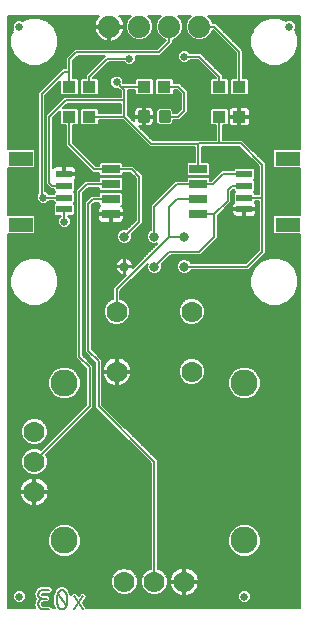
<source format=gtl>
G75*
%MOIN*%
%OFA0B0*%
%FSLAX25Y25*%
%IPPOS*%
%LPD*%
%AMOC8*
5,1,8,0,0,1.08239X$1,22.5*
%
%ADD10C,0.00600*%
%ADD11R,0.04331X0.03937*%
%ADD12C,0.01181*%
%ADD13R,0.07874X0.04724*%
%ADD14R,0.05315X0.02362*%
%ADD15C,0.07400*%
%ADD16C,0.03200*%
%ADD17C,0.02500*%
%ADD18C,0.09000*%
%ADD19C,0.07000*%
%ADD20R,0.06000X0.03000*%
%ADD21C,0.02578*%
D10*
X0134633Y0130233D02*
X0134633Y0254647D01*
X0143175Y0254647D01*
X0143702Y0255174D01*
X0143702Y0260644D01*
X0143175Y0261172D01*
X0134633Y0261172D01*
X0134633Y0276694D01*
X0143175Y0276694D01*
X0143702Y0277222D01*
X0143702Y0282692D01*
X0143175Y0283219D01*
X0134633Y0283219D01*
X0134633Y0327633D01*
X0164962Y0327633D01*
X0164520Y0327190D01*
X0164057Y0326554D01*
X0163700Y0325852D01*
X0163456Y0325104D01*
X0163333Y0324327D01*
X0163333Y0324233D01*
X0168033Y0324233D01*
X0168033Y0323633D01*
X0163333Y0323633D01*
X0163333Y0323540D01*
X0163456Y0322762D01*
X0163700Y0322014D01*
X0164057Y0321312D01*
X0164520Y0320676D01*
X0165076Y0320119D01*
X0165713Y0319657D01*
X0166414Y0319299D01*
X0167162Y0319056D01*
X0167940Y0318933D01*
X0168033Y0318933D01*
X0168033Y0323633D01*
X0163333Y0323633D01*
X0163333Y0323540D01*
X0163456Y0322762D01*
X0163700Y0322014D01*
X0164057Y0321312D01*
X0164520Y0320676D01*
X0165076Y0320119D01*
X0165713Y0319657D01*
X0166414Y0319299D01*
X0167162Y0319056D01*
X0167940Y0318933D01*
X0168033Y0318933D01*
X0168033Y0323633D01*
X0168033Y0324233D01*
X0163333Y0324233D01*
X0163333Y0324327D01*
X0163456Y0325104D01*
X0163700Y0325852D01*
X0164057Y0326554D01*
X0164405Y0327033D01*
X0147978Y0327033D01*
X0148004Y0327023D01*
X0148004Y0327023D01*
X0150490Y0324938D01*
X0150490Y0324938D01*
X0152112Y0322128D01*
X0152112Y0322128D01*
X0152675Y0318933D01*
X0152675Y0318933D01*
X0152112Y0315738D01*
X0152112Y0315738D01*
X0150490Y0312928D01*
X0150490Y0312928D01*
X0148004Y0310843D01*
X0144956Y0309733D01*
X0144956Y0309733D01*
X0141711Y0309733D01*
X0138662Y0310843D01*
X0138662Y0310843D01*
X0136177Y0312928D01*
X0136177Y0312928D01*
X0135233Y0314563D01*
X0135233Y0283819D01*
X0143423Y0283819D01*
X0144033Y0283209D01*
X0144033Y0300687D01*
X0144033Y0302179D01*
X0152588Y0310733D01*
X0153187Y0310733D01*
X0153187Y0313832D01*
X0156588Y0317233D01*
X0184088Y0317233D01*
X0186089Y0319234D01*
X0185388Y0319525D01*
X0183925Y0320988D01*
X0183333Y0322416D01*
X0182742Y0320988D01*
X0181279Y0319525D01*
X0179368Y0318733D01*
X0177299Y0318733D01*
X0175388Y0319525D01*
X0173925Y0320988D01*
X0173201Y0322735D01*
X0172967Y0322014D01*
X0172610Y0321312D01*
X0172147Y0320676D01*
X0171591Y0320119D01*
X0170954Y0319657D01*
X0170253Y0319299D01*
X0169504Y0319056D01*
X0168727Y0318933D01*
X0168633Y0318933D01*
X0168633Y0323633D01*
X0168033Y0323633D01*
X0168633Y0323633D01*
X0168633Y0318933D01*
X0168727Y0318933D01*
X0169504Y0319056D01*
X0170253Y0319299D01*
X0170954Y0319657D01*
X0171591Y0320119D01*
X0172147Y0320676D01*
X0172610Y0321312D01*
X0172967Y0322014D01*
X0173210Y0322762D01*
X0173333Y0323540D01*
X0173333Y0323633D01*
X0168633Y0323633D01*
X0168633Y0324233D01*
X0173333Y0324233D01*
X0173333Y0324327D01*
X0173210Y0325104D01*
X0172967Y0325852D01*
X0172610Y0326554D01*
X0172147Y0327190D01*
X0171704Y0327633D01*
X0175528Y0327633D01*
X0174434Y0326539D01*
X0173733Y0324848D01*
X0173733Y0323018D01*
X0174434Y0321327D01*
X0175728Y0320033D01*
X0177418Y0319333D01*
X0179248Y0319333D01*
X0180939Y0320033D01*
X0182233Y0321327D01*
X0182933Y0323018D01*
X0182933Y0324848D01*
X0182233Y0326539D01*
X0181139Y0327633D01*
X0185528Y0327633D01*
X0184434Y0326539D01*
X0183733Y0324848D01*
X0183733Y0323018D01*
X0184434Y0321327D01*
X0185728Y0320033D01*
X0187133Y0319451D01*
X0187133Y0319430D01*
X0184336Y0316633D01*
X0156836Y0316633D01*
X0156133Y0315930D01*
X0153787Y0313584D01*
X0153787Y0310133D01*
X0152836Y0310133D01*
X0144633Y0301930D01*
X0144633Y0268329D01*
X0144144Y0267840D01*
X0144144Y0266026D01*
X0145427Y0264744D01*
X0147240Y0264744D01*
X0148260Y0265765D01*
X0149776Y0265765D01*
X0149776Y0265411D01*
X0150190Y0264996D01*
X0149776Y0264581D01*
X0149776Y0261474D01*
X0150303Y0260946D01*
X0152133Y0260946D01*
X0152133Y0260829D01*
X0151144Y0259840D01*
X0151144Y0258026D01*
X0152427Y0256744D01*
X0154240Y0256744D01*
X0155522Y0258026D01*
X0155522Y0259840D01*
X0154533Y0260829D01*
X0154533Y0260946D01*
X0156364Y0260946D01*
X0156891Y0261474D01*
X0156891Y0264581D01*
X0156476Y0264996D01*
X0156891Y0265411D01*
X0156891Y0268518D01*
X0156476Y0268933D01*
X0156891Y0269348D01*
X0156891Y0272455D01*
X0156751Y0272595D01*
X0156789Y0272617D01*
X0157031Y0272859D01*
X0157202Y0273156D01*
X0157291Y0273486D01*
X0157291Y0274548D01*
X0153624Y0274548D01*
X0153624Y0275129D01*
X0157291Y0275129D01*
X0157291Y0276191D01*
X0157202Y0276521D01*
X0157031Y0276818D01*
X0156789Y0277060D01*
X0156493Y0277231D01*
X0156162Y0277320D01*
X0153624Y0277320D01*
X0153624Y0275129D01*
X0157291Y0275129D01*
X0157291Y0276191D01*
X0157202Y0276521D01*
X0157031Y0276818D01*
X0156789Y0277060D01*
X0156493Y0277231D01*
X0156162Y0277320D01*
X0153624Y0277320D01*
X0153624Y0275129D01*
X0153624Y0274548D01*
X0157291Y0274548D01*
X0157291Y0273486D01*
X0157202Y0273156D01*
X0157142Y0273052D01*
X0157491Y0272704D01*
X0157491Y0270636D01*
X0157588Y0270733D01*
X0160088Y0273233D01*
X0164333Y0273233D01*
X0164333Y0273554D01*
X0164712Y0273933D01*
X0164333Y0274312D01*
X0164333Y0274633D01*
X0162588Y0274633D01*
X0153187Y0284034D01*
X0153187Y0290465D01*
X0152200Y0290465D01*
X0151322Y0291343D01*
X0151322Y0294376D01*
X0150133Y0293187D01*
X0150133Y0277208D01*
X0150174Y0277231D01*
X0150505Y0277320D01*
X0153043Y0277320D01*
X0153043Y0275129D01*
X0153624Y0275129D01*
X0153043Y0275129D01*
X0153043Y0277320D01*
X0150505Y0277320D01*
X0150174Y0277231D01*
X0149878Y0277060D01*
X0149636Y0276818D01*
X0149533Y0276641D01*
X0149533Y0293436D01*
X0151922Y0295824D01*
X0151922Y0291592D01*
X0152449Y0291065D01*
X0153787Y0291065D01*
X0153787Y0284282D01*
X0162836Y0275233D01*
X0164933Y0275233D01*
X0164933Y0274560D01*
X0165461Y0274033D01*
X0172206Y0274033D01*
X0172733Y0274560D01*
X0172733Y0275233D01*
X0175336Y0275233D01*
X0177133Y0273436D01*
X0177133Y0259430D01*
X0174047Y0256344D01*
X0173831Y0256433D01*
X0172836Y0256433D01*
X0171917Y0256052D01*
X0171214Y0255349D01*
X0170833Y0254430D01*
X0170833Y0253436D01*
X0171214Y0252517D01*
X0171917Y0251814D01*
X0172836Y0251433D01*
X0173831Y0251433D01*
X0174749Y0251814D01*
X0175453Y0252517D01*
X0175833Y0253436D01*
X0175833Y0254430D01*
X0175744Y0254646D01*
X0178830Y0257733D01*
X0178830Y0257733D01*
X0179533Y0258436D01*
X0179533Y0274430D01*
X0176330Y0277633D01*
X0172733Y0277633D01*
X0172733Y0278306D01*
X0172206Y0278833D01*
X0165461Y0278833D01*
X0164933Y0278306D01*
X0164933Y0277633D01*
X0163830Y0277633D01*
X0156187Y0285277D01*
X0156187Y0291065D01*
X0157525Y0291065D01*
X0158052Y0291592D01*
X0158052Y0296274D01*
X0157525Y0296802D01*
X0152899Y0296802D01*
X0154330Y0298233D01*
X0172133Y0298233D01*
X0172133Y0295133D01*
X0164745Y0295133D01*
X0164745Y0296274D01*
X0164218Y0296802D01*
X0159142Y0296802D01*
X0158614Y0296274D01*
X0158614Y0291592D01*
X0159142Y0291065D01*
X0164218Y0291065D01*
X0164745Y0291592D01*
X0164745Y0292733D01*
X0172836Y0292733D01*
X0181133Y0284436D01*
X0181836Y0283733D01*
X0196807Y0283733D01*
X0196807Y0278833D01*
X0194634Y0278833D01*
X0194107Y0278306D01*
X0194107Y0274560D01*
X0194634Y0274033D01*
X0201379Y0274033D01*
X0201907Y0274560D01*
X0201907Y0278306D01*
X0201379Y0278833D01*
X0199207Y0278833D01*
X0199207Y0283896D01*
X0211673Y0283896D01*
X0218133Y0277436D01*
X0218133Y0268165D01*
X0216891Y0268165D01*
X0216891Y0268518D01*
X0216476Y0268933D01*
X0216891Y0269348D01*
X0216891Y0272455D01*
X0216476Y0272870D01*
X0216891Y0273285D01*
X0216891Y0276392D01*
X0216364Y0276920D01*
X0210303Y0276920D01*
X0209776Y0276392D01*
X0209776Y0276039D01*
X0205742Y0276039D01*
X0202336Y0272633D01*
X0201907Y0272633D01*
X0201907Y0273306D01*
X0201379Y0273833D01*
X0194634Y0273833D01*
X0194107Y0273306D01*
X0194107Y0272633D01*
X0190336Y0272633D01*
X0182836Y0265133D01*
X0182133Y0264430D01*
X0182133Y0256142D01*
X0181917Y0256052D01*
X0181214Y0255349D01*
X0180833Y0254430D01*
X0180833Y0253436D01*
X0181214Y0252517D01*
X0181917Y0251814D01*
X0182836Y0251433D01*
X0183831Y0251433D01*
X0184352Y0251649D01*
X0176204Y0243501D01*
X0176233Y0243647D01*
X0176233Y0243733D01*
X0173533Y0243733D01*
X0173533Y0241033D01*
X0173619Y0241033D01*
X0173765Y0241062D01*
X0169633Y0236930D01*
X0169633Y0233199D01*
X0168341Y0232663D01*
X0167103Y0231425D01*
X0166433Y0229808D01*
X0166433Y0228058D01*
X0167103Y0226441D01*
X0168341Y0225203D01*
X0169958Y0224533D01*
X0171709Y0224533D01*
X0173326Y0225203D01*
X0174563Y0226441D01*
X0175233Y0228058D01*
X0175233Y0229808D01*
X0174563Y0231425D01*
X0173326Y0232663D01*
X0172033Y0233199D01*
X0172033Y0235936D01*
X0181049Y0244952D01*
X0180833Y0244430D01*
X0180833Y0243436D01*
X0181214Y0242517D01*
X0181917Y0241814D01*
X0182836Y0241433D01*
X0183831Y0241433D01*
X0184749Y0241814D01*
X0185453Y0242517D01*
X0185833Y0243436D01*
X0185833Y0244430D01*
X0185744Y0244646D01*
X0188830Y0247733D01*
X0198830Y0247733D01*
X0203830Y0252733D01*
X0204533Y0253436D01*
X0204533Y0260936D01*
X0208330Y0264733D01*
X0209033Y0265436D01*
X0209033Y0268936D01*
X0209776Y0269679D01*
X0209776Y0269348D01*
X0210190Y0268933D01*
X0209776Y0268518D01*
X0209776Y0265411D01*
X0209916Y0265271D01*
X0209878Y0265249D01*
X0209636Y0265007D01*
X0209464Y0264710D01*
X0209376Y0264380D01*
X0209376Y0263318D01*
X0213043Y0263318D01*
X0213043Y0262737D01*
X0213624Y0262737D01*
X0213624Y0263318D01*
X0217291Y0263318D01*
X0217291Y0264380D01*
X0217202Y0264710D01*
X0217142Y0264814D01*
X0217491Y0265162D01*
X0217491Y0265165D01*
X0217533Y0265165D01*
X0217533Y0249679D01*
X0217033Y0249179D01*
X0217033Y0249179D01*
X0213588Y0245733D01*
X0195917Y0245733D01*
X0195089Y0246561D01*
X0193950Y0247033D01*
X0192717Y0247033D01*
X0191577Y0246561D01*
X0190705Y0245689D01*
X0190233Y0244550D01*
X0190233Y0243316D01*
X0190705Y0242177D01*
X0191577Y0241305D01*
X0192717Y0240833D01*
X0193950Y0240833D01*
X0195089Y0241305D01*
X0195917Y0242133D01*
X0214558Y0242133D01*
X0214555Y0242128D01*
X0213991Y0238933D01*
X0214555Y0235738D01*
X0214555Y0235738D01*
X0216177Y0232928D01*
X0218662Y0230843D01*
X0218662Y0230843D01*
X0221711Y0229733D01*
X0224956Y0229733D01*
X0228004Y0230843D01*
X0230490Y0232928D01*
X0231433Y0234563D01*
X0231433Y0130833D01*
X0160963Y0130833D01*
X0160274Y0131866D01*
X0161445Y0133622D01*
X0161152Y0135084D01*
X0159911Y0135911D01*
X0158449Y0135619D01*
X0158111Y0135111D01*
X0157773Y0135619D01*
X0156311Y0135911D01*
X0155695Y0135500D01*
X0155484Y0135933D01*
X0155196Y0136772D01*
X0155196Y0136772D01*
X0153571Y0137933D01*
X0151574Y0137933D01*
X0149996Y0136806D01*
X0149996Y0136879D01*
X0148942Y0137933D01*
X0145200Y0137933D01*
X0143704Y0137070D01*
X0143704Y0137070D01*
X0143704Y0137070D01*
X0142841Y0135574D01*
X0142841Y0133847D01*
X0143238Y0133158D01*
X0142841Y0132470D01*
X0142841Y0130833D01*
X0135233Y0130833D01*
X0135233Y0234563D01*
X0136177Y0232928D01*
X0138662Y0230843D01*
X0138662Y0230843D01*
X0141711Y0229733D01*
X0144956Y0229733D01*
X0148004Y0230843D01*
X0150490Y0232928D01*
X0152112Y0235738D01*
X0152675Y0238933D01*
X0152112Y0242128D01*
X0152112Y0242128D01*
X0150490Y0244938D01*
X0148004Y0247023D01*
X0144956Y0248133D01*
X0141711Y0248133D01*
X0138662Y0247023D01*
X0136177Y0244938D01*
X0136177Y0244938D01*
X0136177Y0244938D01*
X0135233Y0243303D01*
X0135233Y0254047D01*
X0143423Y0254047D01*
X0144302Y0254926D01*
X0144302Y0260893D01*
X0143423Y0261772D01*
X0135233Y0261772D01*
X0135233Y0276094D01*
X0143423Y0276094D01*
X0144033Y0276705D01*
X0144033Y0268577D01*
X0143969Y0268513D01*
X0143544Y0267488D01*
X0143544Y0266378D01*
X0143969Y0265353D01*
X0144753Y0264569D01*
X0145779Y0264144D01*
X0146888Y0264144D01*
X0147913Y0264569D01*
X0148509Y0265165D01*
X0149176Y0265165D01*
X0149176Y0265162D01*
X0149342Y0264996D01*
X0149176Y0264830D01*
X0149176Y0261225D01*
X0150055Y0260346D01*
X0150900Y0260346D01*
X0150544Y0259488D01*
X0150544Y0258378D01*
X0150969Y0257353D01*
X0151753Y0256569D01*
X0152779Y0256144D01*
X0153888Y0256144D01*
X0154913Y0256569D01*
X0155698Y0257353D01*
X0156122Y0258378D01*
X0156122Y0259488D01*
X0155767Y0260346D01*
X0156533Y0260346D01*
X0156533Y0213187D01*
X0160033Y0209687D01*
X0160033Y0198179D01*
X0145360Y0183505D01*
X0144328Y0183933D01*
X0146166Y0184694D01*
X0147572Y0186101D01*
X0148333Y0187938D01*
X0148333Y0189928D01*
X0147572Y0191765D01*
X0146166Y0193172D01*
X0144328Y0193933D01*
X0142339Y0193933D01*
X0140501Y0193172D01*
X0139095Y0191765D01*
X0138333Y0189928D01*
X0138333Y0187938D01*
X0139095Y0186101D01*
X0140501Y0184694D01*
X0142339Y0183933D01*
X0144328Y0183933D01*
X0142339Y0183933D01*
X0140501Y0183172D01*
X0139095Y0181765D01*
X0138333Y0179928D01*
X0138333Y0177938D01*
X0139095Y0176101D01*
X0140501Y0174694D01*
X0142339Y0173933D01*
X0144328Y0173933D01*
X0146166Y0174694D01*
X0147572Y0176101D01*
X0148333Y0177938D01*
X0148333Y0179928D01*
X0147906Y0180960D01*
X0163333Y0196387D01*
X0181533Y0178187D01*
X0181533Y0143599D01*
X0180501Y0143172D01*
X0179095Y0141765D01*
X0178333Y0139928D01*
X0177572Y0141765D01*
X0176166Y0143172D01*
X0174328Y0143933D01*
X0172339Y0143933D01*
X0170501Y0143172D01*
X0169095Y0141765D01*
X0168333Y0139928D01*
X0168333Y0137938D01*
X0169095Y0136101D01*
X0170501Y0134694D01*
X0172339Y0133933D01*
X0174328Y0133933D01*
X0176166Y0134694D01*
X0177572Y0136101D01*
X0178333Y0137938D01*
X0178333Y0139928D01*
X0178333Y0137938D01*
X0179095Y0136101D01*
X0180501Y0134694D01*
X0182339Y0133933D01*
X0184328Y0133933D01*
X0186166Y0134694D01*
X0187572Y0136101D01*
X0188333Y0137938D01*
X0188333Y0139928D01*
X0187572Y0141765D01*
X0186166Y0143172D01*
X0185133Y0143599D01*
X0185133Y0179679D01*
X0166633Y0198179D01*
X0166633Y0206603D01*
X0166728Y0206417D01*
X0167172Y0205806D01*
X0167706Y0205272D01*
X0168318Y0204828D01*
X0168991Y0204485D01*
X0169709Y0204251D01*
X0170456Y0204133D01*
X0170533Y0204133D01*
X0170533Y0208633D01*
X0166033Y0208633D01*
X0166033Y0208555D01*
X0166152Y0207809D01*
X0166385Y0207091D01*
X0166728Y0206417D01*
X0167172Y0205806D01*
X0167706Y0205272D01*
X0168318Y0204828D01*
X0168991Y0204485D01*
X0169709Y0204251D01*
X0170456Y0204133D01*
X0170533Y0204133D01*
X0170533Y0208633D01*
X0170533Y0209233D01*
X0166033Y0209233D01*
X0166033Y0209311D01*
X0166152Y0210057D01*
X0166385Y0210776D01*
X0166728Y0211449D01*
X0166633Y0211263D01*
X0166633Y0213179D01*
X0163133Y0216679D01*
X0163133Y0264187D01*
X0163579Y0264633D01*
X0164333Y0264633D01*
X0164333Y0264312D01*
X0164853Y0263792D01*
X0164793Y0263731D01*
X0164622Y0263435D01*
X0164533Y0263104D01*
X0164533Y0261733D01*
X0168533Y0261733D01*
X0168533Y0261133D01*
X0164533Y0261133D01*
X0164533Y0259762D01*
X0164622Y0259431D01*
X0164793Y0259135D01*
X0165035Y0258893D01*
X0165332Y0258722D01*
X0165662Y0258633D01*
X0168533Y0258633D01*
X0168533Y0261133D01*
X0164533Y0261133D01*
X0164533Y0259762D01*
X0164622Y0259431D01*
X0164793Y0259135D01*
X0165035Y0258893D01*
X0165332Y0258722D01*
X0165662Y0258633D01*
X0168533Y0258633D01*
X0168533Y0261133D01*
X0168533Y0261733D01*
X0164533Y0261733D01*
X0164533Y0263104D01*
X0164622Y0263435D01*
X0164793Y0263731D01*
X0165035Y0263973D01*
X0165332Y0264144D01*
X0165345Y0264148D01*
X0164933Y0264560D01*
X0164933Y0265233D01*
X0163330Y0265233D01*
X0162533Y0264436D01*
X0162533Y0216430D01*
X0166033Y0212930D01*
X0166033Y0211936D01*
X0166033Y0197930D01*
X0184533Y0179430D01*
X0184533Y0143199D01*
X0185826Y0142663D01*
X0187063Y0141425D01*
X0187733Y0139808D01*
X0187733Y0138058D01*
X0187063Y0136441D01*
X0185826Y0135203D01*
X0184209Y0134533D01*
X0182458Y0134533D01*
X0180841Y0135203D01*
X0179603Y0136441D01*
X0178933Y0138058D01*
X0178933Y0139808D01*
X0179603Y0141425D01*
X0180841Y0142663D01*
X0182133Y0143199D01*
X0182133Y0178436D01*
X0163633Y0196936D01*
X0163633Y0211936D01*
X0160133Y0215436D01*
X0160133Y0265430D01*
X0160836Y0266133D01*
X0162336Y0267633D01*
X0164933Y0267633D01*
X0164933Y0268306D01*
X0165461Y0268833D01*
X0172206Y0268833D01*
X0172733Y0268306D01*
X0172733Y0264560D01*
X0172321Y0264148D01*
X0172335Y0264144D01*
X0172632Y0263973D01*
X0172874Y0263731D01*
X0172813Y0263792D01*
X0173333Y0264312D01*
X0173333Y0268554D01*
X0172955Y0268933D01*
X0173333Y0269312D01*
X0173333Y0273554D01*
X0172955Y0273933D01*
X0173333Y0274312D01*
X0173333Y0274633D01*
X0175088Y0274633D01*
X0176533Y0273187D01*
X0176533Y0259679D01*
X0173888Y0257033D01*
X0172717Y0257033D01*
X0171577Y0256561D01*
X0170705Y0255689D01*
X0170233Y0254550D01*
X0170233Y0253316D01*
X0170705Y0252177D01*
X0171577Y0251305D01*
X0172717Y0250833D01*
X0173950Y0250833D01*
X0175089Y0251305D01*
X0175961Y0252177D01*
X0176433Y0253316D01*
X0176433Y0254487D01*
X0179079Y0257133D01*
X0180133Y0258187D01*
X0180133Y0274679D01*
X0179079Y0275733D01*
X0176579Y0278233D01*
X0173333Y0278233D01*
X0173333Y0278554D01*
X0172455Y0279433D01*
X0165212Y0279433D01*
X0164333Y0278554D01*
X0164333Y0278233D01*
X0164079Y0278233D01*
X0156787Y0285525D01*
X0156787Y0290465D01*
X0157774Y0290465D01*
X0158333Y0291024D01*
X0158893Y0290465D01*
X0164466Y0290465D01*
X0165345Y0291343D01*
X0165345Y0292133D01*
X0172588Y0292133D01*
X0180533Y0284187D01*
X0181588Y0283133D01*
X0196207Y0283133D01*
X0196207Y0279433D01*
X0194385Y0279433D01*
X0193507Y0278554D01*
X0193507Y0274312D01*
X0193885Y0273933D01*
X0193507Y0273554D01*
X0193507Y0273233D01*
X0190088Y0273233D01*
X0182588Y0265733D01*
X0181533Y0264679D01*
X0181533Y0256517D01*
X0180705Y0255689D01*
X0180233Y0254550D01*
X0180233Y0253316D01*
X0180705Y0252177D01*
X0181577Y0251305D01*
X0182696Y0250842D01*
X0176207Y0244352D01*
X0176122Y0244779D01*
X0175903Y0245307D01*
X0175586Y0245782D01*
X0175182Y0246186D01*
X0174707Y0246503D01*
X0174179Y0246722D01*
X0173619Y0246833D01*
X0173533Y0246833D01*
X0173533Y0244133D01*
X0173133Y0244133D01*
X0173133Y0243733D01*
X0170433Y0243733D01*
X0170433Y0243647D01*
X0170545Y0243087D01*
X0170763Y0242559D01*
X0171081Y0242084D01*
X0171485Y0241680D01*
X0171960Y0241363D01*
X0172487Y0241145D01*
X0172914Y0241060D01*
X0169033Y0237179D01*
X0169033Y0233599D01*
X0168001Y0233172D01*
X0166595Y0231765D01*
X0165833Y0229928D01*
X0165833Y0227938D01*
X0166595Y0226101D01*
X0168001Y0224694D01*
X0169839Y0223933D01*
X0171828Y0223933D01*
X0173666Y0224694D01*
X0175072Y0226101D01*
X0175833Y0227938D01*
X0175833Y0229928D01*
X0175072Y0231765D01*
X0173666Y0233172D01*
X0172633Y0233599D01*
X0172633Y0235687D01*
X0180242Y0243296D01*
X0180705Y0242177D01*
X0181577Y0241305D01*
X0182717Y0240833D01*
X0183950Y0240833D01*
X0185089Y0241305D01*
X0185961Y0242177D01*
X0186433Y0243316D01*
X0186433Y0244487D01*
X0189079Y0247133D01*
X0199079Y0247133D01*
X0204079Y0252133D01*
X0205133Y0253187D01*
X0205133Y0260687D01*
X0208579Y0264133D01*
X0209392Y0264946D01*
X0209524Y0264814D01*
X0209464Y0264710D01*
X0209376Y0264380D01*
X0209376Y0263318D01*
X0213043Y0263318D01*
X0213043Y0262737D01*
X0213043Y0260546D01*
X0210505Y0260546D01*
X0210174Y0260635D01*
X0209878Y0260806D01*
X0209636Y0261048D01*
X0209464Y0261345D01*
X0209376Y0261675D01*
X0209376Y0262737D01*
X0213043Y0262737D01*
X0213624Y0262737D01*
X0217291Y0262737D01*
X0217291Y0261675D01*
X0217202Y0261345D01*
X0217031Y0261048D01*
X0216789Y0260806D01*
X0216493Y0260635D01*
X0216162Y0260546D01*
X0213624Y0260546D01*
X0213624Y0262737D01*
X0213624Y0263318D01*
X0217291Y0263318D01*
X0217291Y0264380D01*
X0217202Y0264710D01*
X0217031Y0265007D01*
X0216789Y0265249D01*
X0216751Y0265271D01*
X0216891Y0265411D01*
X0216891Y0265765D01*
X0218133Y0265765D01*
X0218133Y0249430D01*
X0213836Y0245133D01*
X0195542Y0245133D01*
X0195453Y0245349D01*
X0194749Y0246052D01*
X0193831Y0246433D01*
X0192836Y0246433D01*
X0191917Y0246052D01*
X0191214Y0245349D01*
X0190833Y0244430D01*
X0190833Y0243436D01*
X0191214Y0242517D01*
X0191917Y0241814D01*
X0192836Y0241433D01*
X0193831Y0241433D01*
X0194749Y0241814D01*
X0195453Y0242517D01*
X0195542Y0242733D01*
X0214830Y0242733D01*
X0220033Y0247936D01*
X0220533Y0248436D01*
X0220533Y0278430D01*
X0213370Y0285593D01*
X0213370Y0285594D01*
X0212667Y0286296D01*
X0206187Y0286296D01*
X0206187Y0291065D01*
X0207525Y0291065D01*
X0208052Y0291592D01*
X0208052Y0296274D01*
X0207525Y0296802D01*
X0202449Y0296802D01*
X0201922Y0296274D01*
X0201922Y0291592D01*
X0202449Y0291065D01*
X0203787Y0291065D01*
X0203787Y0286296D01*
X0197673Y0286296D01*
X0197509Y0286133D01*
X0182830Y0286133D01*
X0178299Y0290665D01*
X0179581Y0290665D01*
X0179581Y0293633D01*
X0180181Y0293633D01*
X0180181Y0294233D01*
X0183149Y0294233D01*
X0183149Y0295560D01*
X0183020Y0296041D01*
X0182771Y0296472D01*
X0182419Y0296824D01*
X0181988Y0297073D01*
X0181507Y0297202D01*
X0180181Y0297202D01*
X0180181Y0294233D01*
X0183149Y0294233D01*
X0183149Y0295560D01*
X0183020Y0296041D01*
X0182771Y0296472D01*
X0182419Y0296824D01*
X0181988Y0297073D01*
X0181507Y0297202D01*
X0180181Y0297202D01*
X0180181Y0294233D01*
X0180181Y0293633D01*
X0183149Y0293633D01*
X0183149Y0292306D01*
X0183020Y0291825D01*
X0182771Y0291394D01*
X0182419Y0291042D01*
X0181988Y0290793D01*
X0181507Y0290665D01*
X0180181Y0290665D01*
X0180181Y0293633D01*
X0183149Y0293633D01*
X0183149Y0292306D01*
X0183020Y0291825D01*
X0182771Y0291394D01*
X0182419Y0291042D01*
X0181988Y0290793D01*
X0181507Y0290665D01*
X0180181Y0290665D01*
X0180181Y0293633D01*
X0179581Y0293633D01*
X0179581Y0290665D01*
X0179147Y0290665D01*
X0183079Y0286733D01*
X0197261Y0286733D01*
X0197424Y0286896D01*
X0203187Y0286896D01*
X0203187Y0290465D01*
X0202200Y0290465D01*
X0201322Y0291343D01*
X0201322Y0296523D01*
X0202200Y0297402D01*
X0207774Y0297402D01*
X0208475Y0296700D01*
X0208716Y0296942D01*
X0209013Y0297113D01*
X0209343Y0297202D01*
X0211380Y0297202D01*
X0211380Y0294233D01*
X0211980Y0294233D01*
X0215145Y0294233D01*
X0215145Y0296073D01*
X0215057Y0296403D01*
X0214885Y0296700D01*
X0214643Y0296942D01*
X0214347Y0297113D01*
X0214016Y0297202D01*
X0211980Y0297202D01*
X0211980Y0294233D01*
X0211980Y0293633D01*
X0215145Y0293633D01*
X0215145Y0291793D01*
X0215057Y0291463D01*
X0214885Y0291166D01*
X0214643Y0290924D01*
X0214347Y0290753D01*
X0214016Y0290665D01*
X0211980Y0290665D01*
X0211980Y0293633D01*
X0211980Y0294233D01*
X0215145Y0294233D01*
X0215145Y0296073D01*
X0215057Y0296403D01*
X0214885Y0296700D01*
X0214643Y0296942D01*
X0214347Y0297113D01*
X0214016Y0297202D01*
X0211980Y0297202D01*
X0211980Y0294233D01*
X0211380Y0294233D01*
X0211380Y0297202D01*
X0209343Y0297202D01*
X0209013Y0297113D01*
X0208716Y0296942D01*
X0208474Y0296700D01*
X0208303Y0296403D01*
X0208214Y0296073D01*
X0208214Y0294233D01*
X0211380Y0294233D01*
X0211380Y0293633D01*
X0211980Y0293633D01*
X0215145Y0293633D01*
X0215145Y0291793D01*
X0215057Y0291463D01*
X0214885Y0291166D01*
X0214643Y0290924D01*
X0214347Y0290753D01*
X0214016Y0290665D01*
X0211980Y0290665D01*
X0211980Y0293633D01*
X0211380Y0293633D01*
X0211380Y0290665D01*
X0209343Y0290665D01*
X0209013Y0290753D01*
X0208716Y0290924D01*
X0208475Y0291166D01*
X0207774Y0290465D01*
X0206787Y0290465D01*
X0206787Y0286896D01*
X0212916Y0286896D01*
X0221133Y0278679D01*
X0221133Y0248187D01*
X0220717Y0247771D01*
X0221711Y0248133D01*
X0224956Y0248133D01*
X0228004Y0247023D01*
X0228004Y0247023D01*
X0230490Y0244938D01*
X0230490Y0244938D01*
X0231433Y0243303D01*
X0231433Y0254047D01*
X0223243Y0254047D01*
X0222365Y0254926D01*
X0222365Y0260893D01*
X0223243Y0261772D01*
X0231433Y0261772D01*
X0231433Y0276094D01*
X0223243Y0276094D01*
X0222365Y0276973D01*
X0222365Y0282940D01*
X0223243Y0283819D01*
X0231433Y0283819D01*
X0231433Y0314563D01*
X0230490Y0312928D01*
X0230490Y0312928D01*
X0230490Y0312928D01*
X0228004Y0310843D01*
X0228004Y0310843D01*
X0224956Y0309733D01*
X0221711Y0309733D01*
X0218662Y0310843D01*
X0218662Y0310843D01*
X0216177Y0312928D01*
X0216177Y0312928D01*
X0214555Y0315738D01*
X0214555Y0315738D01*
X0213991Y0318933D01*
X0213991Y0318933D01*
X0214555Y0322128D01*
X0214555Y0322128D01*
X0216177Y0324938D01*
X0216177Y0324938D01*
X0216177Y0324938D01*
X0218662Y0327023D01*
X0218662Y0327023D01*
X0218689Y0327033D01*
X0202587Y0327033D01*
X0202742Y0326879D01*
X0203216Y0325733D01*
X0204079Y0325733D01*
X0212425Y0317387D01*
X0213480Y0316332D01*
X0213480Y0307402D01*
X0214466Y0307402D01*
X0215345Y0306523D01*
X0215345Y0301343D01*
X0214466Y0300465D01*
X0208893Y0300465D01*
X0208333Y0301024D01*
X0207774Y0300465D01*
X0202200Y0300465D01*
X0201322Y0301343D01*
X0201322Y0306523D01*
X0202200Y0307402D01*
X0202319Y0307402D01*
X0197588Y0312133D01*
X0195478Y0312133D01*
X0194913Y0311569D01*
X0193888Y0311144D01*
X0192779Y0311144D01*
X0191753Y0311569D01*
X0190969Y0312353D01*
X0190544Y0313378D01*
X0190544Y0314488D01*
X0190969Y0315513D01*
X0191753Y0316297D01*
X0192779Y0316722D01*
X0193888Y0316722D01*
X0194913Y0316297D01*
X0195478Y0315733D01*
X0199079Y0315733D01*
X0200133Y0314679D01*
X0206787Y0308025D01*
X0206787Y0307402D01*
X0207774Y0307402D01*
X0208333Y0306842D01*
X0208893Y0307402D01*
X0209880Y0307402D01*
X0209880Y0314841D01*
X0203032Y0321689D01*
X0202742Y0320988D01*
X0201279Y0319525D01*
X0199368Y0318733D01*
X0197299Y0318733D01*
X0195388Y0319525D01*
X0193925Y0320988D01*
X0193333Y0322416D01*
X0192742Y0320988D01*
X0191279Y0319525D01*
X0190133Y0319050D01*
X0190133Y0318187D01*
X0189079Y0317133D01*
X0189079Y0317133D01*
X0185579Y0313633D01*
X0177811Y0313633D01*
X0177811Y0312689D01*
X0177387Y0311664D01*
X0176602Y0310880D01*
X0175577Y0310455D01*
X0174468Y0310455D01*
X0173442Y0310880D01*
X0172878Y0311444D01*
X0168390Y0311444D01*
X0164347Y0307402D01*
X0164466Y0307402D01*
X0165345Y0306523D01*
X0165345Y0301343D01*
X0165235Y0301233D01*
X0171533Y0301233D01*
X0171533Y0302187D01*
X0171077Y0302644D01*
X0170279Y0302644D01*
X0169253Y0303069D01*
X0168469Y0303853D01*
X0168044Y0304878D01*
X0168044Y0305988D01*
X0168469Y0307013D01*
X0169253Y0307797D01*
X0170279Y0308222D01*
X0171388Y0308222D01*
X0172413Y0307797D01*
X0173198Y0307013D01*
X0173622Y0305988D01*
X0173622Y0305733D01*
X0176322Y0305733D01*
X0176322Y0306523D01*
X0177200Y0307402D01*
X0182774Y0307402D01*
X0183333Y0306842D01*
X0183893Y0307402D01*
X0189466Y0307402D01*
X0190345Y0306523D01*
X0190345Y0305733D01*
X0192079Y0305733D01*
X0194079Y0303733D01*
X0195133Y0302679D01*
X0195133Y0295187D01*
X0194079Y0294133D01*
X0193133Y0293187D01*
X0192079Y0292133D01*
X0190255Y0292133D01*
X0190255Y0291689D01*
X0189030Y0290465D01*
X0184542Y0290465D01*
X0183318Y0291689D01*
X0183318Y0296177D01*
X0184542Y0297402D01*
X0189030Y0297402D01*
X0190255Y0296177D01*
X0190255Y0295733D01*
X0190588Y0295733D01*
X0191533Y0296679D01*
X0191533Y0301187D01*
X0190588Y0302133D01*
X0190345Y0302133D01*
X0190345Y0301343D01*
X0189466Y0300465D01*
X0183893Y0300465D01*
X0183333Y0301024D01*
X0182774Y0300465D01*
X0177200Y0300465D01*
X0176322Y0301343D01*
X0176322Y0302133D01*
X0175133Y0302133D01*
X0175133Y0294679D01*
X0176612Y0293200D01*
X0176612Y0293633D01*
X0179581Y0293633D01*
X0179581Y0294233D01*
X0179581Y0297202D01*
X0178254Y0297202D01*
X0177773Y0297073D01*
X0177342Y0296824D01*
X0176990Y0296472D01*
X0176741Y0296041D01*
X0176612Y0295560D01*
X0176612Y0294233D01*
X0179581Y0294233D01*
X0180181Y0294233D01*
X0179581Y0294233D01*
X0179581Y0297202D01*
X0178254Y0297202D01*
X0177773Y0297073D01*
X0177342Y0296824D01*
X0176990Y0296472D01*
X0176741Y0296041D01*
X0176612Y0295560D01*
X0176612Y0294233D01*
X0179581Y0294233D01*
X0179581Y0293633D01*
X0176612Y0293633D01*
X0176612Y0292351D01*
X0174533Y0294430D01*
X0174533Y0302733D01*
X0176922Y0302733D01*
X0176922Y0301592D01*
X0177449Y0301065D01*
X0182525Y0301065D01*
X0183052Y0301592D01*
X0183052Y0306274D01*
X0182525Y0306802D01*
X0177449Y0306802D01*
X0176922Y0306274D01*
X0176922Y0305133D01*
X0173022Y0305133D01*
X0173022Y0306340D01*
X0171740Y0307622D01*
X0169927Y0307622D01*
X0168644Y0306340D01*
X0168644Y0304526D01*
X0169927Y0303244D01*
X0171325Y0303244D01*
X0171836Y0302733D01*
X0171836Y0302733D01*
X0172133Y0302436D01*
X0172133Y0300633D01*
X0153336Y0300633D01*
X0152633Y0299930D01*
X0147133Y0294430D01*
X0147133Y0271436D01*
X0147836Y0270733D01*
X0148868Y0269702D01*
X0149776Y0269702D01*
X0149776Y0269348D01*
X0150190Y0268933D01*
X0149776Y0268518D01*
X0149776Y0268165D01*
X0148198Y0268165D01*
X0147240Y0269122D01*
X0147033Y0269122D01*
X0147033Y0300936D01*
X0151922Y0305824D01*
X0151922Y0301592D01*
X0152449Y0301065D01*
X0157525Y0301065D01*
X0158052Y0301592D01*
X0158052Y0306274D01*
X0157525Y0306802D01*
X0156187Y0306802D01*
X0156187Y0312590D01*
X0157830Y0314233D01*
X0166936Y0314233D01*
X0166444Y0313741D01*
X0160480Y0307777D01*
X0160480Y0306802D01*
X0159142Y0306802D01*
X0158614Y0306274D01*
X0158614Y0301592D01*
X0159142Y0301065D01*
X0164218Y0301065D01*
X0164745Y0301592D01*
X0164745Y0306274D01*
X0164218Y0306802D01*
X0162899Y0306802D01*
X0168141Y0312044D01*
X0173127Y0312044D01*
X0174116Y0311055D01*
X0175929Y0311055D01*
X0177211Y0312337D01*
X0177211Y0314151D01*
X0177129Y0314233D01*
X0185330Y0314233D01*
X0188830Y0317733D01*
X0189533Y0318436D01*
X0189533Y0319451D01*
X0190939Y0320033D01*
X0192233Y0321327D01*
X0192933Y0323018D01*
X0192933Y0324848D01*
X0192233Y0326539D01*
X0191139Y0327633D01*
X0195528Y0327633D01*
X0194434Y0326539D01*
X0193733Y0324848D01*
X0193733Y0323018D01*
X0194434Y0321327D01*
X0195728Y0320033D01*
X0197418Y0319333D01*
X0199248Y0319333D01*
X0200939Y0320033D01*
X0202233Y0321327D01*
X0202815Y0322733D01*
X0202836Y0322733D01*
X0210480Y0315090D01*
X0210480Y0306802D01*
X0209142Y0306802D01*
X0208614Y0306274D01*
X0208614Y0301592D01*
X0209142Y0301065D01*
X0214218Y0301065D01*
X0214745Y0301592D01*
X0214745Y0306274D01*
X0214218Y0306802D01*
X0212880Y0306802D01*
X0212880Y0316084D01*
X0212177Y0316787D01*
X0203830Y0325133D01*
X0202815Y0325133D01*
X0202233Y0326539D01*
X0201139Y0327633D01*
X0232033Y0327633D01*
X0232033Y0283219D01*
X0223492Y0283219D01*
X0222965Y0282692D01*
X0222965Y0277222D01*
X0223492Y0276694D01*
X0232033Y0276694D01*
X0232033Y0261172D01*
X0223492Y0261172D01*
X0222965Y0260644D01*
X0222965Y0255174D01*
X0223492Y0254647D01*
X0232033Y0254647D01*
X0232033Y0130233D01*
X0160642Y0130233D01*
X0159553Y0131866D01*
X0160807Y0133748D01*
X0160613Y0134722D01*
X0159785Y0135274D01*
X0158811Y0135079D01*
X0158111Y0134030D01*
X0157412Y0135079D01*
X0156437Y0135274D01*
X0155610Y0134722D01*
X0155550Y0134425D01*
X0155550Y0134427D01*
X0154928Y0135703D01*
X0154691Y0136396D01*
X0153379Y0137333D01*
X0151766Y0137333D01*
X0150454Y0136396D01*
X0150217Y0135703D01*
X0150055Y0135371D01*
X0150013Y0135337D01*
X0150005Y0135268D01*
X0149595Y0134427D01*
X0149595Y0131439D01*
X0150183Y0130233D01*
X0149393Y0130233D01*
X0148693Y0130933D01*
X0146418Y0130933D01*
X0146240Y0130961D01*
X0145951Y0131171D01*
X0145841Y0131511D01*
X0145951Y0131850D01*
X0146240Y0132060D01*
X0146418Y0132089D01*
X0146916Y0132089D01*
X0147982Y0132089D01*
X0148685Y0132792D01*
X0148685Y0133786D01*
X0147982Y0134489D01*
X0146063Y0134489D01*
X0145994Y0134499D01*
X0145883Y0134580D01*
X0145841Y0134711D01*
X0145883Y0134841D01*
X0145994Y0134922D01*
X0146063Y0134933D01*
X0148693Y0134933D01*
X0149396Y0135636D01*
X0149396Y0136630D01*
X0148693Y0137333D01*
X0145211Y0137333D01*
X0143832Y0136331D01*
X0143306Y0134711D01*
X0143306Y0134711D01*
X0143816Y0133139D01*
X0143287Y0131511D01*
X0143703Y0130233D01*
X0134633Y0130233D01*
X0134633Y0130729D02*
X0143542Y0130729D01*
X0143347Y0131327D02*
X0134633Y0131327D01*
X0134633Y0131926D02*
X0137300Y0131926D01*
X0137443Y0131783D02*
X0139224Y0131783D01*
X0140483Y0133043D01*
X0140483Y0134824D01*
X0139224Y0136083D01*
X0137443Y0136083D01*
X0136183Y0134824D01*
X0136183Y0133043D01*
X0137443Y0131783D01*
X0137439Y0131327D02*
X0135233Y0131327D01*
X0135233Y0131926D02*
X0136452Y0131926D01*
X0136776Y0131602D02*
X0137786Y0131183D01*
X0138880Y0131183D01*
X0139891Y0131602D01*
X0140665Y0132375D01*
X0141083Y0133386D01*
X0141083Y0134480D01*
X0140665Y0135491D01*
X0139891Y0136264D01*
X0138880Y0136683D01*
X0137786Y0136683D01*
X0136776Y0136264D01*
X0136002Y0135491D01*
X0135583Y0134480D01*
X0135583Y0133386D01*
X0136002Y0132375D01*
X0136776Y0131602D01*
X0136702Y0132524D02*
X0134633Y0132524D01*
X0134633Y0133123D02*
X0136183Y0133123D01*
X0135692Y0133123D02*
X0135233Y0133123D01*
X0135233Y0133721D02*
X0135583Y0133721D01*
X0135583Y0134320D02*
X0135233Y0134320D01*
X0135233Y0134918D02*
X0135765Y0134918D01*
X0136278Y0134918D02*
X0134633Y0134918D01*
X0134633Y0134320D02*
X0136183Y0134320D01*
X0136183Y0133721D02*
X0134633Y0133721D01*
X0135233Y0132524D02*
X0135940Y0132524D01*
X0136028Y0135517D02*
X0135233Y0135517D01*
X0135233Y0136115D02*
X0136626Y0136115D01*
X0136876Y0135517D02*
X0134633Y0135517D01*
X0134633Y0136115D02*
X0143762Y0136115D01*
X0143832Y0136331D02*
X0143832Y0136331D01*
X0143832Y0136331D01*
X0143499Y0136714D02*
X0135233Y0136714D01*
X0135233Y0137312D02*
X0144124Y0137312D01*
X0144358Y0136714D02*
X0134633Y0136714D01*
X0134633Y0137312D02*
X0145182Y0137312D01*
X0145161Y0137911D02*
X0135233Y0137911D01*
X0135233Y0138509D02*
X0168333Y0138509D01*
X0168345Y0137911D02*
X0153602Y0137911D01*
X0153408Y0137312D02*
X0169242Y0137312D01*
X0169490Y0136714D02*
X0154246Y0136714D01*
X0154691Y0136396D02*
X0154691Y0136396D01*
X0154787Y0136115D02*
X0169929Y0136115D01*
X0169603Y0136441D02*
X0170841Y0135203D01*
X0172458Y0134533D01*
X0174209Y0134533D01*
X0175826Y0135203D01*
X0177063Y0136441D01*
X0177733Y0138058D01*
X0177733Y0139808D01*
X0177063Y0141425D01*
X0175826Y0142663D01*
X0174209Y0143333D01*
X0172458Y0143333D01*
X0170841Y0142663D01*
X0169603Y0141425D01*
X0168933Y0139808D01*
X0168933Y0138058D01*
X0169603Y0136441D01*
X0169089Y0136115D02*
X0155421Y0136115D01*
X0155216Y0136714D02*
X0168841Y0136714D01*
X0168593Y0137312D02*
X0154440Y0137312D01*
X0155019Y0135517D02*
X0170527Y0135517D01*
X0170277Y0134918D02*
X0161185Y0134918D01*
X0161305Y0134320D02*
X0171405Y0134320D01*
X0171528Y0134918D02*
X0160319Y0134918D01*
X0160503Y0135517D02*
X0169679Y0135517D01*
X0168994Y0137911D02*
X0134633Y0137911D01*
X0134633Y0138509D02*
X0168933Y0138509D01*
X0168933Y0139108D02*
X0134633Y0139108D01*
X0134633Y0139706D02*
X0168933Y0139706D01*
X0168333Y0139706D02*
X0135233Y0139706D01*
X0135233Y0139108D02*
X0168333Y0139108D01*
X0168490Y0140305D02*
X0135233Y0140305D01*
X0135233Y0140903D02*
X0168737Y0140903D01*
X0168985Y0141502D02*
X0135233Y0141502D01*
X0135233Y0142100D02*
X0169430Y0142100D01*
X0169680Y0141502D02*
X0134633Y0141502D01*
X0134633Y0142100D02*
X0170278Y0142100D01*
X0170028Y0142699D02*
X0135233Y0142699D01*
X0135233Y0143297D02*
X0170804Y0143297D01*
X0170927Y0142699D02*
X0134633Y0142699D01*
X0134633Y0143297D02*
X0172372Y0143297D01*
X0172249Y0143896D02*
X0135233Y0143896D01*
X0135233Y0144494D02*
X0181533Y0144494D01*
X0181533Y0143896D02*
X0174418Y0143896D01*
X0174295Y0143297D02*
X0182133Y0143297D01*
X0182133Y0143896D02*
X0134633Y0143896D01*
X0134633Y0144494D02*
X0182133Y0144494D01*
X0182133Y0145093D02*
X0134633Y0145093D01*
X0134633Y0145691D02*
X0182133Y0145691D01*
X0182133Y0146290D02*
X0134633Y0146290D01*
X0134633Y0146888D02*
X0182133Y0146888D01*
X0182133Y0147487D02*
X0154900Y0147487D01*
X0154407Y0147283D02*
X0156392Y0148105D01*
X0157911Y0149624D01*
X0158733Y0151609D01*
X0158733Y0153757D01*
X0157911Y0155742D01*
X0156392Y0157261D01*
X0154407Y0158083D01*
X0152259Y0158083D01*
X0150274Y0157261D01*
X0148755Y0155742D01*
X0147933Y0153757D01*
X0147933Y0151609D01*
X0148755Y0149624D01*
X0150274Y0148105D01*
X0152259Y0147283D01*
X0154407Y0147283D01*
X0154527Y0146683D02*
X0156732Y0147597D01*
X0158420Y0149284D01*
X0159333Y0151490D01*
X0159333Y0153877D01*
X0158420Y0156082D01*
X0156732Y0157770D01*
X0154527Y0158683D01*
X0152140Y0158683D01*
X0149935Y0157770D01*
X0148247Y0156082D01*
X0147333Y0153877D01*
X0147333Y0151490D01*
X0148247Y0149284D01*
X0149935Y0147597D01*
X0152140Y0146683D01*
X0154527Y0146683D01*
X0155023Y0146888D02*
X0181533Y0146888D01*
X0181533Y0146290D02*
X0135233Y0146290D01*
X0135233Y0146888D02*
X0151644Y0146888D01*
X0151767Y0147487D02*
X0134633Y0147487D01*
X0134633Y0148085D02*
X0150322Y0148085D01*
X0150199Y0147487D02*
X0135233Y0147487D01*
X0135233Y0148085D02*
X0149446Y0148085D01*
X0149696Y0148684D02*
X0134633Y0148684D01*
X0134633Y0149282D02*
X0149097Y0149282D01*
X0148847Y0148684D02*
X0135233Y0148684D01*
X0135233Y0149282D02*
X0148249Y0149282D01*
X0148000Y0149881D02*
X0135233Y0149881D01*
X0135233Y0150479D02*
X0147752Y0150479D01*
X0147504Y0151078D02*
X0135233Y0151078D01*
X0135233Y0151677D02*
X0147333Y0151677D01*
X0147333Y0152275D02*
X0135233Y0152275D01*
X0135233Y0152874D02*
X0147333Y0152874D01*
X0147333Y0153472D02*
X0135233Y0153472D01*
X0135233Y0154071D02*
X0147414Y0154071D01*
X0147662Y0154669D02*
X0135233Y0154669D01*
X0135233Y0155268D02*
X0147910Y0155268D01*
X0148157Y0155866D02*
X0135233Y0155866D01*
X0135233Y0156465D02*
X0148630Y0156465D01*
X0148880Y0155866D02*
X0134633Y0155866D01*
X0134633Y0155268D02*
X0148559Y0155268D01*
X0148311Y0154669D02*
X0134633Y0154669D01*
X0134633Y0154071D02*
X0148063Y0154071D01*
X0147933Y0153472D02*
X0134633Y0153472D01*
X0134633Y0152874D02*
X0147933Y0152874D01*
X0147933Y0152275D02*
X0134633Y0152275D01*
X0134633Y0151677D02*
X0147933Y0151677D01*
X0148153Y0151078D02*
X0134633Y0151078D01*
X0134633Y0150479D02*
X0148401Y0150479D01*
X0148649Y0149881D02*
X0134633Y0149881D01*
X0135233Y0145691D02*
X0181533Y0145691D01*
X0181533Y0145093D02*
X0135233Y0145093D01*
X0134633Y0140903D02*
X0169387Y0140903D01*
X0169139Y0140305D02*
X0134633Y0140305D01*
X0140040Y0136115D02*
X0143153Y0136115D01*
X0142841Y0135517D02*
X0140639Y0135517D01*
X0140389Y0134918D02*
X0143373Y0134918D01*
X0142841Y0134918D02*
X0140902Y0134918D01*
X0141083Y0134320D02*
X0142841Y0134320D01*
X0143433Y0134320D02*
X0140483Y0134320D01*
X0140483Y0133721D02*
X0143627Y0133721D01*
X0143811Y0133123D02*
X0140483Y0133123D01*
X0140974Y0133123D02*
X0143218Y0133123D01*
X0142914Y0133721D02*
X0141083Y0133721D01*
X0140726Y0132524D02*
X0142872Y0132524D01*
X0142841Y0131926D02*
X0140215Y0131926D01*
X0139965Y0132524D02*
X0143617Y0132524D01*
X0143422Y0131926D02*
X0139366Y0131926D01*
X0139228Y0131327D02*
X0142841Y0131327D01*
X0143287Y0131511D02*
X0143287Y0131511D01*
X0145900Y0131327D02*
X0149649Y0131327D01*
X0149595Y0131439D02*
X0149595Y0131439D01*
X0149595Y0131926D02*
X0146055Y0131926D01*
X0146418Y0133289D02*
X0146335Y0133287D01*
X0146252Y0133281D01*
X0146169Y0133271D01*
X0146086Y0133258D01*
X0146005Y0133240D01*
X0145924Y0133219D01*
X0145845Y0133194D01*
X0145767Y0133165D01*
X0145690Y0133133D01*
X0145615Y0133097D01*
X0145541Y0133058D01*
X0145470Y0133015D01*
X0145400Y0132969D01*
X0145333Y0132919D01*
X0145268Y0132867D01*
X0145206Y0132812D01*
X0145146Y0132753D01*
X0145089Y0132692D01*
X0145035Y0132629D01*
X0144984Y0132563D01*
X0144937Y0132494D01*
X0144892Y0132424D01*
X0144851Y0132351D01*
X0144814Y0132277D01*
X0144779Y0132201D01*
X0144749Y0132123D01*
X0144722Y0132045D01*
X0144699Y0131964D01*
X0144679Y0131883D01*
X0144664Y0131801D01*
X0144652Y0131719D01*
X0144644Y0131636D01*
X0144640Y0131553D01*
X0144640Y0131469D01*
X0144644Y0131386D01*
X0144652Y0131303D01*
X0144664Y0131221D01*
X0144679Y0131139D01*
X0144699Y0131058D01*
X0144722Y0130977D01*
X0144749Y0130899D01*
X0144779Y0130821D01*
X0144814Y0130745D01*
X0144851Y0130671D01*
X0144892Y0130598D01*
X0144937Y0130528D01*
X0144984Y0130459D01*
X0145035Y0130393D01*
X0145089Y0130330D01*
X0145146Y0130269D01*
X0145206Y0130210D01*
X0145268Y0130155D01*
X0145333Y0130103D01*
X0145400Y0130053D01*
X0145470Y0130007D01*
X0145541Y0129964D01*
X0145615Y0129925D01*
X0145690Y0129889D01*
X0145767Y0129857D01*
X0145845Y0129828D01*
X0145924Y0129803D01*
X0146005Y0129782D01*
X0146086Y0129764D01*
X0146169Y0129751D01*
X0146252Y0129741D01*
X0146335Y0129735D01*
X0146418Y0129733D01*
X0148196Y0129733D01*
X0148898Y0130729D02*
X0149941Y0130729D01*
X0149595Y0132524D02*
X0148418Y0132524D01*
X0148685Y0133123D02*
X0149595Y0133123D01*
X0153817Y0135244D02*
X0153877Y0135117D01*
X0153933Y0134988D01*
X0153986Y0134858D01*
X0154036Y0134726D01*
X0154082Y0134593D01*
X0154124Y0134459D01*
X0154163Y0134324D01*
X0154199Y0134187D01*
X0154230Y0134050D01*
X0154258Y0133912D01*
X0154283Y0133774D01*
X0154303Y0133635D01*
X0154320Y0133495D01*
X0154333Y0133355D01*
X0154342Y0133214D01*
X0154348Y0133074D01*
X0154350Y0132933D01*
X0150795Y0132933D02*
X0150797Y0133074D01*
X0150803Y0133214D01*
X0150812Y0133355D01*
X0150825Y0133495D01*
X0150842Y0133635D01*
X0150862Y0133774D01*
X0150887Y0133912D01*
X0150915Y0134050D01*
X0150946Y0134187D01*
X0150982Y0134324D01*
X0151021Y0134459D01*
X0151063Y0134593D01*
X0151109Y0134726D01*
X0151159Y0134858D01*
X0151212Y0134988D01*
X0151268Y0135117D01*
X0151328Y0135244D01*
X0151150Y0134711D02*
X0153995Y0131155D01*
X0152573Y0129733D02*
X0152502Y0129735D01*
X0152431Y0129741D01*
X0152361Y0129750D01*
X0152291Y0129764D01*
X0152222Y0129781D01*
X0152155Y0129801D01*
X0152088Y0129826D01*
X0152023Y0129854D01*
X0151959Y0129885D01*
X0151897Y0129920D01*
X0151837Y0129958D01*
X0151780Y0129999D01*
X0151724Y0130043D01*
X0151671Y0130091D01*
X0151621Y0130141D01*
X0151573Y0130193D01*
X0151528Y0130248D01*
X0151487Y0130306D01*
X0151448Y0130366D01*
X0151413Y0130427D01*
X0151381Y0130491D01*
X0151353Y0130556D01*
X0151328Y0130622D01*
X0152573Y0129733D02*
X0152644Y0129735D01*
X0152715Y0129741D01*
X0152785Y0129750D01*
X0152855Y0129764D01*
X0152924Y0129781D01*
X0152991Y0129801D01*
X0153058Y0129826D01*
X0153123Y0129854D01*
X0153187Y0129885D01*
X0153249Y0129920D01*
X0153309Y0129958D01*
X0153367Y0129999D01*
X0153422Y0130043D01*
X0153475Y0130091D01*
X0153525Y0130141D01*
X0153573Y0130193D01*
X0153618Y0130248D01*
X0153659Y0130306D01*
X0153698Y0130366D01*
X0153733Y0130427D01*
X0153765Y0130491D01*
X0153793Y0130556D01*
X0153818Y0130622D01*
X0156689Y0129733D02*
X0159533Y0134000D01*
X0160693Y0134320D02*
X0191999Y0134320D01*
X0185261Y0134320D01*
X0185138Y0134918D02*
X0190693Y0134918D01*
X0186390Y0134918D01*
X0186139Y0135517D02*
X0189961Y0135517D01*
X0186988Y0135517D01*
X0186738Y0136115D02*
X0189447Y0136115D01*
X0187578Y0136115D01*
X0187826Y0136714D02*
X0189077Y0136714D01*
X0187177Y0136714D01*
X0187424Y0137312D02*
X0188813Y0137312D01*
X0188074Y0137312D01*
X0188322Y0137911D02*
X0188635Y0137911D01*
X0187672Y0137911D01*
X0187733Y0138509D02*
X0188541Y0138509D01*
X0188333Y0138509D01*
X0188533Y0138555D02*
X0188652Y0137809D01*
X0188885Y0137091D01*
X0189228Y0136417D01*
X0189672Y0135806D01*
X0190206Y0135272D01*
X0190818Y0134828D01*
X0191491Y0134485D01*
X0192209Y0134251D01*
X0192956Y0134133D01*
X0193033Y0134133D01*
X0193033Y0138633D01*
X0188533Y0138633D01*
X0188533Y0138555D01*
X0188652Y0137809D01*
X0188885Y0137091D01*
X0189228Y0136417D01*
X0189672Y0135806D01*
X0190206Y0135272D01*
X0190818Y0134828D01*
X0191491Y0134485D01*
X0192209Y0134251D01*
X0192956Y0134133D01*
X0193033Y0134133D01*
X0193033Y0138633D01*
X0193033Y0139233D01*
X0188533Y0139233D01*
X0188533Y0139311D01*
X0188652Y0140057D01*
X0188885Y0140776D01*
X0189228Y0141449D01*
X0189672Y0142060D01*
X0190206Y0142594D01*
X0190818Y0143038D01*
X0191491Y0143381D01*
X0192209Y0143615D01*
X0192956Y0143733D01*
X0193033Y0143733D01*
X0193033Y0139233D01*
X0193033Y0138633D01*
X0188533Y0138633D01*
X0188533Y0138555D01*
X0188333Y0139108D02*
X0193033Y0139108D01*
X0187733Y0139108D01*
X0187733Y0139706D02*
X0188596Y0139706D01*
X0188333Y0139706D01*
X0188533Y0139311D02*
X0188533Y0139233D01*
X0193033Y0139233D01*
X0193633Y0139233D01*
X0193633Y0143733D01*
X0193711Y0143733D01*
X0194457Y0143615D01*
X0195176Y0143381D01*
X0195849Y0143038D01*
X0196460Y0142594D01*
X0196995Y0142060D01*
X0197439Y0141449D01*
X0197782Y0140776D01*
X0198015Y0140057D01*
X0198133Y0139311D01*
X0198133Y0139233D01*
X0193633Y0139233D01*
X0193033Y0139233D01*
X0193033Y0143733D01*
X0192956Y0143733D01*
X0192209Y0143615D01*
X0191491Y0143381D01*
X0190818Y0143038D01*
X0190206Y0142594D01*
X0189672Y0142060D01*
X0189228Y0141449D01*
X0188885Y0140776D01*
X0188652Y0140057D01*
X0188533Y0139311D01*
X0188732Y0140305D02*
X0188177Y0140305D01*
X0188732Y0140305D02*
X0187528Y0140305D01*
X0187280Y0140903D02*
X0188950Y0140903D01*
X0187929Y0140903D01*
X0187681Y0141502D02*
X0189267Y0141502D01*
X0186987Y0141502D01*
X0187237Y0142100D02*
X0189712Y0142100D01*
X0186389Y0142100D01*
X0186639Y0142699D02*
X0190350Y0142699D01*
X0185740Y0142699D01*
X0185863Y0143297D02*
X0191326Y0143297D01*
X0184533Y0143297D01*
X0184533Y0143896D02*
X0232033Y0143896D01*
X0232033Y0144494D02*
X0184533Y0144494D01*
X0184533Y0145093D02*
X0232033Y0145093D01*
X0232033Y0145691D02*
X0184533Y0145691D01*
X0184533Y0146290D02*
X0232033Y0146290D01*
X0232033Y0146888D02*
X0184533Y0146888D01*
X0184533Y0147487D02*
X0211767Y0147487D01*
X0212259Y0147283D02*
X0210274Y0148105D01*
X0208755Y0149624D01*
X0207933Y0151609D01*
X0207933Y0153757D01*
X0208755Y0155742D01*
X0210274Y0157261D01*
X0212259Y0158083D01*
X0214407Y0158083D01*
X0216392Y0157261D01*
X0217911Y0155742D01*
X0218733Y0153757D01*
X0218733Y0151609D01*
X0217911Y0149624D01*
X0216392Y0148105D01*
X0214407Y0147283D01*
X0212259Y0147283D01*
X0212140Y0146683D02*
X0214527Y0146683D01*
X0216732Y0147597D01*
X0218420Y0149284D01*
X0219333Y0151490D01*
X0219333Y0153877D01*
X0218420Y0156082D01*
X0216732Y0157770D01*
X0214527Y0158683D01*
X0212140Y0158683D01*
X0209935Y0157770D01*
X0208247Y0156082D01*
X0207333Y0153877D01*
X0207333Y0151490D01*
X0208247Y0149284D01*
X0209935Y0147597D01*
X0212140Y0146683D01*
X0211644Y0146888D02*
X0185133Y0146888D01*
X0185133Y0146290D02*
X0231433Y0146290D01*
X0231433Y0146888D02*
X0215023Y0146888D01*
X0214900Y0147487D02*
X0232033Y0147487D01*
X0232033Y0148085D02*
X0216345Y0148085D01*
X0216467Y0147487D02*
X0231433Y0147487D01*
X0231433Y0148085D02*
X0217221Y0148085D01*
X0216971Y0148684D02*
X0232033Y0148684D01*
X0232033Y0149282D02*
X0217569Y0149282D01*
X0217819Y0148684D02*
X0231433Y0148684D01*
X0231433Y0149282D02*
X0218418Y0149282D01*
X0218667Y0149881D02*
X0231433Y0149881D01*
X0231433Y0150479D02*
X0218915Y0150479D01*
X0219163Y0151078D02*
X0231433Y0151078D01*
X0231433Y0151677D02*
X0219333Y0151677D01*
X0219333Y0152275D02*
X0231433Y0152275D01*
X0231433Y0152874D02*
X0219333Y0152874D01*
X0219333Y0153472D02*
X0231433Y0153472D01*
X0231433Y0154071D02*
X0219253Y0154071D01*
X0219005Y0154669D02*
X0231433Y0154669D01*
X0231433Y0155268D02*
X0218757Y0155268D01*
X0218509Y0155866D02*
X0231433Y0155866D01*
X0231433Y0156465D02*
X0218037Y0156465D01*
X0217787Y0155866D02*
X0232033Y0155866D01*
X0232033Y0155268D02*
X0218108Y0155268D01*
X0218356Y0154669D02*
X0232033Y0154669D01*
X0232033Y0154071D02*
X0218604Y0154071D01*
X0218733Y0153472D02*
X0232033Y0153472D01*
X0232033Y0152874D02*
X0218733Y0152874D01*
X0218733Y0152275D02*
X0232033Y0152275D01*
X0232033Y0151677D02*
X0218733Y0151677D01*
X0218513Y0151078D02*
X0232033Y0151078D01*
X0232033Y0150479D02*
X0218265Y0150479D01*
X0218018Y0149881D02*
X0232033Y0149881D01*
X0231433Y0145691D02*
X0185133Y0145691D01*
X0185133Y0145093D02*
X0231433Y0145093D01*
X0231433Y0144494D02*
X0185133Y0144494D01*
X0185133Y0143896D02*
X0231433Y0143896D01*
X0231433Y0143297D02*
X0195341Y0143297D01*
X0232033Y0143297D01*
X0232033Y0142699D02*
X0196316Y0142699D01*
X0231433Y0142699D01*
X0231433Y0142100D02*
X0196954Y0142100D01*
X0232033Y0142100D01*
X0232033Y0141502D02*
X0197400Y0141502D01*
X0231433Y0141502D01*
X0231433Y0140903D02*
X0197717Y0140903D01*
X0232033Y0140903D01*
X0232033Y0140305D02*
X0197935Y0140305D01*
X0231433Y0140305D01*
X0231433Y0139706D02*
X0198071Y0139706D01*
X0232033Y0139706D01*
X0232033Y0139108D02*
X0193633Y0139108D01*
X0231433Y0139108D01*
X0231433Y0138509D02*
X0198126Y0138509D01*
X0232033Y0138509D01*
X0232033Y0137911D02*
X0198031Y0137911D01*
X0231433Y0137911D01*
X0231433Y0137312D02*
X0197854Y0137312D01*
X0232033Y0137312D01*
X0232033Y0136714D02*
X0197590Y0136714D01*
X0231433Y0136714D01*
X0231433Y0136115D02*
X0215040Y0136115D01*
X0214891Y0136264D02*
X0213880Y0136683D01*
X0212786Y0136683D01*
X0211776Y0136264D01*
X0211002Y0135491D01*
X0210583Y0134480D01*
X0210583Y0133386D01*
X0211002Y0132375D01*
X0211776Y0131602D01*
X0212786Y0131183D01*
X0213880Y0131183D01*
X0214891Y0131602D01*
X0215665Y0132375D01*
X0216083Y0133386D01*
X0216083Y0134480D01*
X0215665Y0135491D01*
X0214891Y0136264D01*
X0214224Y0136083D02*
X0212443Y0136083D01*
X0211183Y0134824D01*
X0211183Y0133043D01*
X0212443Y0131783D01*
X0214224Y0131783D01*
X0215483Y0133043D01*
X0215483Y0134824D01*
X0214224Y0136083D01*
X0214790Y0135517D02*
X0232033Y0135517D01*
X0232033Y0136115D02*
X0197219Y0136115D01*
X0211626Y0136115D01*
X0211876Y0135517D02*
X0196705Y0135517D01*
X0211028Y0135517D01*
X0211278Y0134918D02*
X0195974Y0134918D01*
X0210765Y0134918D01*
X0210583Y0134320D02*
X0194668Y0134320D01*
X0211183Y0134320D01*
X0211183Y0133721D02*
X0160790Y0133721D01*
X0161425Y0133721D02*
X0210583Y0133721D01*
X0210692Y0133123D02*
X0161112Y0133123D01*
X0160713Y0132524D02*
X0210940Y0132524D01*
X0211183Y0133123D02*
X0160391Y0133123D01*
X0159992Y0132524D02*
X0211702Y0132524D01*
X0211452Y0131926D02*
X0160314Y0131926D01*
X0160634Y0131327D02*
X0212439Y0131327D01*
X0212300Y0131926D02*
X0159593Y0131926D01*
X0159913Y0131327D02*
X0232033Y0131327D01*
X0232033Y0130729D02*
X0160312Y0130729D01*
X0159533Y0129733D02*
X0156689Y0134000D01*
X0155903Y0134918D02*
X0155311Y0134918D01*
X0155687Y0135517D02*
X0155719Y0135517D01*
X0157519Y0134918D02*
X0158703Y0134918D01*
X0158381Y0135517D02*
X0157841Y0135517D01*
X0157918Y0134320D02*
X0158304Y0134320D01*
X0150795Y0132933D02*
X0150797Y0132792D01*
X0150803Y0132652D01*
X0150812Y0132511D01*
X0150825Y0132371D01*
X0150842Y0132231D01*
X0150862Y0132092D01*
X0150887Y0131954D01*
X0150915Y0131816D01*
X0150946Y0131679D01*
X0150982Y0131542D01*
X0151021Y0131407D01*
X0151063Y0131273D01*
X0151109Y0131140D01*
X0151159Y0131008D01*
X0151212Y0130878D01*
X0151268Y0130749D01*
X0151328Y0130622D01*
X0153817Y0130622D02*
X0153877Y0130749D01*
X0153933Y0130878D01*
X0153986Y0131008D01*
X0154036Y0131140D01*
X0154082Y0131273D01*
X0154124Y0131407D01*
X0154163Y0131542D01*
X0154199Y0131679D01*
X0154230Y0131816D01*
X0154258Y0131954D01*
X0154283Y0132092D01*
X0154303Y0132231D01*
X0154320Y0132371D01*
X0154333Y0132511D01*
X0154342Y0132652D01*
X0154348Y0132792D01*
X0154350Y0132933D01*
X0152573Y0136133D02*
X0152502Y0136131D01*
X0152431Y0136125D01*
X0152361Y0136116D01*
X0152291Y0136102D01*
X0152222Y0136085D01*
X0152155Y0136065D01*
X0152088Y0136040D01*
X0152023Y0136012D01*
X0151959Y0135981D01*
X0151897Y0135946D01*
X0151837Y0135908D01*
X0151780Y0135867D01*
X0151724Y0135823D01*
X0151671Y0135775D01*
X0151621Y0135725D01*
X0151573Y0135673D01*
X0151528Y0135618D01*
X0151487Y0135560D01*
X0151448Y0135500D01*
X0151413Y0135439D01*
X0151381Y0135375D01*
X0151353Y0135310D01*
X0151328Y0135244D01*
X0150126Y0135517D02*
X0149277Y0135517D01*
X0149396Y0136115D02*
X0150358Y0136115D01*
X0150454Y0136396D02*
X0150454Y0136396D01*
X0150454Y0136396D01*
X0150899Y0136714D02*
X0149313Y0136714D01*
X0149563Y0137312D02*
X0150705Y0137312D01*
X0151543Y0137911D02*
X0148964Y0137911D01*
X0148714Y0137312D02*
X0151737Y0137312D01*
X0152573Y0136134D02*
X0152644Y0136132D01*
X0152715Y0136126D01*
X0152785Y0136117D01*
X0152855Y0136103D01*
X0152924Y0136086D01*
X0152991Y0136066D01*
X0153058Y0136041D01*
X0153123Y0136013D01*
X0153187Y0135982D01*
X0153249Y0135947D01*
X0153309Y0135909D01*
X0153367Y0135868D01*
X0153422Y0135824D01*
X0153475Y0135776D01*
X0153525Y0135726D01*
X0153573Y0135674D01*
X0153618Y0135619D01*
X0153659Y0135561D01*
X0153698Y0135501D01*
X0153733Y0135440D01*
X0153765Y0135376D01*
X0153793Y0135311D01*
X0153818Y0135245D01*
X0149834Y0134918D02*
X0145989Y0134918D01*
X0146063Y0136133D02*
X0145989Y0136131D01*
X0145914Y0136125D01*
X0145841Y0136115D01*
X0145767Y0136102D01*
X0145695Y0136085D01*
X0145624Y0136063D01*
X0145553Y0136039D01*
X0145485Y0136010D01*
X0145417Y0135978D01*
X0145352Y0135942D01*
X0145289Y0135904D01*
X0145227Y0135861D01*
X0145168Y0135816D01*
X0145111Y0135768D01*
X0145057Y0135717D01*
X0145006Y0135663D01*
X0144958Y0135606D01*
X0144913Y0135547D01*
X0144870Y0135485D01*
X0144832Y0135422D01*
X0144796Y0135357D01*
X0144764Y0135289D01*
X0144735Y0135221D01*
X0144711Y0135150D01*
X0144689Y0135079D01*
X0144672Y0135007D01*
X0144659Y0134933D01*
X0144649Y0134860D01*
X0144643Y0134785D01*
X0144641Y0134711D01*
X0144643Y0134637D01*
X0144649Y0134562D01*
X0144659Y0134489D01*
X0144672Y0134415D01*
X0144689Y0134343D01*
X0144711Y0134272D01*
X0144735Y0134201D01*
X0144764Y0134133D01*
X0144796Y0134065D01*
X0144832Y0134000D01*
X0144870Y0133937D01*
X0144913Y0133875D01*
X0144958Y0133816D01*
X0145006Y0133759D01*
X0145057Y0133705D01*
X0145111Y0133654D01*
X0145168Y0133606D01*
X0145227Y0133561D01*
X0145289Y0133518D01*
X0145352Y0133480D01*
X0145417Y0133444D01*
X0145485Y0133412D01*
X0145553Y0133383D01*
X0145624Y0133359D01*
X0145695Y0133337D01*
X0145767Y0133320D01*
X0145841Y0133307D01*
X0145914Y0133297D01*
X0145989Y0133291D01*
X0146063Y0133289D01*
X0147485Y0133289D01*
X0148151Y0134320D02*
X0149595Y0134320D01*
X0149595Y0133721D02*
X0148685Y0133721D01*
X0146916Y0132089D02*
X0146916Y0132089D01*
X0146063Y0136133D02*
X0148196Y0136133D01*
X0143568Y0135517D02*
X0139790Y0135517D01*
X0156345Y0148085D02*
X0182133Y0148085D01*
X0182133Y0148684D02*
X0156971Y0148684D01*
X0157221Y0148085D02*
X0181533Y0148085D01*
X0181533Y0147487D02*
X0156467Y0147487D01*
X0157819Y0148684D02*
X0181533Y0148684D01*
X0181533Y0149282D02*
X0158418Y0149282D01*
X0158667Y0149881D02*
X0181533Y0149881D01*
X0181533Y0150479D02*
X0158915Y0150479D01*
X0159163Y0151078D02*
X0181533Y0151078D01*
X0181533Y0151677D02*
X0159333Y0151677D01*
X0159333Y0152275D02*
X0181533Y0152275D01*
X0181533Y0152874D02*
X0159333Y0152874D01*
X0159333Y0153472D02*
X0181533Y0153472D01*
X0181533Y0154071D02*
X0159253Y0154071D01*
X0159005Y0154669D02*
X0181533Y0154669D01*
X0181533Y0155268D02*
X0158757Y0155268D01*
X0158509Y0155866D02*
X0181533Y0155866D01*
X0181533Y0156465D02*
X0158037Y0156465D01*
X0157787Y0155866D02*
X0182133Y0155866D01*
X0182133Y0155268D02*
X0158108Y0155268D01*
X0158356Y0154669D02*
X0182133Y0154669D01*
X0182133Y0154071D02*
X0158604Y0154071D01*
X0158733Y0153472D02*
X0182133Y0153472D01*
X0182133Y0152874D02*
X0158733Y0152874D01*
X0158733Y0152275D02*
X0182133Y0152275D01*
X0182133Y0151677D02*
X0158733Y0151677D01*
X0158513Y0151078D02*
X0182133Y0151078D01*
X0182133Y0150479D02*
X0158265Y0150479D01*
X0158018Y0149881D02*
X0182133Y0149881D01*
X0182133Y0149282D02*
X0157569Y0149282D01*
X0157189Y0156465D02*
X0182133Y0156465D01*
X0182133Y0157063D02*
X0156590Y0157063D01*
X0156840Y0157662D02*
X0181533Y0157662D01*
X0181533Y0158260D02*
X0155548Y0158260D01*
X0155425Y0157662D02*
X0182133Y0157662D01*
X0182133Y0158260D02*
X0134633Y0158260D01*
X0134633Y0157662D02*
X0151242Y0157662D01*
X0151119Y0158260D02*
X0135233Y0158260D01*
X0135233Y0157662D02*
X0149827Y0157662D01*
X0150077Y0157063D02*
X0134633Y0157063D01*
X0134633Y0156465D02*
X0149478Y0156465D01*
X0149228Y0157063D02*
X0135233Y0157063D01*
X0135233Y0158859D02*
X0181533Y0158859D01*
X0181533Y0159457D02*
X0135233Y0159457D01*
X0135233Y0160056D02*
X0181533Y0160056D01*
X0181533Y0160654D02*
X0135233Y0160654D01*
X0135233Y0161253D02*
X0181533Y0161253D01*
X0181533Y0161851D02*
X0135233Y0161851D01*
X0135233Y0162450D02*
X0181533Y0162450D01*
X0181533Y0163048D02*
X0135233Y0163048D01*
X0135233Y0163647D02*
X0181533Y0163647D01*
X0181533Y0164245D02*
X0144419Y0164245D01*
X0182133Y0164245D01*
X0182133Y0163647D02*
X0134633Y0163647D01*
X0134633Y0164245D02*
X0142247Y0164245D01*
X0135233Y0164245D01*
X0135233Y0164844D02*
X0140796Y0164844D01*
X0134633Y0164844D01*
X0134633Y0165442D02*
X0140036Y0165442D01*
X0135233Y0165442D01*
X0135233Y0166041D02*
X0139502Y0166041D01*
X0134633Y0166041D01*
X0134633Y0166639D02*
X0139115Y0166639D01*
X0135233Y0166639D01*
X0135233Y0167238D02*
X0138837Y0167238D01*
X0134633Y0167238D01*
X0134633Y0167836D02*
X0138647Y0167836D01*
X0135233Y0167836D01*
X0135233Y0168435D02*
X0138552Y0168435D01*
X0134633Y0168435D01*
X0134633Y0169033D02*
X0143033Y0169033D01*
X0135233Y0169033D01*
X0135233Y0169632D02*
X0138584Y0169632D01*
X0134633Y0169632D01*
X0134633Y0170230D02*
X0138708Y0170230D01*
X0135233Y0170230D01*
X0135233Y0170829D02*
X0138912Y0170829D01*
X0134633Y0170829D01*
X0134633Y0171427D02*
X0139217Y0171427D01*
X0135233Y0171427D01*
X0135233Y0172026D02*
X0139647Y0172026D01*
X0134633Y0172026D01*
X0134633Y0172624D02*
X0140248Y0172624D01*
X0135233Y0172624D01*
X0135233Y0173223D02*
X0141180Y0173223D01*
X0134633Y0173223D01*
X0134633Y0173821D02*
X0182133Y0173821D01*
X0182133Y0173223D02*
X0145487Y0173223D01*
X0181533Y0173223D01*
X0181533Y0173821D02*
X0135233Y0173821D01*
X0135233Y0174420D02*
X0141163Y0174420D01*
X0141286Y0175018D02*
X0134633Y0175018D01*
X0134633Y0174420D02*
X0182133Y0174420D01*
X0182133Y0175018D02*
X0145380Y0175018D01*
X0145826Y0175203D02*
X0147063Y0176441D01*
X0147733Y0178058D01*
X0147733Y0179808D01*
X0147198Y0181101D01*
X0163033Y0196936D01*
X0163033Y0210930D01*
X0162330Y0211633D01*
X0159533Y0214430D01*
X0159533Y0268436D01*
X0161330Y0270233D01*
X0164933Y0270233D01*
X0164933Y0269560D01*
X0165461Y0269033D01*
X0172206Y0269033D01*
X0172733Y0269560D01*
X0172733Y0273306D01*
X0172206Y0273833D01*
X0165461Y0273833D01*
X0164933Y0273306D01*
X0164933Y0272633D01*
X0160336Y0272633D01*
X0157836Y0270133D01*
X0157133Y0269430D01*
X0157133Y0213436D01*
X0160633Y0209936D01*
X0160633Y0197930D01*
X0145501Y0182798D01*
X0144209Y0183333D01*
X0142458Y0183333D01*
X0140841Y0182663D01*
X0139603Y0181425D01*
X0138933Y0179808D01*
X0138933Y0178058D01*
X0139603Y0176441D01*
X0140841Y0175203D01*
X0142458Y0174533D01*
X0144209Y0174533D01*
X0145826Y0175203D01*
X0146240Y0175617D02*
X0182133Y0175617D01*
X0182133Y0176215D02*
X0146838Y0176215D01*
X0147088Y0175617D02*
X0181533Y0175617D01*
X0181533Y0176215D02*
X0147620Y0176215D01*
X0147868Y0176814D02*
X0181533Y0176814D01*
X0181533Y0177412D02*
X0148115Y0177412D01*
X0148333Y0178011D02*
X0181533Y0178011D01*
X0182133Y0178011D02*
X0147714Y0178011D01*
X0147733Y0178610D02*
X0181960Y0178610D01*
X0181361Y0179208D02*
X0147733Y0179208D01*
X0147733Y0179807D02*
X0180763Y0179807D01*
X0180513Y0179208D02*
X0148333Y0179208D01*
X0148333Y0178610D02*
X0181111Y0178610D01*
X0182133Y0177412D02*
X0147466Y0177412D01*
X0147218Y0176814D02*
X0182133Y0176814D01*
X0181533Y0175018D02*
X0146490Y0175018D01*
X0145503Y0174420D02*
X0181533Y0174420D01*
X0181533Y0172624D02*
X0146419Y0172624D01*
X0182133Y0172624D01*
X0182133Y0172026D02*
X0147019Y0172026D01*
X0181533Y0172026D01*
X0181533Y0171427D02*
X0147450Y0171427D01*
X0182133Y0171427D01*
X0182133Y0170829D02*
X0147755Y0170829D01*
X0181533Y0170829D01*
X0181533Y0170230D02*
X0147959Y0170230D01*
X0182133Y0170230D01*
X0182133Y0169632D02*
X0148082Y0169632D01*
X0181533Y0169632D01*
X0181533Y0169033D02*
X0143633Y0169033D01*
X0182133Y0169033D01*
X0182133Y0168435D02*
X0148114Y0168435D01*
X0181533Y0168435D01*
X0181533Y0167836D02*
X0148019Y0167836D01*
X0182133Y0167836D01*
X0182133Y0167238D02*
X0147830Y0167238D01*
X0181533Y0167238D01*
X0181533Y0166639D02*
X0147552Y0166639D01*
X0182133Y0166639D01*
X0182133Y0166041D02*
X0147165Y0166041D01*
X0181533Y0166041D01*
X0181533Y0165442D02*
X0146631Y0165442D01*
X0182133Y0165442D01*
X0182133Y0164844D02*
X0145871Y0164844D01*
X0181533Y0164844D01*
X0182133Y0163048D02*
X0134633Y0163048D01*
X0134633Y0162450D02*
X0182133Y0162450D01*
X0182133Y0161851D02*
X0134633Y0161851D01*
X0134633Y0161253D02*
X0182133Y0161253D01*
X0182133Y0160654D02*
X0134633Y0160654D01*
X0134633Y0160056D02*
X0182133Y0160056D01*
X0182133Y0159457D02*
X0134633Y0159457D01*
X0134633Y0158859D02*
X0182133Y0158859D01*
X0181533Y0157063D02*
X0157439Y0157063D01*
X0146995Y0165806D02*
X0147439Y0166417D01*
X0147782Y0167091D01*
X0148015Y0167809D01*
X0148133Y0168555D01*
X0148133Y0168633D01*
X0143633Y0168633D01*
X0143633Y0164133D01*
X0143711Y0164133D01*
X0144457Y0164251D01*
X0145176Y0164485D01*
X0145849Y0164828D01*
X0146460Y0165272D01*
X0146995Y0165806D01*
X0147439Y0166417D01*
X0147782Y0167091D01*
X0148015Y0167809D01*
X0148133Y0168555D01*
X0148133Y0168633D01*
X0143633Y0168633D01*
X0143033Y0168633D01*
X0138533Y0168633D01*
X0138533Y0168555D01*
X0138652Y0167809D01*
X0138885Y0167091D01*
X0139228Y0166417D01*
X0139672Y0165806D01*
X0140206Y0165272D01*
X0140818Y0164828D01*
X0141491Y0164485D01*
X0142209Y0164251D01*
X0142956Y0164133D01*
X0143033Y0164133D01*
X0143033Y0168633D01*
X0143033Y0169233D01*
X0138533Y0169233D01*
X0138533Y0169311D01*
X0138652Y0170057D01*
X0138885Y0170776D01*
X0139228Y0171449D01*
X0139672Y0172060D01*
X0140206Y0172594D01*
X0140818Y0173038D01*
X0141491Y0173381D01*
X0142209Y0173615D01*
X0142956Y0173733D01*
X0143033Y0173733D01*
X0143033Y0169233D01*
X0143033Y0168633D01*
X0138533Y0168633D01*
X0138533Y0168555D01*
X0138652Y0167809D01*
X0138885Y0167091D01*
X0139228Y0166417D01*
X0139672Y0165806D01*
X0140206Y0165272D01*
X0140818Y0164828D01*
X0141491Y0164485D01*
X0142209Y0164251D01*
X0142956Y0164133D01*
X0143033Y0164133D01*
X0143033Y0168633D01*
X0143633Y0168633D01*
X0143633Y0164133D01*
X0143711Y0164133D01*
X0144457Y0164251D01*
X0145176Y0164485D01*
X0145849Y0164828D01*
X0146460Y0165272D01*
X0146995Y0165806D01*
X0143633Y0166041D02*
X0143033Y0166041D01*
X0143633Y0166041D01*
X0143633Y0166639D02*
X0143033Y0166639D01*
X0143633Y0166639D01*
X0143633Y0167238D02*
X0143033Y0167238D01*
X0143633Y0167238D01*
X0143633Y0167836D02*
X0143033Y0167836D01*
X0143633Y0167836D01*
X0143633Y0168435D02*
X0143033Y0168435D01*
X0143633Y0168435D01*
X0143633Y0168633D02*
X0143633Y0169233D01*
X0143033Y0169233D01*
X0138533Y0169233D01*
X0138533Y0169311D01*
X0138652Y0170057D01*
X0138885Y0170776D01*
X0139228Y0171449D01*
X0139672Y0172060D01*
X0140206Y0172594D01*
X0140818Y0173038D01*
X0141491Y0173381D01*
X0142209Y0173615D01*
X0142956Y0173733D01*
X0143033Y0173733D01*
X0143033Y0169233D01*
X0143633Y0169233D01*
X0143633Y0173733D01*
X0143711Y0173733D01*
X0144457Y0173615D01*
X0145176Y0173381D01*
X0145849Y0173038D01*
X0146460Y0172594D01*
X0146995Y0172060D01*
X0147439Y0171449D01*
X0147782Y0170776D01*
X0148015Y0170057D01*
X0148133Y0169311D01*
X0148133Y0169233D01*
X0143633Y0169233D01*
X0143633Y0173733D01*
X0143711Y0173733D01*
X0144457Y0173615D01*
X0145176Y0173381D01*
X0145849Y0173038D01*
X0146460Y0172594D01*
X0146995Y0172060D01*
X0147439Y0171449D01*
X0147782Y0170776D01*
X0148015Y0170057D01*
X0148133Y0169311D01*
X0148133Y0169233D01*
X0143633Y0169233D01*
X0143633Y0168633D01*
X0143633Y0169632D02*
X0143033Y0169632D01*
X0143633Y0169632D01*
X0143633Y0170230D02*
X0143033Y0170230D01*
X0143633Y0170230D01*
X0143633Y0170829D02*
X0143033Y0170829D01*
X0143633Y0170829D01*
X0143633Y0171427D02*
X0143033Y0171427D01*
X0143633Y0171427D01*
X0143633Y0172026D02*
X0143033Y0172026D01*
X0143633Y0172026D01*
X0143633Y0172624D02*
X0143033Y0172624D01*
X0143633Y0172624D01*
X0143633Y0173223D02*
X0143033Y0173223D01*
X0143633Y0173223D01*
X0140177Y0175018D02*
X0135233Y0175018D01*
X0135233Y0175617D02*
X0139578Y0175617D01*
X0139828Y0176215D02*
X0134633Y0176215D01*
X0134633Y0175617D02*
X0140427Y0175617D01*
X0139047Y0176215D02*
X0135233Y0176215D01*
X0135233Y0176814D02*
X0138799Y0176814D01*
X0138551Y0177412D02*
X0135233Y0177412D01*
X0135233Y0178011D02*
X0138333Y0178011D01*
X0138333Y0178610D02*
X0135233Y0178610D01*
X0135233Y0179208D02*
X0138333Y0179208D01*
X0138333Y0179807D02*
X0135233Y0179807D01*
X0135233Y0180405D02*
X0138531Y0180405D01*
X0138779Y0181004D02*
X0135233Y0181004D01*
X0135233Y0181602D02*
X0139027Y0181602D01*
X0139428Y0181004D02*
X0134633Y0181004D01*
X0134633Y0181602D02*
X0139780Y0181602D01*
X0139530Y0182201D02*
X0135233Y0182201D01*
X0135233Y0182799D02*
X0140128Y0182799D01*
X0140378Y0182201D02*
X0134633Y0182201D01*
X0134633Y0182799D02*
X0141169Y0182799D01*
X0141046Y0183398D02*
X0135233Y0183398D01*
X0135233Y0183996D02*
X0142187Y0183996D01*
X0142458Y0184533D02*
X0144209Y0184533D01*
X0145826Y0185203D01*
X0147063Y0186441D01*
X0147733Y0188058D01*
X0147733Y0189808D01*
X0147063Y0191425D01*
X0145826Y0192663D01*
X0144209Y0193333D01*
X0142458Y0193333D01*
X0140841Y0192663D01*
X0139603Y0191425D01*
X0138933Y0189808D01*
X0138933Y0188058D01*
X0139603Y0186441D01*
X0140841Y0185203D01*
X0142458Y0184533D01*
X0142309Y0184595D02*
X0134633Y0184595D01*
X0134633Y0185193D02*
X0140865Y0185193D01*
X0140742Y0184595D02*
X0135233Y0184595D01*
X0135233Y0185193D02*
X0140002Y0185193D01*
X0140252Y0185792D02*
X0134633Y0185792D01*
X0134633Y0186390D02*
X0139654Y0186390D01*
X0139404Y0185792D02*
X0135233Y0185792D01*
X0135233Y0186390D02*
X0138975Y0186390D01*
X0138727Y0186989D02*
X0135233Y0186989D01*
X0135233Y0187587D02*
X0138479Y0187587D01*
X0138333Y0188186D02*
X0135233Y0188186D01*
X0135233Y0188784D02*
X0138333Y0188784D01*
X0138333Y0189383D02*
X0135233Y0189383D01*
X0135233Y0189981D02*
X0138356Y0189981D01*
X0138603Y0190580D02*
X0135233Y0190580D01*
X0135233Y0191178D02*
X0138851Y0191178D01*
X0139501Y0191178D02*
X0134633Y0191178D01*
X0134633Y0190580D02*
X0139253Y0190580D01*
X0139005Y0189981D02*
X0134633Y0189981D01*
X0134633Y0189383D02*
X0138933Y0189383D01*
X0138933Y0188784D02*
X0134633Y0188784D01*
X0134633Y0188186D02*
X0138933Y0188186D01*
X0139128Y0187587D02*
X0134633Y0187587D01*
X0134633Y0186989D02*
X0139376Y0186989D01*
X0139106Y0191777D02*
X0135233Y0191777D01*
X0135233Y0192375D02*
X0139704Y0192375D01*
X0139954Y0191777D02*
X0134633Y0191777D01*
X0134633Y0192375D02*
X0140553Y0192375D01*
X0140303Y0192974D02*
X0135233Y0192974D01*
X0135233Y0193572D02*
X0141468Y0193572D01*
X0141591Y0192974D02*
X0134633Y0192974D01*
X0134633Y0193572D02*
X0156276Y0193572D01*
X0156025Y0194171D02*
X0135233Y0194171D01*
X0135233Y0194769D02*
X0156624Y0194769D01*
X0156874Y0194171D02*
X0134633Y0194171D01*
X0134633Y0194769D02*
X0157473Y0194769D01*
X0157223Y0195368D02*
X0135233Y0195368D01*
X0135233Y0195966D02*
X0157821Y0195966D01*
X0158071Y0195368D02*
X0134633Y0195368D01*
X0134633Y0195966D02*
X0158670Y0195966D01*
X0158420Y0196565D02*
X0135233Y0196565D01*
X0135233Y0197163D02*
X0159018Y0197163D01*
X0159268Y0196565D02*
X0134633Y0196565D01*
X0134633Y0197163D02*
X0159867Y0197163D01*
X0159617Y0197762D02*
X0135233Y0197762D01*
X0135233Y0198360D02*
X0160033Y0198360D01*
X0160033Y0198959D02*
X0135233Y0198959D01*
X0135233Y0199557D02*
X0151236Y0199557D01*
X0151359Y0200156D02*
X0134633Y0200156D01*
X0134633Y0200754D02*
X0150125Y0200754D01*
X0150274Y0200605D02*
X0152259Y0199783D01*
X0154407Y0199783D01*
X0156392Y0200605D01*
X0157911Y0202124D01*
X0158733Y0204109D01*
X0158733Y0206257D01*
X0157911Y0208242D01*
X0156392Y0209761D01*
X0154407Y0210583D01*
X0152259Y0210583D01*
X0150274Y0209761D01*
X0148755Y0208242D01*
X0147933Y0206257D01*
X0147933Y0204109D01*
X0148755Y0202124D01*
X0150274Y0200605D01*
X0149875Y0200156D02*
X0135233Y0200156D01*
X0135233Y0200754D02*
X0149277Y0200754D01*
X0149527Y0201353D02*
X0134633Y0201353D01*
X0134633Y0201951D02*
X0148928Y0201951D01*
X0148678Y0201353D02*
X0135233Y0201353D01*
X0135233Y0201951D02*
X0148178Y0201951D01*
X0148247Y0201784D02*
X0149935Y0200097D01*
X0152140Y0199183D01*
X0154527Y0199183D01*
X0156732Y0200097D01*
X0158420Y0201784D01*
X0159333Y0203990D01*
X0159333Y0206377D01*
X0158420Y0208582D01*
X0156732Y0210270D01*
X0154527Y0211183D01*
X0152140Y0211183D01*
X0149935Y0210270D01*
X0148247Y0208582D01*
X0147333Y0206377D01*
X0147333Y0203990D01*
X0148247Y0201784D01*
X0147930Y0202550D02*
X0135233Y0202550D01*
X0135233Y0203148D02*
X0147682Y0203148D01*
X0147434Y0203747D02*
X0135233Y0203747D01*
X0135233Y0204345D02*
X0147333Y0204345D01*
X0147333Y0204944D02*
X0135233Y0204944D01*
X0135233Y0205543D02*
X0147333Y0205543D01*
X0147333Y0206141D02*
X0135233Y0206141D01*
X0135233Y0206740D02*
X0147484Y0206740D01*
X0147732Y0207338D02*
X0135233Y0207338D01*
X0135233Y0207937D02*
X0147980Y0207937D01*
X0148227Y0208535D02*
X0135233Y0208535D01*
X0135233Y0209134D02*
X0148799Y0209134D01*
X0149049Y0208535D02*
X0134633Y0208535D01*
X0134633Y0207937D02*
X0148629Y0207937D01*
X0148381Y0207338D02*
X0134633Y0207338D01*
X0134633Y0206740D02*
X0148133Y0206740D01*
X0147933Y0206141D02*
X0134633Y0206141D01*
X0134633Y0205543D02*
X0147933Y0205543D01*
X0147933Y0204944D02*
X0134633Y0204944D01*
X0134633Y0204345D02*
X0147933Y0204345D01*
X0148083Y0203747D02*
X0134633Y0203747D01*
X0134633Y0203148D02*
X0148331Y0203148D01*
X0148579Y0202550D02*
X0134633Y0202550D01*
X0134633Y0199557D02*
X0160633Y0199557D01*
X0160633Y0198959D02*
X0134633Y0198959D01*
X0134633Y0198360D02*
X0160633Y0198360D01*
X0160465Y0197762D02*
X0134633Y0197762D01*
X0145199Y0193572D02*
X0155427Y0193572D01*
X0155677Y0192974D02*
X0145076Y0192974D01*
X0146114Y0192375D02*
X0155078Y0192375D01*
X0154828Y0192974D02*
X0146364Y0192974D01*
X0146962Y0192375D02*
X0154230Y0192375D01*
X0154480Y0191777D02*
X0146712Y0191777D01*
X0147166Y0191178D02*
X0153881Y0191178D01*
X0153631Y0191777D02*
X0147561Y0191777D01*
X0147815Y0191178D02*
X0153033Y0191178D01*
X0153283Y0190580D02*
X0147414Y0190580D01*
X0147662Y0189981D02*
X0152684Y0189981D01*
X0152434Y0190580D02*
X0148063Y0190580D01*
X0148311Y0189981D02*
X0151836Y0189981D01*
X0152086Y0189383D02*
X0147733Y0189383D01*
X0147733Y0188784D02*
X0151487Y0188784D01*
X0151237Y0189383D02*
X0148333Y0189383D01*
X0148333Y0188784D02*
X0150639Y0188784D01*
X0150889Y0188186D02*
X0147733Y0188186D01*
X0148333Y0188186D02*
X0150040Y0188186D01*
X0150290Y0187587D02*
X0147538Y0187587D01*
X0147290Y0186989D02*
X0149692Y0186989D01*
X0149442Y0187587D02*
X0148188Y0187587D01*
X0147940Y0186989D02*
X0148843Y0186989D01*
X0149093Y0186390D02*
X0147013Y0186390D01*
X0147263Y0185792D02*
X0147646Y0185792D01*
X0147692Y0186390D02*
X0148245Y0186390D01*
X0148495Y0185792D02*
X0146414Y0185792D01*
X0146664Y0185193D02*
X0147048Y0185193D01*
X0147298Y0184595D02*
X0144357Y0184595D01*
X0144480Y0183996D02*
X0145851Y0183996D01*
X0145925Y0184595D02*
X0146449Y0184595D01*
X0146699Y0183996D02*
X0134633Y0183996D01*
X0134633Y0183398D02*
X0146101Y0183398D01*
X0145502Y0182799D02*
X0145498Y0182799D01*
X0145802Y0185193D02*
X0147896Y0185193D01*
X0149495Y0183398D02*
X0177172Y0183398D01*
X0176922Y0182799D02*
X0149745Y0182799D01*
X0150343Y0183398D02*
X0176323Y0183398D01*
X0176573Y0183996D02*
X0150093Y0183996D01*
X0150692Y0184595D02*
X0175975Y0184595D01*
X0175725Y0183996D02*
X0150942Y0183996D01*
X0151540Y0184595D02*
X0175126Y0184595D01*
X0175376Y0185193D02*
X0151290Y0185193D01*
X0151889Y0185792D02*
X0174778Y0185792D01*
X0174528Y0185193D02*
X0152139Y0185193D01*
X0152737Y0185792D02*
X0173929Y0185792D01*
X0174179Y0186390D02*
X0152487Y0186390D01*
X0153086Y0186989D02*
X0173581Y0186989D01*
X0173331Y0186390D02*
X0153336Y0186390D01*
X0153934Y0186989D02*
X0172732Y0186989D01*
X0172982Y0187587D02*
X0153684Y0187587D01*
X0154283Y0188186D02*
X0172384Y0188186D01*
X0172134Y0187587D02*
X0154533Y0187587D01*
X0155132Y0188186D02*
X0171535Y0188186D01*
X0171785Y0188784D02*
X0154881Y0188784D01*
X0155480Y0189383D02*
X0171187Y0189383D01*
X0170937Y0188784D02*
X0155730Y0188784D01*
X0156329Y0189383D02*
X0170338Y0189383D01*
X0170588Y0189981D02*
X0156079Y0189981D01*
X0156677Y0190580D02*
X0169990Y0190580D01*
X0169740Y0189981D02*
X0156927Y0189981D01*
X0157526Y0190580D02*
X0169141Y0190580D01*
X0169391Y0191178D02*
X0157276Y0191178D01*
X0157874Y0191777D02*
X0168793Y0191777D01*
X0168543Y0191178D02*
X0158124Y0191178D01*
X0158723Y0191777D02*
X0167944Y0191777D01*
X0168194Y0192375D02*
X0158473Y0192375D01*
X0159071Y0192974D02*
X0167596Y0192974D01*
X0167346Y0192375D02*
X0159321Y0192375D01*
X0159920Y0192974D02*
X0166747Y0192974D01*
X0166997Y0193572D02*
X0159670Y0193572D01*
X0160268Y0194171D02*
X0166399Y0194171D01*
X0166149Y0193572D02*
X0160518Y0193572D01*
X0161117Y0194171D02*
X0165550Y0194171D01*
X0165800Y0194769D02*
X0160867Y0194769D01*
X0161465Y0195368D02*
X0165202Y0195368D01*
X0164951Y0194769D02*
X0161715Y0194769D01*
X0162314Y0195368D02*
X0164353Y0195368D01*
X0164603Y0195966D02*
X0162064Y0195966D01*
X0162662Y0196565D02*
X0164004Y0196565D01*
X0163754Y0195966D02*
X0162912Y0195966D01*
X0163033Y0197163D02*
X0163633Y0197163D01*
X0163633Y0197762D02*
X0163033Y0197762D01*
X0163033Y0198360D02*
X0163633Y0198360D01*
X0163633Y0198959D02*
X0163033Y0198959D01*
X0163033Y0199557D02*
X0163633Y0199557D01*
X0163633Y0200156D02*
X0163033Y0200156D01*
X0163033Y0200754D02*
X0163633Y0200754D01*
X0163633Y0201353D02*
X0163033Y0201353D01*
X0163033Y0201951D02*
X0163633Y0201951D01*
X0163633Y0202550D02*
X0163033Y0202550D01*
X0163033Y0203148D02*
X0163633Y0203148D01*
X0163633Y0203747D02*
X0163033Y0203747D01*
X0163033Y0204345D02*
X0163633Y0204345D01*
X0163633Y0204944D02*
X0163033Y0204944D01*
X0163033Y0205543D02*
X0163633Y0205543D01*
X0163633Y0206141D02*
X0163033Y0206141D01*
X0163033Y0206740D02*
X0163633Y0206740D01*
X0163633Y0207338D02*
X0163033Y0207338D01*
X0163033Y0207937D02*
X0163633Y0207937D01*
X0163633Y0208535D02*
X0163033Y0208535D01*
X0163033Y0209134D02*
X0163633Y0209134D01*
X0163633Y0209732D02*
X0163033Y0209732D01*
X0163033Y0210331D02*
X0163633Y0210331D01*
X0163633Y0210929D02*
X0163033Y0210929D01*
X0162436Y0211528D02*
X0163633Y0211528D01*
X0163443Y0212126D02*
X0161837Y0212126D01*
X0161239Y0212725D02*
X0162845Y0212725D01*
X0162246Y0213323D02*
X0160640Y0213323D01*
X0160042Y0213922D02*
X0161648Y0213922D01*
X0161049Y0214520D02*
X0159533Y0214520D01*
X0159533Y0215119D02*
X0160451Y0215119D01*
X0160133Y0215717D02*
X0159533Y0215717D01*
X0159533Y0216316D02*
X0160133Y0216316D01*
X0160133Y0216914D02*
X0159533Y0216914D01*
X0159533Y0217513D02*
X0160133Y0217513D01*
X0160133Y0218111D02*
X0159533Y0218111D01*
X0159533Y0218710D02*
X0160133Y0218710D01*
X0160133Y0219308D02*
X0159533Y0219308D01*
X0159533Y0219907D02*
X0160133Y0219907D01*
X0160133Y0220505D02*
X0159533Y0220505D01*
X0159533Y0221104D02*
X0160133Y0221104D01*
X0160133Y0221702D02*
X0159533Y0221702D01*
X0159533Y0222301D02*
X0160133Y0222301D01*
X0160133Y0222899D02*
X0159533Y0222899D01*
X0159533Y0223498D02*
X0160133Y0223498D01*
X0160133Y0224096D02*
X0159533Y0224096D01*
X0159533Y0224695D02*
X0160133Y0224695D01*
X0160133Y0225293D02*
X0159533Y0225293D01*
X0159533Y0225892D02*
X0160133Y0225892D01*
X0160133Y0226490D02*
X0159533Y0226490D01*
X0159533Y0227089D02*
X0160133Y0227089D01*
X0160133Y0227687D02*
X0159533Y0227687D01*
X0159533Y0228286D02*
X0160133Y0228286D01*
X0160133Y0228884D02*
X0159533Y0228884D01*
X0159533Y0229483D02*
X0160133Y0229483D01*
X0160133Y0230081D02*
X0159533Y0230081D01*
X0159533Y0230680D02*
X0160133Y0230680D01*
X0160133Y0231279D02*
X0159533Y0231279D01*
X0159533Y0231877D02*
X0160133Y0231877D01*
X0160133Y0232476D02*
X0159533Y0232476D01*
X0159533Y0233074D02*
X0160133Y0233074D01*
X0160133Y0233673D02*
X0159533Y0233673D01*
X0159533Y0234271D02*
X0160133Y0234271D01*
X0160133Y0234870D02*
X0159533Y0234870D01*
X0159533Y0235468D02*
X0160133Y0235468D01*
X0160133Y0236067D02*
X0159533Y0236067D01*
X0159533Y0236665D02*
X0160133Y0236665D01*
X0160133Y0237264D02*
X0159533Y0237264D01*
X0159533Y0237862D02*
X0160133Y0237862D01*
X0160133Y0238461D02*
X0159533Y0238461D01*
X0159533Y0239059D02*
X0160133Y0239059D01*
X0160133Y0239658D02*
X0159533Y0239658D01*
X0159533Y0240256D02*
X0160133Y0240256D01*
X0160133Y0240855D02*
X0159533Y0240855D01*
X0159533Y0241453D02*
X0160133Y0241453D01*
X0160133Y0242052D02*
X0159533Y0242052D01*
X0159533Y0242650D02*
X0160133Y0242650D01*
X0160133Y0243249D02*
X0159533Y0243249D01*
X0159533Y0243847D02*
X0160133Y0243847D01*
X0160133Y0244446D02*
X0159533Y0244446D01*
X0159533Y0245044D02*
X0160133Y0245044D01*
X0160133Y0245643D02*
X0159533Y0245643D01*
X0159533Y0246241D02*
X0160133Y0246241D01*
X0160133Y0246840D02*
X0159533Y0246840D01*
X0159533Y0247438D02*
X0160133Y0247438D01*
X0160133Y0248037D02*
X0159533Y0248037D01*
X0159533Y0248635D02*
X0160133Y0248635D01*
X0160133Y0249234D02*
X0159533Y0249234D01*
X0159533Y0249832D02*
X0160133Y0249832D01*
X0160133Y0250431D02*
X0159533Y0250431D01*
X0159533Y0251029D02*
X0160133Y0251029D01*
X0160133Y0251628D02*
X0159533Y0251628D01*
X0159533Y0252226D02*
X0160133Y0252226D01*
X0160133Y0252825D02*
X0159533Y0252825D01*
X0159533Y0253423D02*
X0160133Y0253423D01*
X0160133Y0254022D02*
X0159533Y0254022D01*
X0159533Y0254620D02*
X0160133Y0254620D01*
X0160133Y0255219D02*
X0159533Y0255219D01*
X0159533Y0255817D02*
X0160133Y0255817D01*
X0160133Y0256416D02*
X0159533Y0256416D01*
X0159533Y0257014D02*
X0160133Y0257014D01*
X0160133Y0257613D02*
X0159533Y0257613D01*
X0159533Y0258212D02*
X0160133Y0258212D01*
X0160133Y0258810D02*
X0159533Y0258810D01*
X0159533Y0259409D02*
X0160133Y0259409D01*
X0160133Y0260007D02*
X0159533Y0260007D01*
X0159533Y0260606D02*
X0160133Y0260606D01*
X0160133Y0261204D02*
X0159533Y0261204D01*
X0159533Y0261803D02*
X0160133Y0261803D01*
X0160133Y0262401D02*
X0159533Y0262401D01*
X0159533Y0263000D02*
X0160133Y0263000D01*
X0160133Y0263598D02*
X0159533Y0263598D01*
X0159533Y0264197D02*
X0160133Y0264197D01*
X0160133Y0264795D02*
X0159533Y0264795D01*
X0159533Y0265394D02*
X0160133Y0265394D01*
X0160695Y0265992D02*
X0159533Y0265992D01*
X0159533Y0266591D02*
X0161294Y0266591D01*
X0161892Y0267189D02*
X0159533Y0267189D01*
X0159533Y0267788D02*
X0164933Y0267788D01*
X0165014Y0268386D02*
X0159533Y0268386D01*
X0160082Y0268985D02*
X0177133Y0268985D01*
X0177133Y0269583D02*
X0172733Y0269583D01*
X0172733Y0270182D02*
X0177133Y0270182D01*
X0177133Y0270780D02*
X0172733Y0270780D01*
X0172733Y0271379D02*
X0177133Y0271379D01*
X0177133Y0271977D02*
X0172733Y0271977D01*
X0172733Y0272576D02*
X0177133Y0272576D01*
X0177133Y0273174D02*
X0172733Y0273174D01*
X0173333Y0273174D02*
X0176533Y0273174D01*
X0176533Y0272576D02*
X0173333Y0272576D01*
X0173333Y0271977D02*
X0176533Y0271977D01*
X0176533Y0271379D02*
X0173333Y0271379D01*
X0173333Y0270780D02*
X0176533Y0270780D01*
X0176533Y0270182D02*
X0173333Y0270182D01*
X0173333Y0269583D02*
X0176533Y0269583D01*
X0176533Y0268985D02*
X0173006Y0268985D01*
X0173333Y0268386D02*
X0176533Y0268386D01*
X0176533Y0267788D02*
X0173333Y0267788D01*
X0173333Y0267189D02*
X0176533Y0267189D01*
X0176533Y0266591D02*
X0173333Y0266591D01*
X0173333Y0265992D02*
X0176533Y0265992D01*
X0176533Y0265394D02*
X0173333Y0265394D01*
X0173333Y0264795D02*
X0176533Y0264795D01*
X0176533Y0264197D02*
X0173218Y0264197D01*
X0172874Y0263731D02*
X0173045Y0263435D01*
X0173133Y0263104D01*
X0173133Y0261733D01*
X0169133Y0261733D01*
X0169133Y0261133D01*
X0169133Y0258633D01*
X0172004Y0258633D01*
X0172335Y0258722D01*
X0172632Y0258893D01*
X0172874Y0259135D01*
X0173045Y0259431D01*
X0173133Y0259762D01*
X0173133Y0261133D01*
X0169133Y0261133D01*
X0168533Y0261133D01*
X0169133Y0261133D01*
X0169133Y0258633D01*
X0172004Y0258633D01*
X0172335Y0258722D01*
X0172632Y0258893D01*
X0172874Y0259135D01*
X0173045Y0259431D01*
X0173133Y0259762D01*
X0173133Y0261133D01*
X0169133Y0261133D01*
X0169133Y0261733D01*
X0173133Y0261733D01*
X0173133Y0263104D01*
X0173045Y0263435D01*
X0172874Y0263731D01*
X0172950Y0263598D02*
X0176533Y0263598D01*
X0176533Y0263000D02*
X0173133Y0263000D01*
X0177133Y0263000D01*
X0177133Y0263598D02*
X0172950Y0263598D01*
X0172370Y0264197D02*
X0177133Y0264197D01*
X0177133Y0264795D02*
X0172733Y0264795D01*
X0172733Y0265394D02*
X0177133Y0265394D01*
X0177133Y0265992D02*
X0172733Y0265992D01*
X0172733Y0266591D02*
X0177133Y0266591D01*
X0177133Y0267189D02*
X0172733Y0267189D01*
X0172733Y0267788D02*
X0177133Y0267788D01*
X0177133Y0268386D02*
X0172653Y0268386D01*
X0168833Y0266433D02*
X0162833Y0266433D01*
X0161333Y0264933D01*
X0161333Y0215933D01*
X0164833Y0212433D01*
X0164833Y0197433D01*
X0183333Y0178933D01*
X0183333Y0138933D01*
X0179242Y0137312D02*
X0177424Y0137312D01*
X0177177Y0136714D02*
X0179490Y0136714D01*
X0178841Y0136714D02*
X0177826Y0136714D01*
X0178074Y0137312D02*
X0178593Y0137312D01*
X0178345Y0137911D02*
X0178322Y0137911D01*
X0178333Y0138509D02*
X0178333Y0138509D01*
X0178333Y0139108D02*
X0178333Y0139108D01*
X0178333Y0139706D02*
X0178333Y0139706D01*
X0177733Y0139706D02*
X0178933Y0139706D01*
X0178933Y0139108D02*
X0177733Y0139108D01*
X0177733Y0138509D02*
X0178933Y0138509D01*
X0178994Y0137911D02*
X0177672Y0137911D01*
X0177578Y0136115D02*
X0179089Y0136115D01*
X0179929Y0136115D02*
X0176738Y0136115D01*
X0176988Y0135517D02*
X0179679Y0135517D01*
X0180277Y0134918D02*
X0176390Y0134918D01*
X0176139Y0135517D02*
X0180527Y0135517D01*
X0181528Y0134918D02*
X0175138Y0134918D01*
X0175261Y0134320D02*
X0181405Y0134320D01*
X0179139Y0140305D02*
X0177528Y0140305D01*
X0177280Y0140903D02*
X0179387Y0140903D01*
X0178737Y0140903D02*
X0177929Y0140903D01*
X0178177Y0140305D02*
X0178490Y0140305D01*
X0178985Y0141502D02*
X0177681Y0141502D01*
X0176987Y0141502D02*
X0179680Y0141502D01*
X0179430Y0142100D02*
X0177237Y0142100D01*
X0176639Y0142699D02*
X0180028Y0142699D01*
X0180278Y0142100D02*
X0176389Y0142100D01*
X0175740Y0142699D02*
X0180927Y0142699D01*
X0180804Y0143297D02*
X0175863Y0143297D01*
X0184533Y0148085D02*
X0210322Y0148085D01*
X0210199Y0147487D02*
X0185133Y0147487D01*
X0185133Y0148085D02*
X0209446Y0148085D01*
X0209696Y0148684D02*
X0184533Y0148684D01*
X0184533Y0149282D02*
X0209097Y0149282D01*
X0208847Y0148684D02*
X0185133Y0148684D01*
X0185133Y0149282D02*
X0208249Y0149282D01*
X0208000Y0149881D02*
X0185133Y0149881D01*
X0185133Y0150479D02*
X0207752Y0150479D01*
X0207504Y0151078D02*
X0185133Y0151078D01*
X0185133Y0151677D02*
X0207333Y0151677D01*
X0207333Y0152275D02*
X0185133Y0152275D01*
X0185133Y0152874D02*
X0207333Y0152874D01*
X0207333Y0153472D02*
X0185133Y0153472D01*
X0185133Y0154071D02*
X0207414Y0154071D01*
X0207662Y0154669D02*
X0185133Y0154669D01*
X0185133Y0155268D02*
X0207910Y0155268D01*
X0208157Y0155866D02*
X0185133Y0155866D01*
X0185133Y0156465D02*
X0208630Y0156465D01*
X0208880Y0155866D02*
X0184533Y0155866D01*
X0184533Y0155268D02*
X0208559Y0155268D01*
X0208311Y0154669D02*
X0184533Y0154669D01*
X0184533Y0154071D02*
X0208063Y0154071D01*
X0207933Y0153472D02*
X0184533Y0153472D01*
X0184533Y0152874D02*
X0207933Y0152874D01*
X0207933Y0152275D02*
X0184533Y0152275D01*
X0184533Y0151677D02*
X0207933Y0151677D01*
X0208153Y0151078D02*
X0184533Y0151078D01*
X0184533Y0150479D02*
X0208401Y0150479D01*
X0208649Y0149881D02*
X0184533Y0149881D01*
X0184533Y0156465D02*
X0209478Y0156465D01*
X0209228Y0157063D02*
X0185133Y0157063D01*
X0185133Y0157662D02*
X0209827Y0157662D01*
X0210077Y0157063D02*
X0184533Y0157063D01*
X0184533Y0157662D02*
X0211242Y0157662D01*
X0211119Y0158260D02*
X0185133Y0158260D01*
X0185133Y0158859D02*
X0231433Y0158859D01*
X0231433Y0159457D02*
X0185133Y0159457D01*
X0185133Y0160056D02*
X0231433Y0160056D01*
X0231433Y0160654D02*
X0185133Y0160654D01*
X0185133Y0161253D02*
X0231433Y0161253D01*
X0231433Y0161851D02*
X0185133Y0161851D01*
X0185133Y0162450D02*
X0231433Y0162450D01*
X0231433Y0163048D02*
X0185133Y0163048D01*
X0185133Y0163647D02*
X0231433Y0163647D01*
X0231433Y0164245D02*
X0185133Y0164245D01*
X0185133Y0164844D02*
X0231433Y0164844D01*
X0231433Y0165442D02*
X0185133Y0165442D01*
X0185133Y0166041D02*
X0231433Y0166041D01*
X0231433Y0166639D02*
X0185133Y0166639D01*
X0185133Y0167238D02*
X0231433Y0167238D01*
X0231433Y0167836D02*
X0185133Y0167836D01*
X0185133Y0168435D02*
X0231433Y0168435D01*
X0231433Y0169033D02*
X0185133Y0169033D01*
X0185133Y0169632D02*
X0231433Y0169632D01*
X0231433Y0170230D02*
X0185133Y0170230D01*
X0185133Y0170829D02*
X0231433Y0170829D01*
X0231433Y0171427D02*
X0185133Y0171427D01*
X0185133Y0172026D02*
X0231433Y0172026D01*
X0231433Y0172624D02*
X0185133Y0172624D01*
X0185133Y0173223D02*
X0231433Y0173223D01*
X0231433Y0173821D02*
X0185133Y0173821D01*
X0185133Y0174420D02*
X0231433Y0174420D01*
X0231433Y0175018D02*
X0185133Y0175018D01*
X0185133Y0175617D02*
X0231433Y0175617D01*
X0231433Y0176215D02*
X0185133Y0176215D01*
X0185133Y0176814D02*
X0231433Y0176814D01*
X0231433Y0177412D02*
X0185133Y0177412D01*
X0185133Y0178011D02*
X0231433Y0178011D01*
X0231433Y0178610D02*
X0185133Y0178610D01*
X0185133Y0179208D02*
X0231433Y0179208D01*
X0231433Y0179807D02*
X0185005Y0179807D01*
X0184533Y0179208D02*
X0232033Y0179208D01*
X0232033Y0178610D02*
X0184533Y0178610D01*
X0184533Y0178011D02*
X0232033Y0178011D01*
X0232033Y0177412D02*
X0184533Y0177412D01*
X0184533Y0176814D02*
X0232033Y0176814D01*
X0232033Y0176215D02*
X0184533Y0176215D01*
X0184533Y0175617D02*
X0232033Y0175617D01*
X0232033Y0175018D02*
X0184533Y0175018D01*
X0184533Y0174420D02*
X0232033Y0174420D01*
X0232033Y0173821D02*
X0184533Y0173821D01*
X0184533Y0173223D02*
X0232033Y0173223D01*
X0232033Y0172624D02*
X0184533Y0172624D01*
X0184533Y0172026D02*
X0232033Y0172026D01*
X0232033Y0171427D02*
X0184533Y0171427D01*
X0184533Y0170829D02*
X0232033Y0170829D01*
X0232033Y0170230D02*
X0184533Y0170230D01*
X0184533Y0169632D02*
X0232033Y0169632D01*
X0232033Y0169033D02*
X0184533Y0169033D01*
X0184533Y0168435D02*
X0232033Y0168435D01*
X0232033Y0167836D02*
X0184533Y0167836D01*
X0184533Y0167238D02*
X0232033Y0167238D01*
X0232033Y0166639D02*
X0184533Y0166639D01*
X0184533Y0166041D02*
X0232033Y0166041D01*
X0232033Y0165442D02*
X0184533Y0165442D01*
X0184533Y0164844D02*
X0232033Y0164844D01*
X0232033Y0164245D02*
X0184533Y0164245D01*
X0184533Y0163647D02*
X0232033Y0163647D01*
X0232033Y0163048D02*
X0184533Y0163048D01*
X0184533Y0162450D02*
X0232033Y0162450D01*
X0232033Y0161851D02*
X0184533Y0161851D01*
X0184533Y0161253D02*
X0232033Y0161253D01*
X0232033Y0160654D02*
X0184533Y0160654D01*
X0184533Y0160056D02*
X0232033Y0160056D01*
X0232033Y0159457D02*
X0184533Y0159457D01*
X0184533Y0158859D02*
X0232033Y0158859D01*
X0232033Y0158260D02*
X0184533Y0158260D01*
X0193633Y0143733D02*
X0193711Y0143733D01*
X0194457Y0143615D01*
X0195176Y0143381D01*
X0195849Y0143038D01*
X0196460Y0142594D01*
X0196995Y0142060D01*
X0197439Y0141449D01*
X0197782Y0140776D01*
X0198015Y0140057D01*
X0198133Y0139311D01*
X0198133Y0139233D01*
X0193633Y0139233D01*
X0193633Y0143733D01*
X0193633Y0143297D02*
X0193033Y0143297D01*
X0193633Y0143297D01*
X0193633Y0142699D02*
X0193033Y0142699D01*
X0193633Y0142699D01*
X0193633Y0142100D02*
X0193033Y0142100D01*
X0193633Y0142100D01*
X0193633Y0141502D02*
X0193033Y0141502D01*
X0193633Y0141502D01*
X0193633Y0140903D02*
X0193033Y0140903D01*
X0193633Y0140903D01*
X0193633Y0140305D02*
X0193033Y0140305D01*
X0193633Y0140305D01*
X0193633Y0139706D02*
X0193033Y0139706D01*
X0193633Y0139706D01*
X0193633Y0139233D02*
X0193633Y0138633D01*
X0193633Y0134133D01*
X0193711Y0134133D01*
X0194457Y0134251D01*
X0195176Y0134485D01*
X0195849Y0134828D01*
X0196460Y0135272D01*
X0196995Y0135806D01*
X0197439Y0136417D01*
X0197782Y0137091D01*
X0198015Y0137809D01*
X0198133Y0138555D01*
X0198133Y0138633D01*
X0193633Y0138633D01*
X0193033Y0138633D01*
X0193633Y0138633D01*
X0193633Y0134133D01*
X0193711Y0134133D01*
X0194457Y0134251D01*
X0195176Y0134485D01*
X0195849Y0134828D01*
X0196460Y0135272D01*
X0196995Y0135806D01*
X0197439Y0136417D01*
X0197782Y0137091D01*
X0198015Y0137809D01*
X0198133Y0138555D01*
X0198133Y0138633D01*
X0193633Y0138633D01*
X0193633Y0139233D01*
X0193633Y0138509D02*
X0193033Y0138509D01*
X0193633Y0138509D01*
X0193633Y0137911D02*
X0193033Y0137911D01*
X0193633Y0137911D01*
X0193633Y0137312D02*
X0193033Y0137312D01*
X0193633Y0137312D01*
X0193633Y0136714D02*
X0193033Y0136714D01*
X0193633Y0136714D01*
X0193633Y0136115D02*
X0193033Y0136115D01*
X0193633Y0136115D01*
X0193633Y0135517D02*
X0193033Y0135517D01*
X0193633Y0135517D01*
X0193633Y0134918D02*
X0193033Y0134918D01*
X0193633Y0134918D01*
X0193633Y0134320D02*
X0193033Y0134320D01*
X0193633Y0134320D01*
X0214228Y0131327D02*
X0231433Y0131327D01*
X0231433Y0131926D02*
X0215215Y0131926D01*
X0214965Y0132524D02*
X0232033Y0132524D01*
X0232033Y0131926D02*
X0214366Y0131926D01*
X0215726Y0132524D02*
X0231433Y0132524D01*
X0231433Y0133123D02*
X0215974Y0133123D01*
X0215483Y0133123D02*
X0232033Y0133123D01*
X0232033Y0133721D02*
X0215483Y0133721D01*
X0215483Y0134320D02*
X0232033Y0134320D01*
X0232033Y0134918D02*
X0215389Y0134918D01*
X0215902Y0134918D02*
X0231433Y0134918D01*
X0231433Y0134320D02*
X0216083Y0134320D01*
X0216083Y0133721D02*
X0231433Y0133721D01*
X0231433Y0135517D02*
X0215639Y0135517D01*
X0217189Y0156465D02*
X0232033Y0156465D01*
X0232033Y0157063D02*
X0216590Y0157063D01*
X0216840Y0157662D02*
X0231433Y0157662D01*
X0231433Y0158260D02*
X0215548Y0158260D01*
X0215425Y0157662D02*
X0232033Y0157662D01*
X0231433Y0157063D02*
X0217439Y0157063D01*
X0232033Y0179807D02*
X0184157Y0179807D01*
X0184407Y0180405D02*
X0231433Y0180405D01*
X0231433Y0181004D02*
X0183808Y0181004D01*
X0183558Y0180405D02*
X0232033Y0180405D01*
X0232033Y0181004D02*
X0182960Y0181004D01*
X0183210Y0181602D02*
X0231433Y0181602D01*
X0231433Y0182201D02*
X0182611Y0182201D01*
X0182361Y0181602D02*
X0232033Y0181602D01*
X0232033Y0182201D02*
X0181763Y0182201D01*
X0182013Y0182799D02*
X0231433Y0182799D01*
X0231433Y0183398D02*
X0181414Y0183398D01*
X0181164Y0182799D02*
X0232033Y0182799D01*
X0232033Y0183398D02*
X0180566Y0183398D01*
X0180816Y0183996D02*
X0231433Y0183996D01*
X0231433Y0184595D02*
X0180217Y0184595D01*
X0179967Y0183996D02*
X0232033Y0183996D01*
X0232033Y0184595D02*
X0179369Y0184595D01*
X0179619Y0185193D02*
X0231433Y0185193D01*
X0231433Y0185792D02*
X0179020Y0185792D01*
X0178770Y0185193D02*
X0232033Y0185193D01*
X0232033Y0185792D02*
X0178172Y0185792D01*
X0178422Y0186390D02*
X0231433Y0186390D01*
X0231433Y0186989D02*
X0177823Y0186989D01*
X0177573Y0186390D02*
X0232033Y0186390D01*
X0232033Y0186989D02*
X0176975Y0186989D01*
X0177225Y0187587D02*
X0231433Y0187587D01*
X0231433Y0188186D02*
X0176626Y0188186D01*
X0176376Y0187587D02*
X0232033Y0187587D01*
X0232033Y0188186D02*
X0175778Y0188186D01*
X0176028Y0188784D02*
X0231433Y0188784D01*
X0231433Y0189383D02*
X0175429Y0189383D01*
X0175179Y0188784D02*
X0232033Y0188784D01*
X0232033Y0189383D02*
X0174581Y0189383D01*
X0174831Y0189981D02*
X0231433Y0189981D01*
X0231433Y0190580D02*
X0174232Y0190580D01*
X0173982Y0189981D02*
X0232033Y0189981D01*
X0232033Y0190580D02*
X0173384Y0190580D01*
X0173634Y0191178D02*
X0231433Y0191178D01*
X0231433Y0191777D02*
X0173035Y0191777D01*
X0172785Y0191178D02*
X0232033Y0191178D01*
X0232033Y0191777D02*
X0172187Y0191777D01*
X0172437Y0192375D02*
X0231433Y0192375D01*
X0231433Y0192974D02*
X0171838Y0192974D01*
X0171588Y0192375D02*
X0232033Y0192375D01*
X0232033Y0192974D02*
X0170990Y0192974D01*
X0171240Y0193572D02*
X0231433Y0193572D01*
X0231433Y0194171D02*
X0170641Y0194171D01*
X0170391Y0193572D02*
X0232033Y0193572D01*
X0232033Y0194171D02*
X0169793Y0194171D01*
X0170043Y0194769D02*
X0231433Y0194769D01*
X0231433Y0195368D02*
X0169444Y0195368D01*
X0169194Y0194769D02*
X0232033Y0194769D01*
X0232033Y0195368D02*
X0168596Y0195368D01*
X0168846Y0195966D02*
X0231433Y0195966D01*
X0231433Y0196565D02*
X0168247Y0196565D01*
X0167997Y0195966D02*
X0232033Y0195966D01*
X0232033Y0196565D02*
X0167399Y0196565D01*
X0167649Y0197163D02*
X0231433Y0197163D01*
X0231433Y0197762D02*
X0167050Y0197762D01*
X0166800Y0197163D02*
X0232033Y0197163D01*
X0232033Y0197762D02*
X0166202Y0197762D01*
X0166033Y0198360D02*
X0232033Y0198360D01*
X0232033Y0198959D02*
X0166033Y0198959D01*
X0166033Y0199557D02*
X0232033Y0199557D01*
X0232033Y0200156D02*
X0215308Y0200156D01*
X0215431Y0199557D02*
X0231433Y0199557D01*
X0231433Y0198959D02*
X0166633Y0198959D01*
X0166633Y0199557D02*
X0211236Y0199557D01*
X0211359Y0200156D02*
X0166033Y0200156D01*
X0166033Y0200754D02*
X0210125Y0200754D01*
X0210274Y0200605D02*
X0212259Y0199783D01*
X0214407Y0199783D01*
X0216392Y0200605D01*
X0217911Y0202124D01*
X0218733Y0204109D01*
X0218733Y0206257D01*
X0217911Y0208242D01*
X0216392Y0209761D01*
X0214407Y0210583D01*
X0212259Y0210583D01*
X0210274Y0209761D01*
X0208755Y0208242D01*
X0207933Y0206257D01*
X0207933Y0204109D01*
X0208755Y0202124D01*
X0210274Y0200605D01*
X0209875Y0200156D02*
X0166633Y0200156D01*
X0166633Y0200754D02*
X0209277Y0200754D01*
X0209527Y0201353D02*
X0166033Y0201353D01*
X0166033Y0201951D02*
X0208928Y0201951D01*
X0208678Y0201353D02*
X0166633Y0201353D01*
X0166633Y0201951D02*
X0208178Y0201951D01*
X0208247Y0201784D02*
X0209935Y0200097D01*
X0212140Y0199183D01*
X0214527Y0199183D01*
X0216732Y0200097D01*
X0218420Y0201784D01*
X0219333Y0203990D01*
X0219333Y0206377D01*
X0218420Y0208582D01*
X0216732Y0210270D01*
X0214527Y0211183D01*
X0212140Y0211183D01*
X0209935Y0210270D01*
X0208247Y0208582D01*
X0207333Y0206377D01*
X0207333Y0203990D01*
X0208247Y0201784D01*
X0207930Y0202550D02*
X0166633Y0202550D01*
X0166633Y0203148D02*
X0207682Y0203148D01*
X0207434Y0203747D02*
X0166633Y0203747D01*
X0166633Y0204345D02*
X0169419Y0204345D01*
X0166033Y0204345D01*
X0166033Y0203747D02*
X0208083Y0203747D01*
X0207933Y0204345D02*
X0172247Y0204345D01*
X0193843Y0204345D01*
X0193966Y0204944D02*
X0173509Y0204944D01*
X0192751Y0204944D01*
X0193001Y0204694D02*
X0194839Y0203933D01*
X0196828Y0203933D01*
X0198666Y0204694D01*
X0200072Y0206101D01*
X0200833Y0207938D01*
X0200833Y0209928D01*
X0200072Y0211765D01*
X0198666Y0213172D01*
X0196828Y0213933D01*
X0194839Y0213933D01*
X0193001Y0213172D01*
X0191595Y0211765D01*
X0190833Y0209928D01*
X0190833Y0207938D01*
X0191595Y0206101D01*
X0193001Y0204694D01*
X0193341Y0205203D02*
X0194958Y0204533D01*
X0196709Y0204533D01*
X0198326Y0205203D01*
X0199563Y0206441D01*
X0200233Y0208058D01*
X0200233Y0209808D01*
X0199563Y0211425D01*
X0198326Y0212663D01*
X0196709Y0213333D01*
X0194958Y0213333D01*
X0193341Y0212663D01*
X0192103Y0211425D01*
X0191433Y0209808D01*
X0191433Y0208058D01*
X0192103Y0206441D01*
X0193341Y0205203D01*
X0193001Y0205543D02*
X0174231Y0205543D01*
X0192153Y0205543D01*
X0192403Y0206141D02*
X0174738Y0206141D01*
X0191578Y0206141D01*
X0191330Y0206740D02*
X0175103Y0206740D01*
X0191979Y0206740D01*
X0191731Y0207338D02*
X0175362Y0207338D01*
X0191082Y0207338D01*
X0190834Y0207937D02*
X0175535Y0207937D01*
X0191484Y0207937D01*
X0191433Y0208535D02*
X0175630Y0208535D01*
X0190833Y0208535D01*
X0190833Y0209134D02*
X0171133Y0209134D01*
X0191433Y0209134D01*
X0191433Y0209732D02*
X0175567Y0209732D01*
X0190833Y0209732D01*
X0191000Y0210331D02*
X0175426Y0210331D01*
X0191650Y0210331D01*
X0191898Y0210929D02*
X0175203Y0210929D01*
X0191248Y0210929D01*
X0191496Y0211528D02*
X0174881Y0211528D01*
X0192205Y0211528D01*
X0191955Y0212126D02*
X0174428Y0212126D01*
X0192804Y0212126D01*
X0192554Y0212725D02*
X0173781Y0212725D01*
X0193489Y0212725D01*
X0193366Y0213323D02*
X0172790Y0213323D01*
X0194934Y0213323D01*
X0194811Y0213922D02*
X0165890Y0213922D01*
X0165640Y0213323D02*
X0168876Y0213323D01*
X0166489Y0213323D01*
X0166633Y0212725D02*
X0167886Y0212725D01*
X0166033Y0212725D01*
X0166033Y0212126D02*
X0167238Y0212126D01*
X0166633Y0212126D01*
X0167172Y0212060D02*
X0166728Y0211449D01*
X0167172Y0212060D01*
X0167706Y0212594D01*
X0168318Y0213038D01*
X0168991Y0213381D01*
X0169709Y0213615D01*
X0170456Y0213733D01*
X0170533Y0213733D01*
X0170533Y0209233D01*
X0171133Y0209233D01*
X0171133Y0213733D01*
X0171211Y0213733D01*
X0171957Y0213615D01*
X0172676Y0213381D01*
X0173349Y0213038D01*
X0173960Y0212594D01*
X0174495Y0212060D01*
X0174939Y0211449D01*
X0175282Y0210776D01*
X0175515Y0210057D01*
X0175633Y0209311D01*
X0175633Y0209233D01*
X0171133Y0209233D01*
X0170533Y0209233D01*
X0170533Y0213733D01*
X0170456Y0213733D01*
X0169709Y0213615D01*
X0168991Y0213381D01*
X0168318Y0213038D01*
X0167706Y0212594D01*
X0167172Y0212060D01*
X0166785Y0211528D02*
X0166633Y0211528D01*
X0166785Y0211528D02*
X0166033Y0211528D01*
X0166033Y0210929D02*
X0166463Y0210929D01*
X0166240Y0210331D02*
X0166033Y0210331D01*
X0166033Y0209732D02*
X0166100Y0209732D01*
X0166033Y0209134D02*
X0170533Y0209134D01*
X0170533Y0208633D02*
X0171133Y0208633D01*
X0171133Y0204133D01*
X0171211Y0204133D01*
X0171957Y0204251D01*
X0172676Y0204485D01*
X0173349Y0204828D01*
X0173960Y0205272D01*
X0174495Y0205806D01*
X0174939Y0206417D01*
X0175282Y0207091D01*
X0175515Y0207809D01*
X0175633Y0208555D01*
X0175633Y0208633D01*
X0171133Y0208633D01*
X0171133Y0204133D01*
X0171211Y0204133D01*
X0171957Y0204251D01*
X0172676Y0204485D01*
X0173349Y0204828D01*
X0173960Y0205272D01*
X0174495Y0205806D01*
X0174939Y0206417D01*
X0175282Y0207091D01*
X0175515Y0207809D01*
X0175633Y0208555D01*
X0175633Y0208633D01*
X0171133Y0208633D01*
X0170533Y0208633D01*
X0170533Y0208535D02*
X0171133Y0208535D01*
X0170533Y0208535D01*
X0170533Y0207937D02*
X0171133Y0207937D01*
X0170533Y0207937D01*
X0170533Y0207338D02*
X0171133Y0207338D01*
X0170533Y0207338D01*
X0170533Y0206740D02*
X0171133Y0206740D01*
X0170533Y0206740D01*
X0170533Y0206141D02*
X0171133Y0206141D01*
X0170533Y0206141D01*
X0170533Y0205543D02*
X0171133Y0205543D01*
X0170533Y0205543D01*
X0170533Y0204944D02*
X0171133Y0204944D01*
X0170533Y0204944D01*
X0170533Y0204345D02*
X0171133Y0204345D01*
X0170533Y0204345D01*
X0168158Y0204944D02*
X0166633Y0204944D01*
X0166633Y0205543D02*
X0167436Y0205543D01*
X0166033Y0205543D01*
X0166033Y0206141D02*
X0166929Y0206141D01*
X0166633Y0206141D01*
X0166564Y0206740D02*
X0166033Y0206740D01*
X0166033Y0207338D02*
X0166305Y0207338D01*
X0166131Y0207937D02*
X0166033Y0207937D01*
X0166033Y0208535D02*
X0166037Y0208535D01*
X0166033Y0204944D02*
X0168158Y0204944D01*
X0166033Y0203148D02*
X0208331Y0203148D01*
X0208579Y0202550D02*
X0166033Y0202550D01*
X0166633Y0198360D02*
X0231433Y0198360D01*
X0231433Y0200156D02*
X0216791Y0200156D01*
X0216541Y0200754D02*
X0232033Y0200754D01*
X0232033Y0201353D02*
X0217140Y0201353D01*
X0217390Y0200754D02*
X0231433Y0200754D01*
X0231433Y0201353D02*
X0217988Y0201353D01*
X0217738Y0201951D02*
X0232033Y0201951D01*
X0232033Y0202550D02*
X0218088Y0202550D01*
X0218335Y0203148D02*
X0232033Y0203148D01*
X0232033Y0203747D02*
X0218583Y0203747D01*
X0218733Y0204345D02*
X0232033Y0204345D01*
X0232033Y0204944D02*
X0218733Y0204944D01*
X0218733Y0205543D02*
X0232033Y0205543D01*
X0232033Y0206141D02*
X0218733Y0206141D01*
X0219333Y0206141D02*
X0231433Y0206141D01*
X0231433Y0205543D02*
X0219333Y0205543D01*
X0219333Y0204944D02*
X0231433Y0204944D01*
X0231433Y0204345D02*
X0219333Y0204345D01*
X0219233Y0203747D02*
X0231433Y0203747D01*
X0231433Y0203148D02*
X0218985Y0203148D01*
X0218737Y0202550D02*
X0231433Y0202550D01*
X0231433Y0201951D02*
X0218489Y0201951D01*
X0218534Y0206740D02*
X0232033Y0206740D01*
X0232033Y0207338D02*
X0218286Y0207338D01*
X0218038Y0207937D02*
X0232033Y0207937D01*
X0232033Y0208535D02*
X0217618Y0208535D01*
X0217868Y0209134D02*
X0231433Y0209134D01*
X0231433Y0209732D02*
X0217270Y0209732D01*
X0217020Y0209134D02*
X0232033Y0209134D01*
X0232033Y0209732D02*
X0216421Y0209732D01*
X0216585Y0210331D02*
X0231433Y0210331D01*
X0231433Y0210929D02*
X0215140Y0210929D01*
X0215017Y0210331D02*
X0232033Y0210331D01*
X0232033Y0210929D02*
X0199769Y0210929D01*
X0200017Y0210331D02*
X0211650Y0210331D01*
X0211527Y0210929D02*
X0200418Y0210929D01*
X0200171Y0211528D02*
X0231433Y0211528D01*
X0231433Y0212126D02*
X0199711Y0212126D01*
X0199461Y0211528D02*
X0232033Y0211528D01*
X0232033Y0212126D02*
X0198863Y0212126D01*
X0199113Y0212725D02*
X0231433Y0212725D01*
X0231433Y0213323D02*
X0198300Y0213323D01*
X0198177Y0212725D02*
X0232033Y0212725D01*
X0232033Y0213323D02*
X0196732Y0213323D01*
X0196855Y0213922D02*
X0231433Y0213922D01*
X0231433Y0214520D02*
X0165292Y0214520D01*
X0165042Y0213922D02*
X0232033Y0213922D01*
X0232033Y0214520D02*
X0164443Y0214520D01*
X0164693Y0215119D02*
X0231433Y0215119D01*
X0231433Y0215717D02*
X0164095Y0215717D01*
X0163845Y0215119D02*
X0232033Y0215119D01*
X0232033Y0215717D02*
X0163246Y0215717D01*
X0163496Y0216316D02*
X0231433Y0216316D01*
X0231433Y0216914D02*
X0163133Y0216914D01*
X0163133Y0217513D02*
X0231433Y0217513D01*
X0231433Y0218111D02*
X0163133Y0218111D01*
X0163133Y0218710D02*
X0231433Y0218710D01*
X0231433Y0219308D02*
X0163133Y0219308D01*
X0163133Y0219907D02*
X0231433Y0219907D01*
X0231433Y0220505D02*
X0163133Y0220505D01*
X0163133Y0221104D02*
X0231433Y0221104D01*
X0231433Y0221702D02*
X0163133Y0221702D01*
X0163133Y0222301D02*
X0231433Y0222301D01*
X0231433Y0222899D02*
X0163133Y0222899D01*
X0163133Y0223498D02*
X0231433Y0223498D01*
X0231433Y0224096D02*
X0197222Y0224096D01*
X0196828Y0223933D02*
X0198666Y0224694D01*
X0200072Y0226101D01*
X0200833Y0227938D01*
X0200833Y0229928D01*
X0200072Y0231765D01*
X0198666Y0233172D01*
X0196828Y0233933D01*
X0194839Y0233933D01*
X0193001Y0233172D01*
X0191595Y0231765D01*
X0190833Y0229928D01*
X0190833Y0227938D01*
X0191595Y0226101D01*
X0193001Y0224694D01*
X0194839Y0223933D01*
X0196828Y0223933D01*
X0196709Y0224533D02*
X0198326Y0225203D01*
X0199563Y0226441D01*
X0200233Y0228058D01*
X0200233Y0229808D01*
X0199563Y0231425D01*
X0198326Y0232663D01*
X0196709Y0233333D01*
X0194958Y0233333D01*
X0193341Y0232663D01*
X0192103Y0231425D01*
X0191433Y0229808D01*
X0191433Y0228058D01*
X0192103Y0226441D01*
X0193341Y0225203D01*
X0194958Y0224533D01*
X0196709Y0224533D01*
X0197099Y0224695D02*
X0232033Y0224695D01*
X0232033Y0225293D02*
X0198416Y0225293D01*
X0198666Y0224695D02*
X0231433Y0224695D01*
X0231433Y0225293D02*
X0199265Y0225293D01*
X0199015Y0225892D02*
X0232033Y0225892D01*
X0232033Y0226490D02*
X0199584Y0226490D01*
X0199832Y0227089D02*
X0232033Y0227089D01*
X0232033Y0227687D02*
X0200080Y0227687D01*
X0200233Y0228286D02*
X0232033Y0228286D01*
X0232033Y0228884D02*
X0200233Y0228884D01*
X0200233Y0229483D02*
X0232033Y0229483D01*
X0232033Y0230081D02*
X0200120Y0230081D01*
X0199872Y0230680D02*
X0232033Y0230680D01*
X0232033Y0231279D02*
X0225759Y0231279D01*
X0224925Y0230933D02*
X0227865Y0232151D01*
X0230115Y0234401D01*
X0230115Y0234401D01*
X0231333Y0237342D01*
X0231333Y0240524D01*
X0230115Y0243465D01*
X0227865Y0245715D01*
X0224925Y0246933D01*
X0223623Y0246933D01*
X0221742Y0246933D01*
X0218802Y0245715D01*
X0218802Y0245715D01*
X0216551Y0243465D01*
X0216551Y0243465D01*
X0215333Y0240524D01*
X0215333Y0237342D01*
X0216551Y0234401D01*
X0216551Y0234401D01*
X0218802Y0232151D01*
X0221742Y0230933D01*
X0224925Y0230933D01*
X0225913Y0230081D02*
X0231433Y0230081D01*
X0231433Y0229483D02*
X0200833Y0229483D01*
X0200833Y0228884D02*
X0231433Y0228884D01*
X0231433Y0228286D02*
X0200833Y0228286D01*
X0200729Y0227687D02*
X0231433Y0227687D01*
X0231433Y0227089D02*
X0200481Y0227089D01*
X0200233Y0226490D02*
X0231433Y0226490D01*
X0231433Y0225892D02*
X0199863Y0225892D01*
X0200770Y0230081D02*
X0220754Y0230081D01*
X0220908Y0231279D02*
X0199624Y0231279D01*
X0200274Y0231279D02*
X0218143Y0231279D01*
X0217430Y0231877D02*
X0199960Y0231877D01*
X0199362Y0232476D02*
X0216716Y0232476D01*
X0216177Y0232928D02*
X0216177Y0232928D01*
X0216093Y0233074D02*
X0198763Y0233074D01*
X0198513Y0232476D02*
X0218477Y0232476D01*
X0218802Y0232151D02*
X0218802Y0232151D01*
X0219463Y0231877D02*
X0199112Y0231877D01*
X0200522Y0230680D02*
X0219109Y0230680D01*
X0217879Y0233074D02*
X0197334Y0233074D01*
X0197457Y0233673D02*
X0215747Y0233673D01*
X0215402Y0234271D02*
X0172633Y0234271D01*
X0172633Y0233673D02*
X0194210Y0233673D01*
X0194333Y0233074D02*
X0172334Y0233074D01*
X0172033Y0233673D02*
X0217280Y0233673D01*
X0216682Y0234271D02*
X0172033Y0234271D01*
X0172033Y0234870D02*
X0216357Y0234870D01*
X0216109Y0235468D02*
X0172033Y0235468D01*
X0172633Y0235468D02*
X0214711Y0235468D01*
X0214497Y0236067D02*
X0173012Y0236067D01*
X0172762Y0236665D02*
X0215614Y0236665D01*
X0215862Y0236067D02*
X0172164Y0236067D01*
X0172633Y0234870D02*
X0215056Y0234870D01*
X0214391Y0236665D02*
X0173611Y0236665D01*
X0173361Y0237264D02*
X0215366Y0237264D01*
X0215333Y0237862D02*
X0173959Y0237862D01*
X0174209Y0237264D02*
X0214286Y0237264D01*
X0214180Y0237862D02*
X0174808Y0237862D01*
X0174558Y0238461D02*
X0215333Y0238461D01*
X0215333Y0239059D02*
X0175156Y0239059D01*
X0175406Y0238461D02*
X0214075Y0238461D01*
X0213991Y0238933D02*
X0213991Y0238933D01*
X0214014Y0239059D02*
X0176005Y0239059D01*
X0175755Y0239658D02*
X0215333Y0239658D01*
X0215333Y0240256D02*
X0176353Y0240256D01*
X0176603Y0239658D02*
X0214119Y0239658D01*
X0214225Y0240256D02*
X0177202Y0240256D01*
X0176952Y0240855D02*
X0215470Y0240855D01*
X0215718Y0241453D02*
X0193879Y0241453D01*
X0194002Y0240855D02*
X0214330Y0240855D01*
X0214436Y0241453D02*
X0195238Y0241453D01*
X0194987Y0242052D02*
X0215966Y0242052D01*
X0216214Y0242650D02*
X0195508Y0242650D01*
X0195836Y0242052D02*
X0214541Y0242052D01*
X0214555Y0242128D02*
X0214555Y0242128D01*
X0215346Y0243249D02*
X0216462Y0243249D01*
X0216934Y0243847D02*
X0215945Y0243847D01*
X0216543Y0244446D02*
X0217532Y0244446D01*
X0217142Y0245044D02*
X0218131Y0245044D01*
X0217740Y0245643D02*
X0218729Y0245643D01*
X0218339Y0246241D02*
X0220072Y0246241D01*
X0218937Y0246840D02*
X0221517Y0246840D01*
X0221447Y0248037D02*
X0220983Y0248037D01*
X0221133Y0248635D02*
X0231433Y0248635D01*
X0231433Y0248037D02*
X0225220Y0248037D01*
X0225150Y0246840D02*
X0232033Y0246840D01*
X0232033Y0247438D02*
X0219536Y0247438D01*
X0220033Y0247936D02*
X0220033Y0247936D01*
X0220134Y0248037D02*
X0232033Y0248037D01*
X0232033Y0248635D02*
X0220533Y0248635D01*
X0220533Y0249234D02*
X0232033Y0249234D01*
X0232033Y0249832D02*
X0220533Y0249832D01*
X0220533Y0250431D02*
X0232033Y0250431D01*
X0232033Y0251029D02*
X0220533Y0251029D01*
X0220533Y0251628D02*
X0232033Y0251628D01*
X0232033Y0252226D02*
X0220533Y0252226D01*
X0220533Y0252825D02*
X0232033Y0252825D01*
X0232033Y0253423D02*
X0220533Y0253423D01*
X0220533Y0254022D02*
X0232033Y0254022D01*
X0232033Y0254620D02*
X0220533Y0254620D01*
X0220533Y0255219D02*
X0222965Y0255219D01*
X0222965Y0255817D02*
X0220533Y0255817D01*
X0220533Y0256416D02*
X0222965Y0256416D01*
X0222965Y0257014D02*
X0220533Y0257014D01*
X0220533Y0257613D02*
X0222965Y0257613D01*
X0222965Y0258212D02*
X0220533Y0258212D01*
X0220533Y0258810D02*
X0222965Y0258810D01*
X0222965Y0259409D02*
X0220533Y0259409D01*
X0220533Y0260007D02*
X0222965Y0260007D01*
X0222965Y0260606D02*
X0220533Y0260606D01*
X0220533Y0261204D02*
X0232033Y0261204D01*
X0232033Y0261803D02*
X0220533Y0261803D01*
X0220533Y0262401D02*
X0232033Y0262401D01*
X0232033Y0263000D02*
X0220533Y0263000D01*
X0220533Y0263598D02*
X0232033Y0263598D01*
X0232033Y0264197D02*
X0220533Y0264197D01*
X0220533Y0264795D02*
X0232033Y0264795D01*
X0232033Y0265394D02*
X0220533Y0265394D01*
X0220533Y0265992D02*
X0232033Y0265992D01*
X0232033Y0266591D02*
X0220533Y0266591D01*
X0220533Y0267189D02*
X0232033Y0267189D01*
X0232033Y0267788D02*
X0220533Y0267788D01*
X0220533Y0268386D02*
X0232033Y0268386D01*
X0232033Y0268985D02*
X0220533Y0268985D01*
X0220533Y0269583D02*
X0232033Y0269583D01*
X0232033Y0270182D02*
X0220533Y0270182D01*
X0220533Y0270780D02*
X0232033Y0270780D01*
X0232033Y0271379D02*
X0220533Y0271379D01*
X0220533Y0271977D02*
X0232033Y0271977D01*
X0232033Y0272576D02*
X0220533Y0272576D01*
X0220533Y0273174D02*
X0232033Y0273174D01*
X0232033Y0273773D02*
X0220533Y0273773D01*
X0220533Y0274371D02*
X0232033Y0274371D01*
X0232033Y0274970D02*
X0220533Y0274970D01*
X0220533Y0275568D02*
X0232033Y0275568D01*
X0232033Y0276167D02*
X0220533Y0276167D01*
X0220533Y0276765D02*
X0223421Y0276765D01*
X0223171Y0276167D02*
X0221133Y0276167D01*
X0221133Y0276765D02*
X0222573Y0276765D01*
X0222365Y0277364D02*
X0221133Y0277364D01*
X0221133Y0277962D02*
X0222365Y0277962D01*
X0222365Y0278561D02*
X0221133Y0278561D01*
X0220403Y0278561D02*
X0222965Y0278561D01*
X0222965Y0279159D02*
X0219804Y0279159D01*
X0220054Y0279758D02*
X0222365Y0279758D01*
X0222365Y0280356D02*
X0219456Y0280356D01*
X0219206Y0279758D02*
X0222965Y0279758D01*
X0222965Y0280356D02*
X0218607Y0280356D01*
X0218857Y0280955D02*
X0222365Y0280955D01*
X0222365Y0281553D02*
X0218259Y0281553D01*
X0218008Y0280955D02*
X0222965Y0280955D01*
X0222965Y0281553D02*
X0217410Y0281553D01*
X0217660Y0282152D02*
X0222365Y0282152D01*
X0222365Y0282750D02*
X0217061Y0282750D01*
X0216811Y0282152D02*
X0222965Y0282152D01*
X0223024Y0282750D02*
X0216213Y0282750D01*
X0216463Y0283349D02*
X0222774Y0283349D01*
X0222365Y0279159D02*
X0220653Y0279159D01*
X0220533Y0277962D02*
X0222965Y0277962D01*
X0222965Y0277364D02*
X0220533Y0277364D01*
X0219333Y0277933D02*
X0212170Y0285096D01*
X0204833Y0285096D01*
X0204987Y0285250D01*
X0204987Y0293933D01*
X0208052Y0294122D02*
X0211380Y0294122D01*
X0211380Y0293633D02*
X0208214Y0293633D01*
X0208214Y0291793D01*
X0208303Y0291463D01*
X0208474Y0291166D01*
X0208716Y0290924D01*
X0209013Y0290753D01*
X0209343Y0290665D01*
X0211380Y0290665D01*
X0211380Y0293633D01*
X0211380Y0293524D02*
X0211980Y0293524D01*
X0211380Y0293524D01*
X0211380Y0292925D02*
X0211980Y0292925D01*
X0211380Y0292925D01*
X0211380Y0292327D02*
X0211980Y0292327D01*
X0211380Y0292327D01*
X0211380Y0291728D02*
X0211980Y0291728D01*
X0211380Y0291728D01*
X0211380Y0291130D02*
X0211980Y0291130D01*
X0211380Y0291130D01*
X0208511Y0291130D02*
X0208439Y0291130D01*
X0208511Y0291130D02*
X0207590Y0291130D01*
X0207840Y0290531D02*
X0231433Y0290531D01*
X0231433Y0289933D02*
X0206787Y0289933D01*
X0206787Y0289334D02*
X0231433Y0289334D01*
X0231433Y0288736D02*
X0206787Y0288736D01*
X0206787Y0288137D02*
X0231433Y0288137D01*
X0231433Y0287539D02*
X0206787Y0287539D01*
X0206787Y0286940D02*
X0231433Y0286940D01*
X0231433Y0286342D02*
X0213470Y0286342D01*
X0213220Y0285743D02*
X0232033Y0285743D01*
X0232033Y0285145D02*
X0213819Y0285145D01*
X0214069Y0285743D02*
X0231433Y0285743D01*
X0231433Y0285145D02*
X0214667Y0285145D01*
X0214417Y0284546D02*
X0232033Y0284546D01*
X0232033Y0283948D02*
X0215016Y0283948D01*
X0215266Y0284546D02*
X0231433Y0284546D01*
X0231433Y0283948D02*
X0215864Y0283948D01*
X0215614Y0283349D02*
X0232033Y0283349D01*
X0232033Y0286342D02*
X0206187Y0286342D01*
X0206187Y0286940D02*
X0232033Y0286940D01*
X0232033Y0287539D02*
X0206187Y0287539D01*
X0206187Y0288137D02*
X0232033Y0288137D01*
X0232033Y0288736D02*
X0206187Y0288736D01*
X0206187Y0289334D02*
X0232033Y0289334D01*
X0232033Y0289933D02*
X0206187Y0289933D01*
X0206187Y0290531D02*
X0232033Y0290531D01*
X0232033Y0291130D02*
X0214849Y0291130D01*
X0231433Y0291130D01*
X0231433Y0291728D02*
X0215128Y0291728D01*
X0232033Y0291728D01*
X0232033Y0292327D02*
X0215145Y0292327D01*
X0231433Y0292327D01*
X0231433Y0292925D02*
X0215145Y0292925D01*
X0232033Y0292925D01*
X0232033Y0293524D02*
X0215145Y0293524D01*
X0231433Y0293524D01*
X0231433Y0294122D02*
X0211980Y0294122D01*
X0232033Y0294122D01*
X0232033Y0294721D02*
X0215145Y0294721D01*
X0231433Y0294721D01*
X0231433Y0295319D02*
X0215145Y0295319D01*
X0232033Y0295319D01*
X0232033Y0295918D02*
X0215145Y0295918D01*
X0231433Y0295918D01*
X0231433Y0296516D02*
X0214991Y0296516D01*
X0232033Y0296516D01*
X0232033Y0297115D02*
X0214340Y0297115D01*
X0231433Y0297115D01*
X0231433Y0297713D02*
X0195133Y0297713D01*
X0195133Y0297115D02*
X0201913Y0297115D01*
X0202163Y0296516D02*
X0194533Y0296516D01*
X0194533Y0295918D02*
X0201922Y0295918D01*
X0201922Y0295319D02*
X0194417Y0295319D01*
X0194533Y0295436D02*
X0194533Y0302430D01*
X0193830Y0303133D01*
X0191830Y0305133D01*
X0189745Y0305133D01*
X0189745Y0306274D01*
X0189218Y0306802D01*
X0184142Y0306802D01*
X0183614Y0306274D01*
X0183614Y0301592D01*
X0184142Y0301065D01*
X0189218Y0301065D01*
X0189745Y0301592D01*
X0189745Y0302733D01*
X0190836Y0302733D01*
X0192133Y0301436D01*
X0192133Y0296430D01*
X0190836Y0295133D01*
X0189655Y0295133D01*
X0189655Y0295928D01*
X0188781Y0296802D01*
X0184791Y0296802D01*
X0183918Y0295928D01*
X0183918Y0291938D01*
X0184791Y0291065D01*
X0188781Y0291065D01*
X0189655Y0291938D01*
X0189655Y0292733D01*
X0191830Y0292733D01*
X0192533Y0293436D01*
X0193830Y0294733D01*
X0193830Y0294733D01*
X0194533Y0295436D01*
X0195133Y0295319D02*
X0201322Y0295319D01*
X0201322Y0294721D02*
X0194667Y0294721D01*
X0194068Y0294122D02*
X0201322Y0294122D01*
X0201322Y0293524D02*
X0193470Y0293524D01*
X0193219Y0294122D02*
X0201922Y0294122D01*
X0201922Y0293524D02*
X0192621Y0293524D01*
X0192871Y0292925D02*
X0201322Y0292925D01*
X0201322Y0292327D02*
X0192273Y0292327D01*
X0192022Y0292925D02*
X0201922Y0292925D01*
X0201922Y0292327D02*
X0189655Y0292327D01*
X0189445Y0291728D02*
X0201922Y0291728D01*
X0201322Y0291728D02*
X0190255Y0291728D01*
X0189695Y0291130D02*
X0201535Y0291130D01*
X0202134Y0290531D02*
X0189097Y0290531D01*
X0188847Y0291130D02*
X0202384Y0291130D01*
X0203187Y0289933D02*
X0179879Y0289933D01*
X0179629Y0289334D02*
X0203787Y0289334D01*
X0203787Y0288736D02*
X0180228Y0288736D01*
X0180478Y0289334D02*
X0203187Y0289334D01*
X0203187Y0288736D02*
X0181076Y0288736D01*
X0180826Y0288137D02*
X0203787Y0288137D01*
X0203787Y0287539D02*
X0181425Y0287539D01*
X0181675Y0288137D02*
X0203187Y0288137D01*
X0203187Y0287539D02*
X0182273Y0287539D01*
X0182023Y0286940D02*
X0203787Y0286940D01*
X0203787Y0286342D02*
X0182622Y0286342D01*
X0182872Y0286940D02*
X0203187Y0286940D01*
X0204833Y0285096D02*
X0198170Y0285096D01*
X0198007Y0284933D01*
X0198007Y0276433D01*
X0199207Y0279159D02*
X0216410Y0279159D01*
X0217008Y0278561D02*
X0201652Y0278561D01*
X0201907Y0277962D02*
X0217607Y0277962D01*
X0218133Y0277364D02*
X0201907Y0277364D01*
X0201907Y0276765D02*
X0210149Y0276765D01*
X0209776Y0276167D02*
X0201907Y0276167D01*
X0201907Y0275568D02*
X0205272Y0275568D01*
X0204673Y0274970D02*
X0201907Y0274970D01*
X0201718Y0274371D02*
X0204075Y0274371D01*
X0203476Y0273773D02*
X0201440Y0273773D01*
X0201907Y0273174D02*
X0202878Y0273174D01*
X0202833Y0271433D02*
X0206239Y0274839D01*
X0213333Y0274839D01*
X0216891Y0274970D02*
X0218133Y0274970D01*
X0218133Y0275568D02*
X0216891Y0275568D01*
X0216891Y0276167D02*
X0218133Y0276167D01*
X0218133Y0276765D02*
X0216518Y0276765D01*
X0216891Y0274371D02*
X0218133Y0274371D01*
X0218133Y0273773D02*
X0216891Y0273773D01*
X0216780Y0273174D02*
X0218133Y0273174D01*
X0218133Y0272576D02*
X0216770Y0272576D01*
X0216891Y0271977D02*
X0218133Y0271977D01*
X0218133Y0271379D02*
X0216891Y0271379D01*
X0216891Y0270780D02*
X0218133Y0270780D01*
X0218133Y0270182D02*
X0216891Y0270182D01*
X0216891Y0269583D02*
X0218133Y0269583D01*
X0218133Y0268985D02*
X0216528Y0268985D01*
X0216891Y0268386D02*
X0218133Y0268386D01*
X0219302Y0266965D02*
X0213333Y0266965D01*
X0209776Y0267189D02*
X0209033Y0267189D01*
X0209033Y0266591D02*
X0209776Y0266591D01*
X0209776Y0265992D02*
X0209033Y0265992D01*
X0208991Y0265394D02*
X0209793Y0265394D01*
X0209513Y0264795D02*
X0209241Y0264795D01*
X0209513Y0264795D02*
X0208392Y0264795D01*
X0208642Y0264197D02*
X0209376Y0264197D01*
X0207794Y0264197D01*
X0208044Y0263598D02*
X0209376Y0263598D01*
X0207195Y0263598D01*
X0207445Y0263000D02*
X0213043Y0263000D01*
X0206597Y0263000D01*
X0206847Y0262401D02*
X0209376Y0262401D01*
X0205998Y0262401D01*
X0206248Y0261803D02*
X0209376Y0261803D01*
X0205400Y0261803D01*
X0205650Y0261204D02*
X0209546Y0261204D01*
X0204801Y0261204D01*
X0204533Y0260606D02*
X0210284Y0260606D01*
X0205133Y0260606D01*
X0205133Y0260007D02*
X0217533Y0260007D01*
X0217533Y0259409D02*
X0205133Y0259409D01*
X0205133Y0258810D02*
X0217533Y0258810D01*
X0217533Y0258212D02*
X0205133Y0258212D01*
X0205133Y0257613D02*
X0217533Y0257613D01*
X0217533Y0257014D02*
X0205133Y0257014D01*
X0205133Y0256416D02*
X0217533Y0256416D01*
X0217533Y0255817D02*
X0205133Y0255817D01*
X0205133Y0255219D02*
X0217533Y0255219D01*
X0217533Y0254620D02*
X0205133Y0254620D01*
X0205133Y0254022D02*
X0217533Y0254022D01*
X0217533Y0253423D02*
X0205133Y0253423D01*
X0204521Y0253423D02*
X0218133Y0253423D01*
X0218133Y0252825D02*
X0203922Y0252825D01*
X0204172Y0252226D02*
X0217533Y0252226D01*
X0217533Y0251628D02*
X0203574Y0251628D01*
X0203324Y0252226D02*
X0218133Y0252226D01*
X0218133Y0251628D02*
X0202725Y0251628D01*
X0202975Y0251029D02*
X0217533Y0251029D01*
X0217533Y0250431D02*
X0202377Y0250431D01*
X0202127Y0251029D02*
X0218133Y0251029D01*
X0218133Y0250431D02*
X0201528Y0250431D01*
X0201778Y0249832D02*
X0217533Y0249832D01*
X0218133Y0249832D02*
X0200930Y0249832D01*
X0201180Y0249234D02*
X0217089Y0249234D01*
X0217339Y0248635D02*
X0199733Y0248635D01*
X0199983Y0248037D02*
X0215892Y0248037D01*
X0216142Y0247438D02*
X0188536Y0247438D01*
X0188786Y0246840D02*
X0192250Y0246840D01*
X0192373Y0246241D02*
X0187339Y0246241D01*
X0187589Y0245643D02*
X0190686Y0245643D01*
X0190438Y0245044D02*
X0186990Y0245044D01*
X0186740Y0245643D02*
X0191508Y0245643D01*
X0191257Y0246241D02*
X0188187Y0246241D01*
X0187937Y0246840D02*
X0215543Y0246840D01*
X0215293Y0247438D02*
X0199384Y0247438D01*
X0199134Y0248037D02*
X0216740Y0248037D01*
X0216490Y0248635D02*
X0200581Y0248635D01*
X0200331Y0249234D02*
X0217937Y0249234D01*
X0218833Y0248433D02*
X0214333Y0243933D01*
X0193333Y0243933D01*
X0194294Y0246241D02*
X0214945Y0246241D01*
X0214694Y0246840D02*
X0194417Y0246840D01*
X0195409Y0246241D02*
X0214096Y0246241D01*
X0214346Y0245643D02*
X0195159Y0245643D01*
X0198333Y0248933D02*
X0203333Y0253933D01*
X0203333Y0261433D01*
X0207833Y0265933D01*
X0207833Y0269433D01*
X0209333Y0270933D01*
X0213302Y0270933D01*
X0213333Y0270902D01*
X0210139Y0268985D02*
X0209082Y0268985D01*
X0209033Y0268386D02*
X0209776Y0268386D01*
X0209776Y0267788D02*
X0209033Y0267788D01*
X0209681Y0269583D02*
X0209776Y0269583D01*
X0209376Y0262737D02*
X0209376Y0261675D01*
X0209464Y0261345D01*
X0209636Y0261048D01*
X0209878Y0260806D01*
X0210174Y0260635D01*
X0210505Y0260546D01*
X0213043Y0260546D01*
X0213043Y0262737D01*
X0209376Y0262737D01*
X0213043Y0262401D02*
X0213624Y0262401D01*
X0213043Y0262401D01*
X0213043Y0261803D02*
X0213624Y0261803D01*
X0213043Y0261803D01*
X0213043Y0261204D02*
X0213624Y0261204D01*
X0213043Y0261204D01*
X0213043Y0260606D02*
X0213624Y0260606D01*
X0213043Y0260606D01*
X0213624Y0260546D02*
X0216162Y0260546D01*
X0216493Y0260635D01*
X0216789Y0260806D01*
X0217031Y0261048D01*
X0217202Y0261345D01*
X0217291Y0261675D01*
X0217291Y0262737D01*
X0213624Y0262737D01*
X0213624Y0260546D01*
X0213624Y0263000D02*
X0217533Y0263000D01*
X0217533Y0263598D02*
X0217291Y0263598D01*
X0218133Y0263598D01*
X0218133Y0263000D02*
X0213624Y0263000D01*
X0216383Y0260606D02*
X0217533Y0260606D01*
X0217533Y0261204D02*
X0217121Y0261204D01*
X0218133Y0261204D01*
X0218133Y0260606D02*
X0216383Y0260606D01*
X0217291Y0261803D02*
X0217533Y0261803D01*
X0217291Y0261803D02*
X0218133Y0261803D01*
X0218133Y0262401D02*
X0217291Y0262401D01*
X0217533Y0262401D01*
X0217533Y0264197D02*
X0217291Y0264197D01*
X0218133Y0264197D01*
X0218133Y0264795D02*
X0217153Y0264795D01*
X0217533Y0264795D01*
X0218133Y0265394D02*
X0216874Y0265394D01*
X0219302Y0266965D02*
X0219333Y0266933D01*
X0219333Y0248933D01*
X0218833Y0248433D01*
X0221133Y0249234D02*
X0231433Y0249234D01*
X0231433Y0249832D02*
X0221133Y0249832D01*
X0221133Y0250431D02*
X0231433Y0250431D01*
X0231433Y0251029D02*
X0221133Y0251029D01*
X0221133Y0251628D02*
X0231433Y0251628D01*
X0231433Y0252226D02*
X0221133Y0252226D01*
X0221133Y0252825D02*
X0231433Y0252825D01*
X0231433Y0253423D02*
X0221133Y0253423D01*
X0221133Y0254022D02*
X0231433Y0254022D01*
X0231433Y0247438D02*
X0226864Y0247438D01*
X0226595Y0246241D02*
X0232033Y0246241D01*
X0232033Y0245643D02*
X0227937Y0245643D01*
X0227865Y0245715D02*
X0227865Y0245715D01*
X0228536Y0245044D02*
X0232033Y0245044D01*
X0232033Y0244446D02*
X0229134Y0244446D01*
X0229733Y0243847D02*
X0232033Y0243847D01*
X0232033Y0243249D02*
X0230205Y0243249D01*
X0230115Y0243465D02*
X0230115Y0243465D01*
X0230453Y0242650D02*
X0232033Y0242650D01*
X0232033Y0242052D02*
X0230701Y0242052D01*
X0230949Y0241453D02*
X0232033Y0241453D01*
X0232033Y0240855D02*
X0231197Y0240855D01*
X0231333Y0240256D02*
X0232033Y0240256D01*
X0232033Y0239658D02*
X0231333Y0239658D01*
X0231333Y0239059D02*
X0232033Y0239059D01*
X0232033Y0238461D02*
X0231333Y0238461D01*
X0231333Y0237862D02*
X0232033Y0237862D01*
X0232033Y0237264D02*
X0231301Y0237264D01*
X0231053Y0236665D02*
X0232033Y0236665D01*
X0232033Y0236067D02*
X0230805Y0236067D01*
X0230557Y0235468D02*
X0232033Y0235468D01*
X0232033Y0234870D02*
X0230309Y0234870D01*
X0229985Y0234271D02*
X0232033Y0234271D01*
X0232033Y0233673D02*
X0229387Y0233673D01*
X0228788Y0233074D02*
X0232033Y0233074D01*
X0232033Y0232476D02*
X0228189Y0232476D01*
X0227865Y0232151D02*
X0227865Y0232151D01*
X0227204Y0231877D02*
X0232033Y0231877D01*
X0231433Y0231877D02*
X0229237Y0231877D01*
X0229950Y0232476D02*
X0231433Y0232476D01*
X0231433Y0233074D02*
X0230574Y0233074D01*
X0230490Y0232928D02*
X0230490Y0232928D01*
X0230490Y0232928D01*
X0230919Y0233673D02*
X0231433Y0233673D01*
X0231433Y0234271D02*
X0231265Y0234271D01*
X0231433Y0231279D02*
X0228524Y0231279D01*
X0228004Y0230843D02*
X0228004Y0230843D01*
X0227557Y0230680D02*
X0231433Y0230680D01*
X0232033Y0224096D02*
X0162533Y0224096D01*
X0162533Y0223498D02*
X0232033Y0223498D01*
X0232033Y0222899D02*
X0162533Y0222899D01*
X0162533Y0222301D02*
X0232033Y0222301D01*
X0232033Y0221702D02*
X0162533Y0221702D01*
X0162533Y0221104D02*
X0232033Y0221104D01*
X0232033Y0220505D02*
X0162533Y0220505D01*
X0162533Y0219907D02*
X0232033Y0219907D01*
X0232033Y0219308D02*
X0162533Y0219308D01*
X0162533Y0218710D02*
X0232033Y0218710D01*
X0232033Y0218111D02*
X0162533Y0218111D01*
X0162533Y0217513D02*
X0232033Y0217513D01*
X0232033Y0216914D02*
X0162533Y0216914D01*
X0162648Y0216316D02*
X0232033Y0216316D01*
X0231433Y0208535D02*
X0218439Y0208535D01*
X0218687Y0207937D02*
X0231433Y0207937D01*
X0231433Y0207338D02*
X0218935Y0207338D01*
X0219183Y0206740D02*
X0231433Y0206740D01*
X0210246Y0209732D02*
X0200233Y0209732D01*
X0200233Y0209134D02*
X0209647Y0209134D01*
X0209397Y0209732D02*
X0200833Y0209732D01*
X0200833Y0209134D02*
X0208799Y0209134D01*
X0209049Y0208535D02*
X0200233Y0208535D01*
X0200833Y0208535D02*
X0208227Y0208535D01*
X0207980Y0207937D02*
X0200833Y0207937D01*
X0200585Y0207338D02*
X0207732Y0207338D01*
X0207484Y0206740D02*
X0200337Y0206740D01*
X0200089Y0206141D02*
X0207333Y0206141D01*
X0207333Y0205543D02*
X0199514Y0205543D01*
X0199264Y0206141D02*
X0207933Y0206141D01*
X0207933Y0205543D02*
X0198665Y0205543D01*
X0198915Y0204944D02*
X0207333Y0204944D01*
X0207333Y0204345D02*
X0197824Y0204345D01*
X0197701Y0204944D02*
X0207933Y0204944D01*
X0208133Y0206740D02*
X0199687Y0206740D01*
X0199935Y0207338D02*
X0208381Y0207338D01*
X0208629Y0207937D02*
X0200183Y0207937D01*
X0200666Y0210331D02*
X0210082Y0210331D01*
X0194445Y0224096D02*
X0172222Y0224096D01*
X0172099Y0224695D02*
X0194567Y0224695D01*
X0193250Y0225293D02*
X0173416Y0225293D01*
X0173666Y0224695D02*
X0193000Y0224695D01*
X0192402Y0225293D02*
X0174265Y0225293D01*
X0174015Y0225892D02*
X0192652Y0225892D01*
X0192083Y0226490D02*
X0174584Y0226490D01*
X0174832Y0227089D02*
X0191835Y0227089D01*
X0191587Y0227687D02*
X0175080Y0227687D01*
X0175233Y0228286D02*
X0191433Y0228286D01*
X0191433Y0228884D02*
X0175233Y0228884D01*
X0175233Y0229483D02*
X0191433Y0229483D01*
X0190833Y0229483D02*
X0175833Y0229483D01*
X0175833Y0228884D02*
X0190833Y0228884D01*
X0190833Y0228286D02*
X0175833Y0228286D01*
X0175729Y0227687D02*
X0190937Y0227687D01*
X0191185Y0227089D02*
X0175481Y0227089D01*
X0175233Y0226490D02*
X0191433Y0226490D01*
X0191803Y0225892D02*
X0174863Y0225892D01*
X0175120Y0230081D02*
X0191546Y0230081D01*
X0191794Y0230680D02*
X0174872Y0230680D01*
X0174624Y0231279D02*
X0192042Y0231279D01*
X0191393Y0231279D02*
X0175274Y0231279D01*
X0175522Y0230680D02*
X0191145Y0230680D01*
X0190897Y0230081D02*
X0175770Y0230081D01*
X0174960Y0231877D02*
X0191706Y0231877D01*
X0192305Y0232476D02*
X0174362Y0232476D01*
X0174112Y0231877D02*
X0192555Y0231877D01*
X0193153Y0232476D02*
X0173513Y0232476D01*
X0173763Y0233074D02*
X0192903Y0233074D01*
X0192665Y0240855D02*
X0184002Y0240855D01*
X0183879Y0241453D02*
X0192787Y0241453D01*
X0191679Y0242052D02*
X0184987Y0242052D01*
X0185238Y0241453D02*
X0191429Y0241453D01*
X0190831Y0242052D02*
X0185836Y0242052D01*
X0186157Y0242650D02*
X0190509Y0242650D01*
X0190261Y0243249D02*
X0186405Y0243249D01*
X0186433Y0243847D02*
X0190233Y0243847D01*
X0190233Y0244446D02*
X0186433Y0244446D01*
X0185827Y0244446D02*
X0190840Y0244446D01*
X0190833Y0243847D02*
X0185833Y0243847D01*
X0185756Y0243249D02*
X0190911Y0243249D01*
X0191159Y0242650D02*
X0185508Y0242650D01*
X0186142Y0245044D02*
X0191088Y0245044D01*
X0188333Y0248933D02*
X0198333Y0248933D01*
X0204771Y0252825D02*
X0217533Y0252825D01*
X0218133Y0254022D02*
X0204533Y0254022D01*
X0204533Y0254620D02*
X0218133Y0254620D01*
X0218133Y0255219D02*
X0204533Y0255219D01*
X0204533Y0255817D02*
X0218133Y0255817D01*
X0218133Y0256416D02*
X0204533Y0256416D01*
X0204533Y0257014D02*
X0218133Y0257014D01*
X0218133Y0257613D02*
X0204533Y0257613D01*
X0204533Y0258212D02*
X0218133Y0258212D01*
X0218133Y0258810D02*
X0204533Y0258810D01*
X0204533Y0259409D02*
X0218133Y0259409D01*
X0218133Y0260007D02*
X0204533Y0260007D01*
X0203333Y0261433D02*
X0198007Y0261433D01*
X0198007Y0266433D02*
X0190833Y0266433D01*
X0188333Y0263933D01*
X0188333Y0253933D01*
X0170833Y0236433D01*
X0170833Y0228933D01*
X0167652Y0225892D02*
X0162533Y0225892D01*
X0162533Y0226490D02*
X0167083Y0226490D01*
X0166835Y0227089D02*
X0162533Y0227089D01*
X0162533Y0227687D02*
X0166587Y0227687D01*
X0166433Y0228286D02*
X0162533Y0228286D01*
X0162533Y0228884D02*
X0166433Y0228884D01*
X0166433Y0229483D02*
X0162533Y0229483D01*
X0162533Y0230081D02*
X0166546Y0230081D01*
X0166794Y0230680D02*
X0162533Y0230680D01*
X0162533Y0231279D02*
X0167042Y0231279D01*
X0166393Y0231279D02*
X0163133Y0231279D01*
X0163133Y0231877D02*
X0166706Y0231877D01*
X0167305Y0232476D02*
X0163133Y0232476D01*
X0163133Y0233074D02*
X0167903Y0233074D01*
X0168153Y0232476D02*
X0162533Y0232476D01*
X0162533Y0233074D02*
X0169333Y0233074D01*
X0169033Y0233673D02*
X0163133Y0233673D01*
X0163133Y0234271D02*
X0169033Y0234271D01*
X0169033Y0234870D02*
X0163133Y0234870D01*
X0163133Y0235468D02*
X0169033Y0235468D01*
X0169033Y0236067D02*
X0163133Y0236067D01*
X0163133Y0236665D02*
X0169033Y0236665D01*
X0169633Y0236665D02*
X0162533Y0236665D01*
X0162533Y0236067D02*
X0169633Y0236067D01*
X0169633Y0235468D02*
X0162533Y0235468D01*
X0162533Y0234870D02*
X0169633Y0234870D01*
X0169633Y0234271D02*
X0162533Y0234271D01*
X0162533Y0233673D02*
X0169633Y0233673D01*
X0167555Y0231877D02*
X0162533Y0231877D01*
X0163133Y0230680D02*
X0166145Y0230680D01*
X0165897Y0230081D02*
X0163133Y0230081D01*
X0163133Y0229483D02*
X0165833Y0229483D01*
X0165833Y0228884D02*
X0163133Y0228884D01*
X0163133Y0228286D02*
X0165833Y0228286D01*
X0165937Y0227687D02*
X0163133Y0227687D01*
X0163133Y0227089D02*
X0166185Y0227089D01*
X0166433Y0226490D02*
X0163133Y0226490D01*
X0163133Y0225892D02*
X0166803Y0225892D01*
X0167402Y0225293D02*
X0163133Y0225293D01*
X0163133Y0224695D02*
X0168000Y0224695D01*
X0168250Y0225293D02*
X0162533Y0225293D01*
X0162533Y0224695D02*
X0169567Y0224695D01*
X0169445Y0224096D02*
X0163133Y0224096D01*
X0157133Y0224096D02*
X0134633Y0224096D01*
X0134633Y0223498D02*
X0157133Y0223498D01*
X0157133Y0222899D02*
X0134633Y0222899D01*
X0134633Y0222301D02*
X0157133Y0222301D01*
X0157133Y0221702D02*
X0134633Y0221702D01*
X0134633Y0221104D02*
X0157133Y0221104D01*
X0157133Y0220505D02*
X0134633Y0220505D01*
X0134633Y0219907D02*
X0157133Y0219907D01*
X0157133Y0219308D02*
X0134633Y0219308D01*
X0134633Y0218710D02*
X0157133Y0218710D01*
X0157133Y0218111D02*
X0134633Y0218111D01*
X0134633Y0217513D02*
X0157133Y0217513D01*
X0157133Y0216914D02*
X0134633Y0216914D01*
X0134633Y0216316D02*
X0157133Y0216316D01*
X0157133Y0215717D02*
X0134633Y0215717D01*
X0134633Y0215119D02*
X0157133Y0215119D01*
X0157133Y0214520D02*
X0134633Y0214520D01*
X0134633Y0213922D02*
X0157133Y0213922D01*
X0156533Y0213922D02*
X0135233Y0213922D01*
X0135233Y0214520D02*
X0156533Y0214520D01*
X0156533Y0215119D02*
X0135233Y0215119D01*
X0135233Y0215717D02*
X0156533Y0215717D01*
X0156533Y0216316D02*
X0135233Y0216316D01*
X0135233Y0216914D02*
X0156533Y0216914D01*
X0156533Y0217513D02*
X0135233Y0217513D01*
X0135233Y0218111D02*
X0156533Y0218111D01*
X0156533Y0218710D02*
X0135233Y0218710D01*
X0135233Y0219308D02*
X0156533Y0219308D01*
X0156533Y0219907D02*
X0135233Y0219907D01*
X0135233Y0220505D02*
X0156533Y0220505D01*
X0156533Y0221104D02*
X0135233Y0221104D01*
X0135233Y0221702D02*
X0156533Y0221702D01*
X0156533Y0222301D02*
X0135233Y0222301D01*
X0135233Y0222899D02*
X0156533Y0222899D01*
X0156533Y0223498D02*
X0135233Y0223498D01*
X0135233Y0224096D02*
X0156533Y0224096D01*
X0156533Y0224695D02*
X0135233Y0224695D01*
X0135233Y0225293D02*
X0156533Y0225293D01*
X0156533Y0225892D02*
X0135233Y0225892D01*
X0135233Y0226490D02*
X0156533Y0226490D01*
X0156533Y0227089D02*
X0135233Y0227089D01*
X0135233Y0227687D02*
X0156533Y0227687D01*
X0156533Y0228286D02*
X0135233Y0228286D01*
X0135233Y0228884D02*
X0156533Y0228884D01*
X0156533Y0229483D02*
X0135233Y0229483D01*
X0135233Y0230081D02*
X0140754Y0230081D01*
X0140908Y0231279D02*
X0134633Y0231279D01*
X0134633Y0231877D02*
X0139463Y0231877D01*
X0138802Y0232151D02*
X0141742Y0230933D01*
X0144925Y0230933D01*
X0147865Y0232151D01*
X0150115Y0234401D01*
X0150115Y0234401D01*
X0151333Y0237342D01*
X0151333Y0240524D01*
X0150115Y0243465D01*
X0147865Y0245715D01*
X0144925Y0246933D01*
X0143623Y0246933D01*
X0141742Y0246933D01*
X0138802Y0245715D01*
X0138802Y0245715D01*
X0136551Y0243465D01*
X0136551Y0243465D01*
X0135333Y0240524D01*
X0135333Y0237342D01*
X0136551Y0234401D01*
X0138802Y0232151D01*
X0138802Y0232151D01*
X0138477Y0232476D02*
X0134633Y0232476D01*
X0134633Y0233074D02*
X0137879Y0233074D01*
X0137280Y0233673D02*
X0134633Y0233673D01*
X0134633Y0234271D02*
X0136682Y0234271D01*
X0136551Y0234401D02*
X0136551Y0234401D01*
X0136357Y0234870D02*
X0134633Y0234870D01*
X0134633Y0235468D02*
X0136109Y0235468D01*
X0135862Y0236067D02*
X0134633Y0236067D01*
X0134633Y0236665D02*
X0135614Y0236665D01*
X0135366Y0237264D02*
X0134633Y0237264D01*
X0134633Y0237862D02*
X0135333Y0237862D01*
X0135333Y0238461D02*
X0134633Y0238461D01*
X0134633Y0239059D02*
X0135333Y0239059D01*
X0135333Y0239658D02*
X0134633Y0239658D01*
X0134633Y0240256D02*
X0135333Y0240256D01*
X0135470Y0240855D02*
X0134633Y0240855D01*
X0134633Y0241453D02*
X0135718Y0241453D01*
X0135966Y0242052D02*
X0134633Y0242052D01*
X0134633Y0242650D02*
X0136214Y0242650D01*
X0136462Y0243249D02*
X0134633Y0243249D01*
X0134633Y0243847D02*
X0136934Y0243847D01*
X0137532Y0244446D02*
X0134633Y0244446D01*
X0134633Y0245044D02*
X0138131Y0245044D01*
X0138729Y0245643D02*
X0134633Y0245643D01*
X0134633Y0246241D02*
X0140072Y0246241D01*
X0139802Y0247438D02*
X0135233Y0247438D01*
X0135233Y0246840D02*
X0138444Y0246840D01*
X0138662Y0247023D02*
X0138662Y0247023D01*
X0137730Y0246241D02*
X0135233Y0246241D01*
X0135233Y0245643D02*
X0137017Y0245643D01*
X0136304Y0245044D02*
X0135233Y0245044D01*
X0135233Y0244446D02*
X0135893Y0244446D01*
X0135547Y0243847D02*
X0135233Y0243847D01*
X0134633Y0246840D02*
X0141517Y0246840D01*
X0141447Y0248037D02*
X0135233Y0248037D01*
X0135233Y0248635D02*
X0156533Y0248635D01*
X0156533Y0248037D02*
X0145220Y0248037D01*
X0145150Y0246840D02*
X0157133Y0246840D01*
X0157133Y0247438D02*
X0134633Y0247438D01*
X0134633Y0248037D02*
X0157133Y0248037D01*
X0157133Y0248635D02*
X0134633Y0248635D01*
X0134633Y0249234D02*
X0157133Y0249234D01*
X0157133Y0249832D02*
X0134633Y0249832D01*
X0134633Y0250431D02*
X0157133Y0250431D01*
X0157133Y0251029D02*
X0134633Y0251029D01*
X0134633Y0251628D02*
X0157133Y0251628D01*
X0157133Y0252226D02*
X0134633Y0252226D01*
X0134633Y0252825D02*
X0157133Y0252825D01*
X0157133Y0253423D02*
X0134633Y0253423D01*
X0134633Y0254022D02*
X0157133Y0254022D01*
X0157133Y0254620D02*
X0134633Y0254620D01*
X0135233Y0254022D02*
X0156533Y0254022D01*
X0156533Y0254620D02*
X0143996Y0254620D01*
X0143702Y0255219D02*
X0157133Y0255219D01*
X0157133Y0255817D02*
X0143702Y0255817D01*
X0143702Y0256416D02*
X0157133Y0256416D01*
X0157133Y0257014D02*
X0154510Y0257014D01*
X0154544Y0256416D02*
X0156533Y0256416D01*
X0156533Y0257014D02*
X0155359Y0257014D01*
X0155109Y0257613D02*
X0157133Y0257613D01*
X0157133Y0258212D02*
X0155522Y0258212D01*
X0156053Y0258212D02*
X0156533Y0258212D01*
X0156533Y0258810D02*
X0156122Y0258810D01*
X0156122Y0259409D02*
X0156533Y0259409D01*
X0156533Y0260007D02*
X0155907Y0260007D01*
X0155355Y0260007D02*
X0157133Y0260007D01*
X0157133Y0259409D02*
X0155522Y0259409D01*
X0155522Y0258810D02*
X0157133Y0258810D01*
X0156533Y0257613D02*
X0155805Y0257613D01*
X0156533Y0255817D02*
X0144302Y0255817D01*
X0144302Y0255219D02*
X0156533Y0255219D01*
X0156533Y0253423D02*
X0135233Y0253423D01*
X0135233Y0252825D02*
X0156533Y0252825D01*
X0156533Y0252226D02*
X0135233Y0252226D01*
X0135233Y0251628D02*
X0156533Y0251628D01*
X0156533Y0251029D02*
X0135233Y0251029D01*
X0135233Y0250431D02*
X0156533Y0250431D01*
X0156533Y0249832D02*
X0135233Y0249832D01*
X0135233Y0249234D02*
X0156533Y0249234D01*
X0156533Y0247438D02*
X0146864Y0247438D01*
X0148004Y0247023D02*
X0148004Y0247023D01*
X0148223Y0246840D02*
X0156533Y0246840D01*
X0156533Y0246241D02*
X0148936Y0246241D01*
X0149650Y0245643D02*
X0156533Y0245643D01*
X0156533Y0245044D02*
X0150363Y0245044D01*
X0150490Y0244938D02*
X0150490Y0244938D01*
X0150774Y0244446D02*
X0156533Y0244446D01*
X0156533Y0243847D02*
X0151119Y0243847D01*
X0151465Y0243249D02*
X0156533Y0243249D01*
X0156533Y0242650D02*
X0151810Y0242650D01*
X0152125Y0242052D02*
X0156533Y0242052D01*
X0156533Y0241453D02*
X0152231Y0241453D01*
X0152336Y0240855D02*
X0156533Y0240855D01*
X0156533Y0240256D02*
X0152442Y0240256D01*
X0152547Y0239658D02*
X0156533Y0239658D01*
X0156533Y0239059D02*
X0152653Y0239059D01*
X0152675Y0238933D02*
X0152675Y0238933D01*
X0152592Y0238461D02*
X0156533Y0238461D01*
X0156533Y0237862D02*
X0152486Y0237862D01*
X0152381Y0237264D02*
X0156533Y0237264D01*
X0156533Y0236665D02*
X0152275Y0236665D01*
X0152170Y0236067D02*
X0156533Y0236067D01*
X0156533Y0235468D02*
X0151956Y0235468D01*
X0152112Y0235738D02*
X0152112Y0235738D01*
X0151611Y0234870D02*
X0156533Y0234870D01*
X0156533Y0234271D02*
X0151265Y0234271D01*
X0150919Y0233673D02*
X0156533Y0233673D01*
X0156533Y0233074D02*
X0150574Y0233074D01*
X0150490Y0232928D02*
X0150490Y0232928D01*
X0150490Y0232928D01*
X0149950Y0232476D02*
X0156533Y0232476D01*
X0156533Y0231877D02*
X0149237Y0231877D01*
X0148524Y0231279D02*
X0156533Y0231279D01*
X0156533Y0230680D02*
X0147557Y0230680D01*
X0148004Y0230843D02*
X0148004Y0230843D01*
X0147204Y0231877D02*
X0157133Y0231877D01*
X0157133Y0231279D02*
X0145759Y0231279D01*
X0145913Y0230081D02*
X0156533Y0230081D01*
X0157133Y0230081D02*
X0134633Y0230081D01*
X0134633Y0229483D02*
X0157133Y0229483D01*
X0157133Y0228884D02*
X0134633Y0228884D01*
X0134633Y0228286D02*
X0157133Y0228286D01*
X0157133Y0227687D02*
X0134633Y0227687D01*
X0134633Y0227089D02*
X0157133Y0227089D01*
X0157133Y0226490D02*
X0134633Y0226490D01*
X0134633Y0225892D02*
X0157133Y0225892D01*
X0157133Y0225293D02*
X0134633Y0225293D01*
X0134633Y0224695D02*
X0157133Y0224695D01*
X0157133Y0230680D02*
X0134633Y0230680D01*
X0135233Y0230680D02*
X0139109Y0230680D01*
X0138143Y0231279D02*
X0135233Y0231279D01*
X0135233Y0231877D02*
X0137430Y0231877D01*
X0136716Y0232476D02*
X0135233Y0232476D01*
X0135233Y0233074D02*
X0136093Y0233074D01*
X0136177Y0232928D02*
X0136177Y0232928D01*
X0135747Y0233673D02*
X0135233Y0233673D01*
X0135233Y0234271D02*
X0135402Y0234271D01*
X0147865Y0232151D02*
X0147865Y0232151D01*
X0148189Y0232476D02*
X0157133Y0232476D01*
X0157133Y0233074D02*
X0148788Y0233074D01*
X0149387Y0233673D02*
X0157133Y0233673D01*
X0157133Y0234271D02*
X0149985Y0234271D01*
X0150309Y0234870D02*
X0157133Y0234870D01*
X0157133Y0235468D02*
X0150557Y0235468D01*
X0150805Y0236067D02*
X0157133Y0236067D01*
X0157133Y0236665D02*
X0151053Y0236665D01*
X0151301Y0237264D02*
X0157133Y0237264D01*
X0157133Y0237862D02*
X0151333Y0237862D01*
X0151333Y0238461D02*
X0157133Y0238461D01*
X0157133Y0239059D02*
X0151333Y0239059D01*
X0151333Y0239658D02*
X0157133Y0239658D01*
X0157133Y0240256D02*
X0151333Y0240256D01*
X0151197Y0240855D02*
X0157133Y0240855D01*
X0157133Y0241453D02*
X0150949Y0241453D01*
X0150701Y0242052D02*
X0157133Y0242052D01*
X0157133Y0242650D02*
X0150453Y0242650D01*
X0150205Y0243249D02*
X0157133Y0243249D01*
X0157133Y0243847D02*
X0149733Y0243847D01*
X0150115Y0243465D02*
X0150115Y0243465D01*
X0149134Y0244446D02*
X0157133Y0244446D01*
X0157133Y0245044D02*
X0148536Y0245044D01*
X0147937Y0245643D02*
X0157133Y0245643D01*
X0157133Y0246241D02*
X0146595Y0246241D01*
X0147865Y0245715D02*
X0147865Y0245715D01*
X0158333Y0248933D02*
X0158333Y0213933D01*
X0161833Y0210433D01*
X0161833Y0197433D01*
X0143333Y0178933D01*
X0139201Y0177412D02*
X0134633Y0177412D01*
X0134633Y0176814D02*
X0139449Y0176814D01*
X0138953Y0178011D02*
X0134633Y0178011D01*
X0134633Y0178610D02*
X0138933Y0178610D01*
X0138933Y0179208D02*
X0134633Y0179208D01*
X0134633Y0179807D02*
X0138933Y0179807D01*
X0139181Y0180405D02*
X0134633Y0180405D01*
X0147238Y0181004D02*
X0179566Y0181004D01*
X0179316Y0180405D02*
X0148136Y0180405D01*
X0147949Y0181004D02*
X0178717Y0181004D01*
X0178967Y0181602D02*
X0147699Y0181602D01*
X0148298Y0182201D02*
X0178369Y0182201D01*
X0178119Y0181602D02*
X0148548Y0181602D01*
X0149146Y0182201D02*
X0177520Y0182201D01*
X0177770Y0182799D02*
X0148896Y0182799D01*
X0147486Y0180405D02*
X0180164Y0180405D01*
X0179914Y0179807D02*
X0148333Y0179807D01*
X0143633Y0165442D02*
X0143033Y0165442D01*
X0143633Y0165442D01*
X0143633Y0164844D02*
X0143033Y0164844D01*
X0143633Y0164844D01*
X0143633Y0164245D02*
X0143033Y0164245D01*
X0143633Y0164245D01*
X0155431Y0199557D02*
X0160033Y0199557D01*
X0160033Y0200156D02*
X0156791Y0200156D01*
X0156541Y0200754D02*
X0160633Y0200754D01*
X0160633Y0200156D02*
X0155308Y0200156D01*
X0157390Y0200754D02*
X0160033Y0200754D01*
X0160033Y0201353D02*
X0157988Y0201353D01*
X0157738Y0201951D02*
X0160633Y0201951D01*
X0160633Y0201353D02*
X0157140Y0201353D01*
X0158489Y0201951D02*
X0160033Y0201951D01*
X0160033Y0202550D02*
X0158737Y0202550D01*
X0158985Y0203148D02*
X0160033Y0203148D01*
X0160033Y0203747D02*
X0159233Y0203747D01*
X0159333Y0204345D02*
X0160033Y0204345D01*
X0160033Y0204944D02*
X0159333Y0204944D01*
X0159333Y0205543D02*
X0160033Y0205543D01*
X0160033Y0206141D02*
X0159333Y0206141D01*
X0158733Y0206141D02*
X0160633Y0206141D01*
X0160633Y0205543D02*
X0158733Y0205543D01*
X0158733Y0204944D02*
X0160633Y0204944D01*
X0160633Y0204345D02*
X0158733Y0204345D01*
X0158583Y0203747D02*
X0160633Y0203747D01*
X0160633Y0203148D02*
X0158335Y0203148D01*
X0158088Y0202550D02*
X0160633Y0202550D01*
X0160633Y0206740D02*
X0158534Y0206740D01*
X0158286Y0207338D02*
X0160633Y0207338D01*
X0160633Y0207937D02*
X0158038Y0207937D01*
X0158687Y0207937D02*
X0160033Y0207937D01*
X0160033Y0208535D02*
X0158439Y0208535D01*
X0157618Y0208535D02*
X0160633Y0208535D01*
X0160633Y0209134D02*
X0157020Y0209134D01*
X0157270Y0209732D02*
X0159989Y0209732D01*
X0160033Y0209134D02*
X0157868Y0209134D01*
X0156421Y0209732D02*
X0160633Y0209732D01*
X0160239Y0210331D02*
X0155017Y0210331D01*
X0155140Y0210929D02*
X0158792Y0210929D01*
X0159042Y0211528D02*
X0134633Y0211528D01*
X0134633Y0212126D02*
X0158443Y0212126D01*
X0158193Y0211528D02*
X0135233Y0211528D01*
X0135233Y0212126D02*
X0157595Y0212126D01*
X0157845Y0212725D02*
X0134633Y0212725D01*
X0134633Y0213323D02*
X0157246Y0213323D01*
X0156996Y0212725D02*
X0135233Y0212725D01*
X0135233Y0213323D02*
X0156533Y0213323D01*
X0156585Y0210331D02*
X0159390Y0210331D01*
X0159640Y0210929D02*
X0134633Y0210929D01*
X0134633Y0210331D02*
X0151650Y0210331D01*
X0151527Y0210929D02*
X0135233Y0210929D01*
X0135233Y0210331D02*
X0150082Y0210331D01*
X0150246Y0209732D02*
X0134633Y0209732D01*
X0134633Y0209134D02*
X0149647Y0209134D01*
X0149397Y0209732D02*
X0135233Y0209732D01*
X0158935Y0207338D02*
X0160033Y0207338D01*
X0160033Y0206740D02*
X0159183Y0206740D01*
X0170533Y0209732D02*
X0171133Y0209732D01*
X0170533Y0209732D01*
X0170533Y0210331D02*
X0171133Y0210331D01*
X0170533Y0210331D01*
X0170533Y0210929D02*
X0171133Y0210929D01*
X0170533Y0210929D01*
X0170533Y0211528D02*
X0171133Y0211528D01*
X0170533Y0211528D01*
X0170533Y0212126D02*
X0171133Y0212126D01*
X0170533Y0212126D01*
X0170533Y0212725D02*
X0171133Y0212725D01*
X0170533Y0212725D01*
X0170533Y0213323D02*
X0171133Y0213323D01*
X0170533Y0213323D01*
X0171133Y0213733D02*
X0171211Y0213733D01*
X0171957Y0213615D01*
X0172676Y0213381D01*
X0173349Y0213038D01*
X0173960Y0212594D01*
X0174495Y0212060D01*
X0174939Y0211449D01*
X0175282Y0210776D01*
X0175515Y0210057D01*
X0175633Y0209311D01*
X0175633Y0209233D01*
X0171133Y0209233D01*
X0171133Y0213733D01*
X0171133Y0209233D02*
X0171133Y0208633D01*
X0171133Y0209233D01*
X0169967Y0237264D02*
X0162533Y0237264D01*
X0162533Y0237862D02*
X0170565Y0237862D01*
X0170315Y0238461D02*
X0163133Y0238461D01*
X0163133Y0239059D02*
X0170914Y0239059D01*
X0171164Y0238461D02*
X0162533Y0238461D01*
X0162533Y0239059D02*
X0171762Y0239059D01*
X0171512Y0239658D02*
X0163133Y0239658D01*
X0163133Y0240256D02*
X0172111Y0240256D01*
X0172361Y0239658D02*
X0162533Y0239658D01*
X0162533Y0240256D02*
X0172959Y0240256D01*
X0172709Y0240855D02*
X0163133Y0240855D01*
X0163133Y0241453D02*
X0171825Y0241453D01*
X0162533Y0241453D01*
X0162533Y0240855D02*
X0173558Y0240855D01*
X0173133Y0241033D02*
X0173133Y0243733D01*
X0170433Y0243733D01*
X0170433Y0243647D01*
X0170545Y0243087D01*
X0170763Y0242559D01*
X0171081Y0242084D01*
X0171485Y0241680D01*
X0171960Y0241363D01*
X0172487Y0241145D01*
X0173048Y0241033D01*
X0173133Y0241033D01*
X0173133Y0241453D02*
X0173533Y0241453D01*
X0173533Y0242052D02*
X0173133Y0242052D01*
X0173133Y0242650D02*
X0173533Y0242650D01*
X0173533Y0243249D02*
X0173133Y0243249D01*
X0173133Y0243733D02*
X0173533Y0243733D01*
X0173533Y0244133D01*
X0173133Y0244133D01*
X0170433Y0244133D01*
X0170433Y0244219D01*
X0170545Y0244779D01*
X0170763Y0245307D01*
X0171081Y0245782D01*
X0171485Y0246186D01*
X0171960Y0246503D01*
X0172487Y0246722D01*
X0173048Y0246833D01*
X0173133Y0246833D01*
X0173133Y0244133D01*
X0173133Y0243733D01*
X0173133Y0243847D02*
X0163133Y0243847D01*
X0163133Y0243249D02*
X0170513Y0243249D01*
X0162533Y0243249D01*
X0162533Y0243847D02*
X0173133Y0243847D01*
X0173133Y0244133D02*
X0170433Y0244133D01*
X0170433Y0244219D01*
X0170545Y0244779D01*
X0170763Y0245307D01*
X0171081Y0245782D01*
X0171485Y0246186D01*
X0171960Y0246503D01*
X0172487Y0246722D01*
X0173048Y0246833D01*
X0173133Y0246833D01*
X0173133Y0244133D01*
X0173133Y0244446D02*
X0173533Y0244446D01*
X0173133Y0244446D01*
X0173533Y0244133D02*
X0173533Y0246833D01*
X0173619Y0246833D01*
X0174179Y0246722D01*
X0174707Y0246503D01*
X0175182Y0246186D01*
X0175586Y0245782D01*
X0175903Y0245307D01*
X0176122Y0244779D01*
X0176233Y0244219D01*
X0176233Y0244133D01*
X0173533Y0244133D01*
X0173533Y0243847D02*
X0176550Y0243847D01*
X0176300Y0244446D02*
X0176188Y0244446D01*
X0177149Y0244446D01*
X0176899Y0245044D02*
X0176012Y0245044D01*
X0177747Y0245044D01*
X0177497Y0245643D02*
X0175679Y0245643D01*
X0178346Y0245643D01*
X0178096Y0246241D02*
X0175099Y0246241D01*
X0178945Y0246241D01*
X0178694Y0246840D02*
X0163133Y0246840D01*
X0163133Y0247438D02*
X0179293Y0247438D01*
X0179543Y0246840D02*
X0162533Y0246840D01*
X0162533Y0247438D02*
X0180142Y0247438D01*
X0179892Y0248037D02*
X0163133Y0248037D01*
X0163133Y0248635D02*
X0180490Y0248635D01*
X0180740Y0248037D02*
X0162533Y0248037D01*
X0162533Y0248635D02*
X0181339Y0248635D01*
X0181089Y0249234D02*
X0163133Y0249234D01*
X0163133Y0249832D02*
X0181687Y0249832D01*
X0181937Y0249234D02*
X0162533Y0249234D01*
X0162533Y0249832D02*
X0182536Y0249832D01*
X0182286Y0250431D02*
X0163133Y0250431D01*
X0163133Y0251029D02*
X0172243Y0251029D01*
X0172366Y0251628D02*
X0162533Y0251628D01*
X0162533Y0252226D02*
X0171504Y0252226D01*
X0171254Y0251628D02*
X0163133Y0251628D01*
X0163133Y0252226D02*
X0170685Y0252226D01*
X0170437Y0252825D02*
X0163133Y0252825D01*
X0163133Y0253423D02*
X0170233Y0253423D01*
X0170233Y0254022D02*
X0163133Y0254022D01*
X0163133Y0254620D02*
X0170263Y0254620D01*
X0170511Y0255219D02*
X0163133Y0255219D01*
X0163133Y0255817D02*
X0170834Y0255817D01*
X0171160Y0255219D02*
X0162533Y0255219D01*
X0162533Y0255817D02*
X0171682Y0255817D01*
X0171432Y0256416D02*
X0163133Y0256416D01*
X0163133Y0257014D02*
X0172672Y0257014D01*
X0172795Y0256416D02*
X0162533Y0256416D01*
X0162533Y0257014D02*
X0174718Y0257014D01*
X0174468Y0257613D02*
X0163133Y0257613D01*
X0163133Y0258212D02*
X0175066Y0258212D01*
X0175316Y0257613D02*
X0162533Y0257613D01*
X0162533Y0258212D02*
X0175915Y0258212D01*
X0175665Y0258810D02*
X0172488Y0258810D01*
X0176513Y0258810D01*
X0176263Y0259409D02*
X0173032Y0259409D01*
X0177112Y0259409D01*
X0177133Y0260007D02*
X0173133Y0260007D01*
X0176533Y0260007D01*
X0176533Y0260606D02*
X0173133Y0260606D01*
X0177133Y0260606D01*
X0177133Y0261204D02*
X0169133Y0261204D01*
X0176533Y0261204D01*
X0176533Y0261803D02*
X0173133Y0261803D01*
X0177133Y0261803D01*
X0177133Y0262401D02*
X0173133Y0262401D01*
X0176533Y0262401D01*
X0179533Y0262401D02*
X0182133Y0262401D01*
X0182133Y0261803D02*
X0179533Y0261803D01*
X0179533Y0261204D02*
X0182133Y0261204D01*
X0182133Y0260606D02*
X0179533Y0260606D01*
X0179533Y0260007D02*
X0182133Y0260007D01*
X0182133Y0259409D02*
X0179533Y0259409D01*
X0179533Y0258810D02*
X0182133Y0258810D01*
X0182133Y0258212D02*
X0179309Y0258212D01*
X0179559Y0257613D02*
X0181533Y0257613D01*
X0181533Y0258212D02*
X0180133Y0258212D01*
X0180133Y0258810D02*
X0181533Y0258810D01*
X0181533Y0259409D02*
X0180133Y0259409D01*
X0180133Y0260007D02*
X0181533Y0260007D01*
X0181533Y0260606D02*
X0180133Y0260606D01*
X0180133Y0261204D02*
X0181533Y0261204D01*
X0181533Y0261803D02*
X0180133Y0261803D01*
X0180133Y0262401D02*
X0181533Y0262401D01*
X0181533Y0263000D02*
X0180133Y0263000D01*
X0180133Y0263598D02*
X0181533Y0263598D01*
X0181533Y0264197D02*
X0180133Y0264197D01*
X0180133Y0264795D02*
X0181650Y0264795D01*
X0182133Y0264197D02*
X0179533Y0264197D01*
X0179533Y0264795D02*
X0182498Y0264795D01*
X0182248Y0265394D02*
X0180133Y0265394D01*
X0180133Y0265992D02*
X0182847Y0265992D01*
X0183097Y0265394D02*
X0179533Y0265394D01*
X0179533Y0265992D02*
X0183695Y0265992D01*
X0183445Y0266591D02*
X0180133Y0266591D01*
X0180133Y0267189D02*
X0184044Y0267189D01*
X0184294Y0266591D02*
X0179533Y0266591D01*
X0179533Y0267189D02*
X0184892Y0267189D01*
X0184642Y0267788D02*
X0180133Y0267788D01*
X0180133Y0268386D02*
X0185241Y0268386D01*
X0185491Y0267788D02*
X0179533Y0267788D01*
X0179533Y0268386D02*
X0186089Y0268386D01*
X0185839Y0268985D02*
X0180133Y0268985D01*
X0180133Y0269583D02*
X0186438Y0269583D01*
X0186688Y0268985D02*
X0179533Y0268985D01*
X0179533Y0269583D02*
X0187286Y0269583D01*
X0187036Y0270182D02*
X0180133Y0270182D01*
X0180133Y0270780D02*
X0187635Y0270780D01*
X0187885Y0270182D02*
X0179533Y0270182D01*
X0179533Y0270780D02*
X0188483Y0270780D01*
X0188233Y0271379D02*
X0180133Y0271379D01*
X0180133Y0271977D02*
X0188832Y0271977D01*
X0189082Y0271379D02*
X0179533Y0271379D01*
X0179533Y0271977D02*
X0189680Y0271977D01*
X0189430Y0272576D02*
X0180133Y0272576D01*
X0180133Y0273174D02*
X0190029Y0273174D01*
X0190279Y0272576D02*
X0179533Y0272576D01*
X0179533Y0273174D02*
X0194107Y0273174D01*
X0193725Y0273773D02*
X0180133Y0273773D01*
X0180133Y0274371D02*
X0193507Y0274371D01*
X0193507Y0274970D02*
X0179842Y0274970D01*
X0179533Y0274371D02*
X0194296Y0274371D01*
X0194107Y0274970D02*
X0178994Y0274970D01*
X0179244Y0275568D02*
X0193507Y0275568D01*
X0193507Y0276167D02*
X0178645Y0276167D01*
X0178395Y0275568D02*
X0194107Y0275568D01*
X0194107Y0276167D02*
X0177797Y0276167D01*
X0178047Y0276765D02*
X0193507Y0276765D01*
X0193507Y0277364D02*
X0177448Y0277364D01*
X0177198Y0276765D02*
X0194107Y0276765D01*
X0194107Y0277364D02*
X0176600Y0277364D01*
X0176850Y0277962D02*
X0193507Y0277962D01*
X0193513Y0278561D02*
X0173327Y0278561D01*
X0172733Y0277962D02*
X0194107Y0277962D01*
X0194362Y0278561D02*
X0172478Y0278561D01*
X0172728Y0279159D02*
X0194112Y0279159D01*
X0196207Y0279758D02*
X0162554Y0279758D01*
X0162304Y0279159D02*
X0196807Y0279159D01*
X0196807Y0279758D02*
X0161706Y0279758D01*
X0161956Y0280356D02*
X0196207Y0280356D01*
X0196207Y0280955D02*
X0161357Y0280955D01*
X0161107Y0280356D02*
X0196807Y0280356D01*
X0196807Y0280955D02*
X0160508Y0280955D01*
X0160759Y0281553D02*
X0196207Y0281553D01*
X0196207Y0282152D02*
X0160160Y0282152D01*
X0159910Y0281553D02*
X0196807Y0281553D01*
X0196807Y0282152D02*
X0159311Y0282152D01*
X0159561Y0282750D02*
X0196207Y0282750D01*
X0196807Y0282750D02*
X0158713Y0282750D01*
X0158963Y0283349D02*
X0181372Y0283349D01*
X0181622Y0283948D02*
X0157516Y0283948D01*
X0157766Y0284546D02*
X0180175Y0284546D01*
X0180425Y0285145D02*
X0156319Y0285145D01*
X0156187Y0285743D02*
X0179826Y0285743D01*
X0179576Y0285145D02*
X0157167Y0285145D01*
X0156917Y0284546D02*
X0181023Y0284546D01*
X0180773Y0283948D02*
X0158364Y0283948D01*
X0158114Y0283349D02*
X0196807Y0283349D01*
X0198007Y0284933D02*
X0182333Y0284933D01*
X0173333Y0293933D01*
X0161680Y0293933D01*
X0158614Y0294122D02*
X0158052Y0294122D01*
X0158052Y0293524D02*
X0158614Y0293524D01*
X0158614Y0292925D02*
X0158052Y0292925D01*
X0158052Y0292327D02*
X0158614Y0292327D01*
X0158614Y0291728D02*
X0158052Y0291728D01*
X0157590Y0291130D02*
X0159077Y0291130D01*
X0158827Y0290531D02*
X0157840Y0290531D01*
X0156787Y0289933D02*
X0174788Y0289933D01*
X0175038Y0290531D02*
X0156187Y0290531D01*
X0156187Y0289933D02*
X0175637Y0289933D01*
X0175387Y0289334D02*
X0156787Y0289334D01*
X0156787Y0288736D02*
X0175985Y0288736D01*
X0176235Y0289334D02*
X0156187Y0289334D01*
X0156187Y0288736D02*
X0176834Y0288736D01*
X0176584Y0288137D02*
X0156787Y0288137D01*
X0156787Y0287539D02*
X0177182Y0287539D01*
X0177432Y0288137D02*
X0156187Y0288137D01*
X0156187Y0287539D02*
X0178031Y0287539D01*
X0177781Y0286940D02*
X0156787Y0286940D01*
X0156787Y0286342D02*
X0178379Y0286342D01*
X0178629Y0286940D02*
X0156187Y0286940D01*
X0156187Y0286342D02*
X0179228Y0286342D01*
X0178978Y0285743D02*
X0156787Y0285743D01*
X0154987Y0284780D02*
X0163333Y0276433D01*
X0168833Y0276433D01*
X0175833Y0276433D01*
X0178333Y0273933D01*
X0178333Y0258933D01*
X0173333Y0253933D01*
X0174301Y0251628D02*
X0182366Y0251628D01*
X0182243Y0251029D02*
X0174424Y0251029D01*
X0175412Y0251628D02*
X0181254Y0251628D01*
X0181504Y0252226D02*
X0175162Y0252226D01*
X0175580Y0252825D02*
X0181086Y0252825D01*
X0180838Y0253423D02*
X0175828Y0253423D01*
X0175833Y0254022D02*
X0180833Y0254022D01*
X0180233Y0254022D02*
X0176433Y0254022D01*
X0176433Y0253423D02*
X0180233Y0253423D01*
X0180437Y0252825D02*
X0176230Y0252825D01*
X0175982Y0252226D02*
X0180685Y0252226D01*
X0180912Y0254620D02*
X0175755Y0254620D01*
X0176566Y0254620D02*
X0180263Y0254620D01*
X0180511Y0255219D02*
X0177165Y0255219D01*
X0176915Y0255817D02*
X0181682Y0255817D01*
X0181432Y0256416D02*
X0178362Y0256416D01*
X0178112Y0257014D02*
X0182133Y0257014D01*
X0182133Y0256416D02*
X0177513Y0256416D01*
X0177763Y0255817D02*
X0180834Y0255817D01*
X0181160Y0255219D02*
X0176316Y0255219D01*
X0174119Y0256416D02*
X0173872Y0256416D01*
X0170912Y0254620D02*
X0162533Y0254620D01*
X0162533Y0254022D02*
X0170833Y0254022D01*
X0170838Y0253423D02*
X0162533Y0253423D01*
X0162533Y0252825D02*
X0171086Y0252825D01*
X0169133Y0258810D02*
X0168533Y0258810D01*
X0169133Y0258810D01*
X0169133Y0259409D02*
X0168533Y0259409D01*
X0169133Y0259409D01*
X0169133Y0260007D02*
X0168533Y0260007D01*
X0169133Y0260007D01*
X0169133Y0260606D02*
X0168533Y0260606D01*
X0169133Y0260606D01*
X0168533Y0261204D02*
X0163133Y0261204D01*
X0163133Y0260606D02*
X0164533Y0260606D01*
X0162533Y0260606D01*
X0162533Y0261204D02*
X0168533Y0261204D01*
X0164533Y0261803D02*
X0163133Y0261803D01*
X0163133Y0262401D02*
X0164533Y0262401D01*
X0162533Y0262401D01*
X0162533Y0261803D02*
X0164533Y0261803D01*
X0164533Y0263000D02*
X0163133Y0263000D01*
X0163133Y0263598D02*
X0164716Y0263598D01*
X0162533Y0263598D01*
X0162533Y0263000D02*
X0164533Y0263000D01*
X0164448Y0264197D02*
X0163142Y0264197D01*
X0162533Y0264197D02*
X0165297Y0264197D01*
X0164933Y0264795D02*
X0162892Y0264795D01*
X0164933Y0269583D02*
X0160681Y0269583D01*
X0161279Y0270182D02*
X0164933Y0270182D01*
X0164933Y0273174D02*
X0157207Y0273174D01*
X0160029Y0273174D01*
X0160279Y0272576D02*
X0156770Y0272576D01*
X0156891Y0271977D02*
X0159680Y0271977D01*
X0159430Y0272576D02*
X0157491Y0272576D01*
X0157491Y0271977D02*
X0158832Y0271977D01*
X0159082Y0271379D02*
X0156891Y0271379D01*
X0156891Y0270780D02*
X0158483Y0270780D01*
X0158233Y0271379D02*
X0157491Y0271379D01*
X0157491Y0270780D02*
X0157635Y0270780D01*
X0157885Y0270182D02*
X0156891Y0270182D01*
X0156891Y0269583D02*
X0157286Y0269583D01*
X0157133Y0268985D02*
X0156528Y0268985D01*
X0156891Y0268386D02*
X0157133Y0268386D01*
X0157133Y0267788D02*
X0156891Y0267788D01*
X0156891Y0267189D02*
X0157133Y0267189D01*
X0157133Y0266591D02*
X0156891Y0266591D01*
X0156891Y0265992D02*
X0157133Y0265992D01*
X0157133Y0265394D02*
X0156874Y0265394D01*
X0156677Y0264795D02*
X0157133Y0264795D01*
X0157133Y0264197D02*
X0156891Y0264197D01*
X0156891Y0263598D02*
X0157133Y0263598D01*
X0157133Y0263000D02*
X0156891Y0263000D01*
X0156891Y0262401D02*
X0157133Y0262401D01*
X0157133Y0261803D02*
X0156891Y0261803D01*
X0157133Y0261204D02*
X0156621Y0261204D01*
X0157133Y0260606D02*
X0154756Y0260606D01*
X0153333Y0258933D02*
X0153333Y0263028D01*
X0151910Y0260606D02*
X0143702Y0260606D01*
X0143702Y0260007D02*
X0151312Y0260007D01*
X0150759Y0260007D02*
X0144302Y0260007D01*
X0144302Y0259409D02*
X0150544Y0259409D01*
X0150544Y0258810D02*
X0144302Y0258810D01*
X0144302Y0258212D02*
X0150613Y0258212D01*
X0151144Y0258212D02*
X0143702Y0258212D01*
X0143702Y0258810D02*
X0151144Y0258810D01*
X0151144Y0259409D02*
X0143702Y0259409D01*
X0144302Y0260606D02*
X0149795Y0260606D01*
X0150045Y0261204D02*
X0134633Y0261204D01*
X0134633Y0261803D02*
X0149776Y0261803D01*
X0149776Y0262401D02*
X0134633Y0262401D01*
X0134633Y0263000D02*
X0149776Y0263000D01*
X0149776Y0263598D02*
X0134633Y0263598D01*
X0134633Y0264197D02*
X0149776Y0264197D01*
X0149176Y0264197D02*
X0147015Y0264197D01*
X0147291Y0264795D02*
X0149990Y0264795D01*
X0149793Y0265394D02*
X0147890Y0265394D01*
X0148140Y0264795D02*
X0149176Y0264795D01*
X0149176Y0263598D02*
X0135233Y0263598D01*
X0135233Y0263000D02*
X0149176Y0263000D01*
X0149176Y0262401D02*
X0135233Y0262401D01*
X0135233Y0261803D02*
X0149176Y0261803D01*
X0149197Y0261204D02*
X0143991Y0261204D01*
X0145652Y0264197D02*
X0135233Y0264197D01*
X0135233Y0264795D02*
X0144527Y0264795D01*
X0144777Y0265394D02*
X0134633Y0265394D01*
X0134633Y0265992D02*
X0144179Y0265992D01*
X0143704Y0265992D02*
X0135233Y0265992D01*
X0135233Y0265394D02*
X0143952Y0265394D01*
X0144144Y0266591D02*
X0134633Y0266591D01*
X0134633Y0267189D02*
X0144144Y0267189D01*
X0144144Y0267788D02*
X0134633Y0267788D01*
X0134633Y0268386D02*
X0144633Y0268386D01*
X0144633Y0268985D02*
X0134633Y0268985D01*
X0134633Y0269583D02*
X0144633Y0269583D01*
X0144633Y0270182D02*
X0134633Y0270182D01*
X0134633Y0270780D02*
X0144633Y0270780D01*
X0144633Y0271379D02*
X0134633Y0271379D01*
X0134633Y0271977D02*
X0144633Y0271977D01*
X0144633Y0272576D02*
X0134633Y0272576D01*
X0134633Y0273174D02*
X0144633Y0273174D01*
X0144633Y0273773D02*
X0134633Y0273773D01*
X0134633Y0274371D02*
X0144633Y0274371D01*
X0144633Y0274970D02*
X0134633Y0274970D01*
X0134633Y0275568D02*
X0144633Y0275568D01*
X0144633Y0276167D02*
X0134633Y0276167D01*
X0135233Y0275568D02*
X0144033Y0275568D01*
X0144033Y0274970D02*
X0135233Y0274970D01*
X0135233Y0274371D02*
X0144033Y0274371D01*
X0144033Y0273773D02*
X0135233Y0273773D01*
X0135233Y0273174D02*
X0144033Y0273174D01*
X0144033Y0272576D02*
X0135233Y0272576D01*
X0135233Y0271977D02*
X0144033Y0271977D01*
X0144033Y0271379D02*
X0135233Y0271379D01*
X0135233Y0270780D02*
X0144033Y0270780D01*
X0144033Y0270182D02*
X0135233Y0270182D01*
X0135233Y0269583D02*
X0144033Y0269583D01*
X0144033Y0268985D02*
X0135233Y0268985D01*
X0135233Y0268386D02*
X0143916Y0268386D01*
X0143669Y0267788D02*
X0135233Y0267788D01*
X0135233Y0267189D02*
X0143544Y0267189D01*
X0143544Y0266591D02*
X0135233Y0266591D01*
X0134633Y0264795D02*
X0145376Y0264795D01*
X0146333Y0266933D02*
X0145833Y0267433D01*
X0145833Y0301433D01*
X0153333Y0308933D01*
X0154987Y0308933D01*
X0154987Y0313087D01*
X0157333Y0315433D01*
X0184833Y0315433D01*
X0188333Y0318933D01*
X0188333Y0323933D01*
X0192616Y0322252D02*
X0194051Y0322252D01*
X0194298Y0321654D02*
X0192368Y0321654D01*
X0193018Y0321654D02*
X0193649Y0321654D01*
X0193401Y0322252D02*
X0193266Y0322252D01*
X0192864Y0322851D02*
X0193803Y0322851D01*
X0193733Y0323449D02*
X0192933Y0323449D01*
X0192933Y0324048D02*
X0193733Y0324048D01*
X0193733Y0324646D02*
X0192933Y0324646D01*
X0192769Y0325245D02*
X0193898Y0325245D01*
X0194146Y0325843D02*
X0192521Y0325843D01*
X0192273Y0326442D02*
X0194393Y0326442D01*
X0194935Y0327040D02*
X0191731Y0327040D01*
X0191961Y0321055D02*
X0194706Y0321055D01*
X0194456Y0320457D02*
X0192211Y0320457D01*
X0192770Y0321055D02*
X0193897Y0321055D01*
X0195304Y0320457D02*
X0191362Y0320457D01*
X0191612Y0319858D02*
X0195054Y0319858D01*
X0196151Y0319858D02*
X0190516Y0319858D01*
X0190639Y0319260D02*
X0196028Y0319260D01*
X0194943Y0316267D02*
X0208454Y0316267D01*
X0208704Y0316866D02*
X0187963Y0316866D01*
X0188213Y0316267D02*
X0191723Y0316267D01*
X0191973Y0315669D02*
X0186766Y0315669D01*
X0187016Y0315070D02*
X0190786Y0315070D01*
X0191144Y0314840D02*
X0191144Y0313026D01*
X0192427Y0311744D01*
X0194240Y0311744D01*
X0195229Y0312733D01*
X0197836Y0312733D01*
X0203768Y0306802D01*
X0202449Y0306802D01*
X0201922Y0306274D01*
X0201922Y0301592D01*
X0202449Y0301065D01*
X0207525Y0301065D01*
X0208052Y0301592D01*
X0208052Y0306274D01*
X0207525Y0306802D01*
X0206187Y0306802D01*
X0206187Y0307777D01*
X0199533Y0314430D01*
X0198830Y0315133D01*
X0195229Y0315133D01*
X0194240Y0316122D01*
X0192427Y0316122D01*
X0191144Y0314840D01*
X0191375Y0315070D02*
X0186167Y0315070D01*
X0186417Y0314472D02*
X0190544Y0314472D01*
X0190544Y0313873D02*
X0185819Y0313873D01*
X0185569Y0314472D02*
X0191144Y0314472D01*
X0191144Y0313873D02*
X0177211Y0313873D01*
X0177211Y0313275D02*
X0191144Y0313275D01*
X0190587Y0313275D02*
X0177811Y0313275D01*
X0177806Y0312676D02*
X0190835Y0312676D01*
X0191495Y0312676D02*
X0177211Y0312676D01*
X0176951Y0312078D02*
X0192093Y0312078D01*
X0191970Y0311479D02*
X0177201Y0311479D01*
X0177558Y0312078D02*
X0191245Y0312078D01*
X0193333Y0313933D02*
X0198333Y0313933D01*
X0204987Y0307280D01*
X0204987Y0303933D01*
X0204333Y0304587D01*
X0201922Y0304297D02*
X0192667Y0304297D01*
X0192917Y0304895D02*
X0201322Y0304895D01*
X0201322Y0304297D02*
X0193515Y0304297D01*
X0193265Y0303698D02*
X0201922Y0303698D01*
X0201922Y0303100D02*
X0193864Y0303100D01*
X0194114Y0303698D02*
X0201322Y0303698D01*
X0201322Y0303100D02*
X0194712Y0303100D01*
X0194462Y0302501D02*
X0201922Y0302501D01*
X0201922Y0301903D02*
X0194533Y0301903D01*
X0194533Y0301304D02*
X0202209Y0301304D01*
X0201959Y0300706D02*
X0195133Y0300706D01*
X0195133Y0301304D02*
X0201360Y0301304D01*
X0201322Y0301903D02*
X0195133Y0301903D01*
X0195133Y0302501D02*
X0201322Y0302501D01*
X0201922Y0304895D02*
X0192068Y0304895D01*
X0192318Y0305494D02*
X0201322Y0305494D01*
X0201322Y0306092D02*
X0190345Y0306092D01*
X0189745Y0306092D02*
X0201922Y0306092D01*
X0201922Y0305494D02*
X0189745Y0305494D01*
X0189329Y0306691D02*
X0202338Y0306691D01*
X0202088Y0307289D02*
X0189579Y0307289D01*
X0190177Y0306691D02*
X0201490Y0306691D01*
X0201833Y0307888D02*
X0172195Y0307888D01*
X0172073Y0307289D02*
X0203280Y0307289D01*
X0202681Y0307888D02*
X0163985Y0307888D01*
X0164579Y0307289D02*
X0168745Y0307289D01*
X0168996Y0306691D02*
X0164329Y0306691D01*
X0164745Y0306092D02*
X0168644Y0306092D01*
X0168088Y0306092D02*
X0165345Y0306092D01*
X0165345Y0305494D02*
X0168044Y0305494D01*
X0168044Y0304895D02*
X0165345Y0304895D01*
X0165345Y0304297D02*
X0168285Y0304297D01*
X0168874Y0304297D02*
X0164745Y0304297D01*
X0164745Y0304895D02*
X0168644Y0304895D01*
X0168644Y0305494D02*
X0164745Y0305494D01*
X0165177Y0306691D02*
X0168336Y0306691D01*
X0169594Y0307289D02*
X0163387Y0307289D01*
X0164834Y0307888D02*
X0169472Y0307888D01*
X0170833Y0305433D02*
X0172333Y0303933D01*
X0179987Y0303933D01*
X0183052Y0303698D02*
X0183614Y0303698D01*
X0183614Y0303100D02*
X0183052Y0303100D01*
X0183052Y0302501D02*
X0183614Y0302501D01*
X0183614Y0301903D02*
X0183052Y0301903D01*
X0182765Y0301304D02*
X0183902Y0301304D01*
X0183652Y0300706D02*
X0183015Y0300706D01*
X0183052Y0304297D02*
X0183614Y0304297D01*
X0183614Y0304895D02*
X0183052Y0304895D01*
X0183052Y0305494D02*
X0183614Y0305494D01*
X0183614Y0306092D02*
X0183052Y0306092D01*
X0182636Y0306691D02*
X0184031Y0306691D01*
X0183781Y0307289D02*
X0182886Y0307289D01*
X0186680Y0303933D02*
X0191333Y0303933D01*
X0193333Y0301933D01*
X0193333Y0295933D01*
X0191333Y0293933D01*
X0186786Y0293933D01*
X0183918Y0294122D02*
X0180181Y0294122D01*
X0183318Y0294122D01*
X0183318Y0293524D02*
X0183149Y0293524D01*
X0183918Y0293524D01*
X0183918Y0292925D02*
X0183149Y0292925D01*
X0183318Y0292925D01*
X0183318Y0292327D02*
X0183149Y0292327D01*
X0183918Y0292327D01*
X0184127Y0291728D02*
X0182964Y0291728D01*
X0183318Y0291728D01*
X0183877Y0291130D02*
X0182507Y0291130D01*
X0184726Y0291130D01*
X0184476Y0290531D02*
X0179281Y0290531D01*
X0179031Y0289933D02*
X0203787Y0289933D01*
X0203787Y0290531D02*
X0178432Y0290531D01*
X0179581Y0291130D02*
X0180181Y0291130D01*
X0179581Y0291130D01*
X0179581Y0291728D02*
X0180181Y0291728D01*
X0179581Y0291728D01*
X0179581Y0292327D02*
X0180181Y0292327D01*
X0179581Y0292327D01*
X0179581Y0292925D02*
X0180181Y0292925D01*
X0179581Y0292925D01*
X0179581Y0293524D02*
X0180181Y0293524D01*
X0179581Y0293524D01*
X0179581Y0294122D02*
X0175690Y0294122D01*
X0175440Y0293524D02*
X0176612Y0293524D01*
X0176288Y0293524D01*
X0176038Y0292925D02*
X0176612Y0292925D01*
X0176612Y0294721D02*
X0175133Y0294721D01*
X0175133Y0295319D02*
X0176612Y0295319D01*
X0174533Y0295319D01*
X0174533Y0294721D02*
X0176612Y0294721D01*
X0176708Y0295918D02*
X0175133Y0295918D01*
X0175133Y0296516D02*
X0177034Y0296516D01*
X0174533Y0296516D01*
X0174533Y0295918D02*
X0176708Y0295918D01*
X0177930Y0297115D02*
X0175133Y0297115D01*
X0175133Y0297713D02*
X0191533Y0297713D01*
X0191533Y0297115D02*
X0189317Y0297115D01*
X0189067Y0296516D02*
X0192133Y0296516D01*
X0192133Y0297115D02*
X0181831Y0297115D01*
X0184255Y0297115D01*
X0184505Y0296516D02*
X0182727Y0296516D01*
X0183657Y0296516D01*
X0183918Y0295918D02*
X0183053Y0295918D01*
X0183318Y0295918D01*
X0183318Y0295319D02*
X0183149Y0295319D01*
X0183918Y0295319D01*
X0183918Y0294721D02*
X0183149Y0294721D01*
X0183318Y0294721D01*
X0180181Y0294721D02*
X0179581Y0294721D01*
X0180181Y0294721D01*
X0180181Y0295319D02*
X0179581Y0295319D01*
X0180181Y0295319D01*
X0180181Y0295918D02*
X0179581Y0295918D01*
X0180181Y0295918D01*
X0180181Y0296516D02*
X0179581Y0296516D01*
X0180181Y0296516D01*
X0180181Y0297115D02*
X0179581Y0297115D01*
X0180181Y0297115D01*
X0177930Y0297115D02*
X0174533Y0297115D01*
X0174533Y0297713D02*
X0192133Y0297713D01*
X0192133Y0298312D02*
X0174533Y0298312D01*
X0174533Y0298910D02*
X0192133Y0298910D01*
X0192133Y0299509D02*
X0174533Y0299509D01*
X0174533Y0300107D02*
X0192133Y0300107D01*
X0192133Y0300706D02*
X0174533Y0300706D01*
X0174533Y0301304D02*
X0177209Y0301304D01*
X0176959Y0300706D02*
X0175133Y0300706D01*
X0175133Y0301304D02*
X0176360Y0301304D01*
X0176322Y0301903D02*
X0175133Y0301903D01*
X0174533Y0301903D02*
X0176922Y0301903D01*
X0176922Y0302501D02*
X0174533Y0302501D01*
X0173333Y0302933D02*
X0173333Y0299433D01*
X0153833Y0299433D01*
X0148333Y0293933D01*
X0148333Y0271933D01*
X0149365Y0270902D01*
X0153333Y0270902D01*
X0150139Y0268985D02*
X0147377Y0268985D01*
X0147033Y0269583D02*
X0149776Y0269583D01*
X0149776Y0268386D02*
X0147976Y0268386D01*
X0148388Y0270182D02*
X0147033Y0270182D01*
X0147033Y0270780D02*
X0147789Y0270780D01*
X0147191Y0271379D02*
X0147033Y0271379D01*
X0147033Y0271977D02*
X0147133Y0271977D01*
X0147133Y0272576D02*
X0147033Y0272576D01*
X0147033Y0273174D02*
X0147133Y0273174D01*
X0147133Y0273773D02*
X0147033Y0273773D01*
X0147033Y0274371D02*
X0147133Y0274371D01*
X0147133Y0274970D02*
X0147033Y0274970D01*
X0147033Y0275568D02*
X0147133Y0275568D01*
X0147133Y0276167D02*
X0147033Y0276167D01*
X0147033Y0276765D02*
X0147133Y0276765D01*
X0147133Y0277364D02*
X0147033Y0277364D01*
X0147033Y0277962D02*
X0147133Y0277962D01*
X0147133Y0278561D02*
X0147033Y0278561D01*
X0147033Y0279159D02*
X0147133Y0279159D01*
X0147133Y0279758D02*
X0147033Y0279758D01*
X0147033Y0280356D02*
X0147133Y0280356D01*
X0147133Y0280955D02*
X0147033Y0280955D01*
X0147033Y0281553D02*
X0147133Y0281553D01*
X0147133Y0282152D02*
X0147033Y0282152D01*
X0147033Y0282750D02*
X0147133Y0282750D01*
X0147133Y0283349D02*
X0147033Y0283349D01*
X0147033Y0283948D02*
X0147133Y0283948D01*
X0147133Y0284546D02*
X0147033Y0284546D01*
X0147033Y0285145D02*
X0147133Y0285145D01*
X0147133Y0285743D02*
X0147033Y0285743D01*
X0147033Y0286342D02*
X0147133Y0286342D01*
X0147133Y0286940D02*
X0147033Y0286940D01*
X0147033Y0287539D02*
X0147133Y0287539D01*
X0147133Y0288137D02*
X0147033Y0288137D01*
X0147033Y0288736D02*
X0147133Y0288736D01*
X0147133Y0289334D02*
X0147033Y0289334D01*
X0147033Y0289933D02*
X0147133Y0289933D01*
X0147133Y0290531D02*
X0147033Y0290531D01*
X0147033Y0291130D02*
X0147133Y0291130D01*
X0147133Y0291728D02*
X0147033Y0291728D01*
X0147033Y0292327D02*
X0147133Y0292327D01*
X0147133Y0292925D02*
X0147033Y0292925D01*
X0147033Y0293524D02*
X0147133Y0293524D01*
X0147133Y0294122D02*
X0147033Y0294122D01*
X0147033Y0294721D02*
X0147424Y0294721D01*
X0147033Y0295319D02*
X0148022Y0295319D01*
X0148621Y0295918D02*
X0147033Y0295918D01*
X0147033Y0296516D02*
X0149219Y0296516D01*
X0149818Y0297115D02*
X0147033Y0297115D01*
X0147033Y0297713D02*
X0150416Y0297713D01*
X0151015Y0298312D02*
X0147033Y0298312D01*
X0147033Y0298910D02*
X0151613Y0298910D01*
X0152212Y0299509D02*
X0147033Y0299509D01*
X0147033Y0300107D02*
X0152811Y0300107D01*
X0152209Y0301304D02*
X0147402Y0301304D01*
X0147033Y0300706D02*
X0172133Y0300706D01*
X0172133Y0301304D02*
X0164458Y0301304D01*
X0164745Y0301903D02*
X0172133Y0301903D01*
X0171533Y0301903D02*
X0165345Y0301903D01*
X0165345Y0302501D02*
X0171219Y0302501D01*
X0171469Y0303100D02*
X0164745Y0303100D01*
X0164745Y0303698D02*
X0169472Y0303698D01*
X0169222Y0303100D02*
X0165345Y0303100D01*
X0165345Y0303698D02*
X0168624Y0303698D01*
X0170833Y0305433D02*
X0173333Y0302933D01*
X0172068Y0302501D02*
X0164745Y0302501D01*
X0165306Y0301304D02*
X0171533Y0301304D01*
X0173333Y0299433D02*
X0173333Y0293933D01*
X0174841Y0294122D02*
X0179581Y0294122D01*
X0174440Y0291130D02*
X0164283Y0291130D01*
X0164533Y0290531D02*
X0174190Y0290531D01*
X0173591Y0291130D02*
X0165132Y0291130D01*
X0165345Y0291728D02*
X0172993Y0291728D01*
X0173243Y0292327D02*
X0164745Y0292327D01*
X0164745Y0291728D02*
X0173841Y0291728D01*
X0172133Y0295319D02*
X0164745Y0295319D01*
X0164745Y0295918D02*
X0172133Y0295918D01*
X0172133Y0296516D02*
X0164503Y0296516D01*
X0158856Y0296516D02*
X0157810Y0296516D01*
X0158052Y0295918D02*
X0158614Y0295918D01*
X0158614Y0295319D02*
X0158052Y0295319D01*
X0158052Y0294721D02*
X0158614Y0294721D01*
X0154987Y0293933D02*
X0154987Y0284780D01*
X0154122Y0283948D02*
X0149533Y0283948D01*
X0149533Y0284546D02*
X0153787Y0284546D01*
X0153787Y0285145D02*
X0149533Y0285145D01*
X0149533Y0285743D02*
X0153787Y0285743D01*
X0153787Y0286342D02*
X0149533Y0286342D01*
X0149533Y0286940D02*
X0153787Y0286940D01*
X0153787Y0287539D02*
X0149533Y0287539D01*
X0149533Y0288137D02*
X0153787Y0288137D01*
X0153787Y0288736D02*
X0149533Y0288736D01*
X0149533Y0289334D02*
X0153787Y0289334D01*
X0153787Y0289933D02*
X0149533Y0289933D01*
X0149533Y0290531D02*
X0153787Y0290531D01*
X0153187Y0289933D02*
X0150133Y0289933D01*
X0150133Y0290531D02*
X0152134Y0290531D01*
X0152384Y0291130D02*
X0149533Y0291130D01*
X0149533Y0291728D02*
X0151922Y0291728D01*
X0151922Y0292327D02*
X0149533Y0292327D01*
X0149533Y0292925D02*
X0151922Y0292925D01*
X0151922Y0293524D02*
X0149621Y0293524D01*
X0150133Y0292925D02*
X0151322Y0292925D01*
X0151322Y0292327D02*
X0150133Y0292327D01*
X0150133Y0291728D02*
X0151322Y0291728D01*
X0151535Y0291130D02*
X0150133Y0291130D01*
X0150133Y0289334D02*
X0153187Y0289334D01*
X0153187Y0288736D02*
X0150133Y0288736D01*
X0150133Y0288137D02*
X0153187Y0288137D01*
X0153187Y0287539D02*
X0150133Y0287539D01*
X0150133Y0286940D02*
X0153187Y0286940D01*
X0153187Y0286342D02*
X0150133Y0286342D01*
X0150133Y0285743D02*
X0153187Y0285743D01*
X0153187Y0285145D02*
X0150133Y0285145D01*
X0150133Y0284546D02*
X0153187Y0284546D01*
X0153273Y0283948D02*
X0150133Y0283948D01*
X0150133Y0283349D02*
X0153872Y0283349D01*
X0154470Y0282750D02*
X0150133Y0282750D01*
X0150133Y0282152D02*
X0155069Y0282152D01*
X0155319Y0282750D02*
X0149533Y0282750D01*
X0149533Y0282152D02*
X0155917Y0282152D01*
X0155667Y0281553D02*
X0150133Y0281553D01*
X0150133Y0280955D02*
X0156266Y0280955D01*
X0156516Y0281553D02*
X0149533Y0281553D01*
X0149533Y0280955D02*
X0157114Y0280955D01*
X0156864Y0280356D02*
X0150133Y0280356D01*
X0150133Y0279758D02*
X0157463Y0279758D01*
X0157713Y0280356D02*
X0149533Y0280356D01*
X0149533Y0279758D02*
X0158311Y0279758D01*
X0158061Y0279159D02*
X0150133Y0279159D01*
X0150133Y0278561D02*
X0158660Y0278561D01*
X0158910Y0279159D02*
X0149533Y0279159D01*
X0149533Y0278561D02*
X0159508Y0278561D01*
X0159258Y0277962D02*
X0150133Y0277962D01*
X0150133Y0277364D02*
X0159857Y0277364D01*
X0160107Y0277962D02*
X0149533Y0277962D01*
X0149533Y0277364D02*
X0160705Y0277364D01*
X0160455Y0276765D02*
X0157061Y0276765D01*
X0161304Y0276765D01*
X0161054Y0276167D02*
X0157291Y0276167D01*
X0161902Y0276167D01*
X0161652Y0275568D02*
X0157291Y0275568D01*
X0162501Y0275568D01*
X0162251Y0274970D02*
X0153624Y0274970D01*
X0164933Y0274970D01*
X0165122Y0274371D02*
X0157291Y0274371D01*
X0164333Y0274371D01*
X0164552Y0273773D02*
X0157291Y0273773D01*
X0165400Y0273773D01*
X0168833Y0271433D02*
X0160833Y0271433D01*
X0158333Y0268933D01*
X0158333Y0248933D01*
X0162533Y0250431D02*
X0183134Y0250431D01*
X0183733Y0251029D02*
X0162533Y0251029D01*
X0162533Y0246241D02*
X0171568Y0246241D01*
X0163133Y0246241D01*
X0163133Y0245643D02*
X0170988Y0245643D01*
X0162533Y0245643D01*
X0162533Y0245044D02*
X0170655Y0245044D01*
X0163133Y0245044D01*
X0163133Y0244446D02*
X0170478Y0244446D01*
X0162533Y0244446D01*
X0162533Y0242650D02*
X0170726Y0242650D01*
X0163133Y0242650D01*
X0163133Y0242052D02*
X0171113Y0242052D01*
X0162533Y0242052D01*
X0163133Y0237862D02*
X0169717Y0237862D01*
X0169118Y0237264D02*
X0163133Y0237264D01*
X0173133Y0245044D02*
X0173533Y0245044D01*
X0173133Y0245044D01*
X0173133Y0245643D02*
X0173533Y0245643D01*
X0173133Y0245643D01*
X0173133Y0246241D02*
X0173533Y0246241D01*
X0173133Y0246241D01*
X0177550Y0241453D02*
X0182787Y0241453D01*
X0182665Y0240855D02*
X0177801Y0240855D01*
X0178399Y0241453D02*
X0181429Y0241453D01*
X0181679Y0242052D02*
X0178149Y0242052D01*
X0178748Y0242650D02*
X0181159Y0242650D01*
X0180911Y0243249D02*
X0179346Y0243249D01*
X0179596Y0242650D02*
X0180509Y0242650D01*
X0180261Y0243249D02*
X0180195Y0243249D01*
X0179945Y0243847D02*
X0180833Y0243847D01*
X0180840Y0244446D02*
X0180543Y0244446D01*
X0180831Y0242052D02*
X0178998Y0242052D01*
X0183333Y0243933D02*
X0188333Y0248933D01*
X0184331Y0251628D02*
X0184301Y0251628D01*
X0183333Y0253933D02*
X0183333Y0263933D01*
X0190833Y0271433D01*
X0198007Y0271433D01*
X0202833Y0271433D01*
X0194574Y0273773D02*
X0179533Y0273773D01*
X0176797Y0273773D02*
X0172266Y0273773D01*
X0172544Y0274371D02*
X0176198Y0274371D01*
X0175948Y0273773D02*
X0173115Y0273773D01*
X0173333Y0274371D02*
X0175349Y0274371D01*
X0175600Y0274970D02*
X0172733Y0274970D01*
X0164933Y0277962D02*
X0163501Y0277962D01*
X0163751Y0278561D02*
X0164340Y0278561D01*
X0164938Y0279159D02*
X0163153Y0279159D01*
X0162903Y0278561D02*
X0165188Y0278561D01*
X0154720Y0283349D02*
X0149533Y0283349D01*
X0144633Y0283349D02*
X0134633Y0283349D01*
X0134633Y0283948D02*
X0144633Y0283948D01*
X0144633Y0284546D02*
X0134633Y0284546D01*
X0134633Y0285145D02*
X0144633Y0285145D01*
X0144633Y0285743D02*
X0134633Y0285743D01*
X0134633Y0286342D02*
X0144633Y0286342D01*
X0144633Y0286940D02*
X0134633Y0286940D01*
X0134633Y0287539D02*
X0144633Y0287539D01*
X0144633Y0288137D02*
X0134633Y0288137D01*
X0134633Y0288736D02*
X0144633Y0288736D01*
X0144633Y0289334D02*
X0134633Y0289334D01*
X0134633Y0289933D02*
X0144633Y0289933D01*
X0144633Y0290531D02*
X0134633Y0290531D01*
X0134633Y0291130D02*
X0144633Y0291130D01*
X0144633Y0291728D02*
X0134633Y0291728D01*
X0134633Y0292327D02*
X0144633Y0292327D01*
X0144633Y0292925D02*
X0134633Y0292925D01*
X0134633Y0293524D02*
X0144633Y0293524D01*
X0144633Y0294122D02*
X0134633Y0294122D01*
X0134633Y0294721D02*
X0144633Y0294721D01*
X0144633Y0295319D02*
X0134633Y0295319D01*
X0134633Y0295918D02*
X0144633Y0295918D01*
X0144633Y0296516D02*
X0134633Y0296516D01*
X0134633Y0297115D02*
X0144633Y0297115D01*
X0144633Y0297713D02*
X0134633Y0297713D01*
X0134633Y0298312D02*
X0144633Y0298312D01*
X0144633Y0298910D02*
X0134633Y0298910D01*
X0134633Y0299509D02*
X0144633Y0299509D01*
X0144633Y0300107D02*
X0134633Y0300107D01*
X0134633Y0300706D02*
X0144633Y0300706D01*
X0144633Y0301304D02*
X0134633Y0301304D01*
X0134633Y0301903D02*
X0144633Y0301903D01*
X0144033Y0301903D02*
X0135233Y0301903D01*
X0135233Y0302501D02*
X0144356Y0302501D01*
X0144955Y0303100D02*
X0135233Y0303100D01*
X0135233Y0303698D02*
X0145553Y0303698D01*
X0145803Y0303100D02*
X0134633Y0303100D01*
X0134633Y0303698D02*
X0146402Y0303698D01*
X0146152Y0304297D02*
X0135233Y0304297D01*
X0135233Y0304895D02*
X0146750Y0304895D01*
X0147000Y0304297D02*
X0134633Y0304297D01*
X0134633Y0304895D02*
X0147599Y0304895D01*
X0147349Y0305494D02*
X0135233Y0305494D01*
X0135233Y0306092D02*
X0147947Y0306092D01*
X0148197Y0305494D02*
X0134633Y0305494D01*
X0134633Y0306092D02*
X0148796Y0306092D01*
X0148546Y0306691D02*
X0135233Y0306691D01*
X0135233Y0307289D02*
X0149144Y0307289D01*
X0149394Y0306691D02*
X0134633Y0306691D01*
X0134633Y0307289D02*
X0149993Y0307289D01*
X0149743Y0307888D02*
X0135233Y0307888D01*
X0135233Y0308486D02*
X0150341Y0308486D01*
X0150591Y0307888D02*
X0134633Y0307888D01*
X0134633Y0308486D02*
X0151190Y0308486D01*
X0150940Y0309085D02*
X0135233Y0309085D01*
X0135233Y0309683D02*
X0151538Y0309683D01*
X0151788Y0309085D02*
X0134633Y0309085D01*
X0134633Y0309683D02*
X0152387Y0309683D01*
X0152137Y0310282D02*
X0146464Y0310282D01*
X0146243Y0311479D02*
X0153787Y0311479D01*
X0153787Y0310881D02*
X0134633Y0310881D01*
X0134633Y0311479D02*
X0140424Y0311479D01*
X0140203Y0310282D02*
X0135233Y0310282D01*
X0135233Y0310881D02*
X0138617Y0310881D01*
X0137904Y0311479D02*
X0135233Y0311479D01*
X0135233Y0312078D02*
X0137191Y0312078D01*
X0136477Y0312676D02*
X0135233Y0312676D01*
X0135233Y0313275D02*
X0135977Y0313275D01*
X0135631Y0313873D02*
X0135233Y0313873D01*
X0135233Y0314472D02*
X0135286Y0314472D01*
X0134633Y0314472D02*
X0136522Y0314472D01*
X0136551Y0314401D02*
X0136551Y0314401D01*
X0138802Y0312151D01*
X0141742Y0310933D01*
X0143043Y0310933D01*
X0144925Y0310933D01*
X0147865Y0312151D01*
X0150115Y0314401D01*
X0150115Y0314401D01*
X0151333Y0317342D01*
X0151333Y0320524D01*
X0150115Y0323465D01*
X0147865Y0325715D01*
X0144925Y0326933D01*
X0141742Y0326933D01*
X0139360Y0325947D01*
X0139224Y0326083D01*
X0137443Y0326083D01*
X0136183Y0324824D01*
X0136183Y0323043D01*
X0136320Y0322906D01*
X0135333Y0320524D01*
X0135333Y0317342D01*
X0136551Y0314401D01*
X0136274Y0315070D02*
X0134633Y0315070D01*
X0134633Y0315669D02*
X0136026Y0315669D01*
X0135778Y0316267D02*
X0134633Y0316267D01*
X0134633Y0316866D02*
X0135531Y0316866D01*
X0135333Y0317464D02*
X0134633Y0317464D01*
X0134633Y0318063D02*
X0135333Y0318063D01*
X0135333Y0318661D02*
X0134633Y0318661D01*
X0134633Y0319260D02*
X0135333Y0319260D01*
X0135333Y0319858D02*
X0134633Y0319858D01*
X0134633Y0320457D02*
X0135333Y0320457D01*
X0135553Y0321055D02*
X0134633Y0321055D01*
X0134633Y0321654D02*
X0135801Y0321654D01*
X0136049Y0322252D02*
X0134633Y0322252D01*
X0134633Y0322851D02*
X0136297Y0322851D01*
X0136183Y0323449D02*
X0134633Y0323449D01*
X0134633Y0324048D02*
X0136183Y0324048D01*
X0136183Y0324646D02*
X0134633Y0324646D01*
X0134633Y0325245D02*
X0136604Y0325245D01*
X0137203Y0325843D02*
X0134633Y0325843D01*
X0134633Y0326442D02*
X0140556Y0326442D01*
X0146111Y0326442D02*
X0164000Y0326442D01*
X0148697Y0326442D01*
X0149411Y0325843D02*
X0163697Y0325843D01*
X0147556Y0325843D01*
X0147865Y0325715D02*
X0147865Y0325715D01*
X0148335Y0325245D02*
X0163502Y0325245D01*
X0150124Y0325245D01*
X0150658Y0324646D02*
X0163384Y0324646D01*
X0148934Y0324646D01*
X0149532Y0324048D02*
X0168033Y0324048D01*
X0151004Y0324048D01*
X0151349Y0323449D02*
X0163348Y0323449D01*
X0150122Y0323449D01*
X0150115Y0323465D02*
X0150115Y0323465D01*
X0150370Y0322851D02*
X0163442Y0322851D01*
X0151695Y0322851D01*
X0152040Y0322252D02*
X0163622Y0322252D01*
X0150618Y0322252D01*
X0150866Y0321654D02*
X0163883Y0321654D01*
X0152196Y0321654D01*
X0152301Y0321055D02*
X0164244Y0321055D01*
X0151113Y0321055D01*
X0151333Y0320457D02*
X0164739Y0320457D01*
X0152407Y0320457D01*
X0152512Y0319858D02*
X0165435Y0319858D01*
X0151333Y0319858D01*
X0151333Y0319260D02*
X0166536Y0319260D01*
X0152618Y0319260D01*
X0152627Y0318661D02*
X0185516Y0318661D01*
X0185766Y0318063D02*
X0151333Y0318063D01*
X0151333Y0318661D02*
X0186364Y0318661D01*
X0186028Y0319260D02*
X0180639Y0319260D01*
X0180516Y0319858D02*
X0186151Y0319858D01*
X0186963Y0319260D02*
X0170130Y0319260D01*
X0176028Y0319260D01*
X0176151Y0319858D02*
X0171231Y0319858D01*
X0175054Y0319858D01*
X0175304Y0320457D02*
X0171928Y0320457D01*
X0174456Y0320457D01*
X0174706Y0321055D02*
X0172423Y0321055D01*
X0173897Y0321055D01*
X0173649Y0321654D02*
X0172784Y0321654D01*
X0174298Y0321654D01*
X0174051Y0322252D02*
X0173044Y0322252D01*
X0173401Y0322252D01*
X0173224Y0322851D02*
X0173803Y0322851D01*
X0173733Y0323449D02*
X0173319Y0323449D01*
X0173733Y0324048D02*
X0168633Y0324048D01*
X0168633Y0323449D02*
X0168033Y0323449D01*
X0168633Y0323449D01*
X0168633Y0322851D02*
X0168033Y0322851D01*
X0168633Y0322851D01*
X0168633Y0322252D02*
X0168033Y0322252D01*
X0168633Y0322252D01*
X0168633Y0321654D02*
X0168033Y0321654D01*
X0168633Y0321654D01*
X0168633Y0321055D02*
X0168033Y0321055D01*
X0168633Y0321055D01*
X0168633Y0320457D02*
X0168033Y0320457D01*
X0168633Y0320457D01*
X0168633Y0319858D02*
X0168033Y0319858D01*
X0168633Y0319858D01*
X0168633Y0319260D02*
X0168033Y0319260D01*
X0168633Y0319260D01*
X0173283Y0324646D02*
X0173733Y0324646D01*
X0173898Y0325245D02*
X0173164Y0325245D01*
X0172970Y0325843D02*
X0174146Y0325843D01*
X0174393Y0326442D02*
X0172667Y0326442D01*
X0172256Y0327040D02*
X0174935Y0327040D01*
X0181731Y0327040D02*
X0184935Y0327040D01*
X0184393Y0326442D02*
X0182273Y0326442D01*
X0182521Y0325843D02*
X0184146Y0325843D01*
X0183898Y0325245D02*
X0182769Y0325245D01*
X0182933Y0324646D02*
X0183733Y0324646D01*
X0183733Y0324048D02*
X0182933Y0324048D01*
X0182933Y0323449D02*
X0183733Y0323449D01*
X0183803Y0322851D02*
X0182864Y0322851D01*
X0182616Y0322252D02*
X0184051Y0322252D01*
X0184298Y0321654D02*
X0182368Y0321654D01*
X0183018Y0321654D02*
X0183649Y0321654D01*
X0183401Y0322252D02*
X0183266Y0322252D01*
X0182770Y0321055D02*
X0183897Y0321055D01*
X0184706Y0321055D02*
X0181961Y0321055D01*
X0182211Y0320457D02*
X0184456Y0320457D01*
X0185054Y0319858D02*
X0181612Y0319858D01*
X0181362Y0320457D02*
X0185304Y0320457D01*
X0184917Y0318063D02*
X0152522Y0318063D01*
X0152416Y0317464D02*
X0184319Y0317464D01*
X0184569Y0316866D02*
X0151136Y0316866D01*
X0151333Y0317464D02*
X0185167Y0317464D01*
X0187364Y0316267D02*
X0209302Y0316267D01*
X0209052Y0315669D02*
X0199143Y0315669D01*
X0198893Y0315070D02*
X0210480Y0315070D01*
X0210480Y0314472D02*
X0199492Y0314472D01*
X0199742Y0315070D02*
X0209651Y0315070D01*
X0209880Y0314472D02*
X0200340Y0314472D01*
X0200090Y0313873D02*
X0210480Y0313873D01*
X0210480Y0313275D02*
X0200689Y0313275D01*
X0200939Y0313873D02*
X0209880Y0313873D01*
X0209880Y0313275D02*
X0201537Y0313275D01*
X0201287Y0312676D02*
X0210480Y0312676D01*
X0210480Y0312078D02*
X0201886Y0312078D01*
X0202136Y0312676D02*
X0209880Y0312676D01*
X0209880Y0312078D02*
X0202734Y0312078D01*
X0202484Y0311479D02*
X0210480Y0311479D01*
X0210480Y0310881D02*
X0203083Y0310881D01*
X0203333Y0311479D02*
X0209880Y0311479D01*
X0209880Y0310881D02*
X0203931Y0310881D01*
X0203681Y0310282D02*
X0210480Y0310282D01*
X0210480Y0309683D02*
X0204280Y0309683D01*
X0204530Y0310282D02*
X0209880Y0310282D01*
X0209880Y0309683D02*
X0205128Y0309683D01*
X0204878Y0309085D02*
X0210480Y0309085D01*
X0210480Y0308486D02*
X0205477Y0308486D01*
X0205727Y0309085D02*
X0209880Y0309085D01*
X0209880Y0308486D02*
X0206326Y0308486D01*
X0206075Y0307888D02*
X0210480Y0307888D01*
X0210480Y0307289D02*
X0206187Y0307289D01*
X0206787Y0307888D02*
X0209880Y0307888D01*
X0208781Y0307289D02*
X0207886Y0307289D01*
X0207636Y0306691D02*
X0209031Y0306691D01*
X0208614Y0306092D02*
X0208052Y0306092D01*
X0208052Y0305494D02*
X0208614Y0305494D01*
X0208614Y0304895D02*
X0208052Y0304895D01*
X0208052Y0304297D02*
X0208614Y0304297D01*
X0208614Y0303698D02*
X0208052Y0303698D01*
X0208052Y0303100D02*
X0208614Y0303100D01*
X0208614Y0302501D02*
X0208052Y0302501D01*
X0208052Y0301903D02*
X0208614Y0301903D01*
X0208902Y0301304D02*
X0207765Y0301304D01*
X0208015Y0300706D02*
X0208652Y0300706D01*
X0209019Y0297115D02*
X0208060Y0297115D01*
X0207810Y0296516D02*
X0208368Y0296516D01*
X0208214Y0295918D02*
X0208052Y0295918D01*
X0208052Y0295319D02*
X0208214Y0295319D01*
X0208214Y0294721D02*
X0208052Y0294721D01*
X0208052Y0293524D02*
X0208214Y0293524D01*
X0208214Y0292925D02*
X0208052Y0292925D01*
X0208052Y0292327D02*
X0208214Y0292327D01*
X0208232Y0291728D02*
X0208052Y0291728D01*
X0211380Y0294721D02*
X0211980Y0294721D01*
X0211380Y0294721D01*
X0211380Y0295319D02*
X0211980Y0295319D01*
X0211380Y0295319D01*
X0211380Y0295918D02*
X0211980Y0295918D01*
X0211380Y0295918D01*
X0211380Y0296516D02*
X0211980Y0296516D01*
X0211380Y0296516D01*
X0211380Y0297115D02*
X0211980Y0297115D01*
X0211380Y0297115D01*
X0209019Y0297115D02*
X0194533Y0297115D01*
X0194533Y0297713D02*
X0232033Y0297713D01*
X0232033Y0298312D02*
X0194533Y0298312D01*
X0194533Y0298910D02*
X0232033Y0298910D01*
X0232033Y0299509D02*
X0194533Y0299509D01*
X0194533Y0300107D02*
X0232033Y0300107D01*
X0232033Y0300706D02*
X0194533Y0300706D01*
X0195133Y0300107D02*
X0231433Y0300107D01*
X0231433Y0299509D02*
X0195133Y0299509D01*
X0195133Y0298910D02*
X0231433Y0298910D01*
X0231433Y0298312D02*
X0195133Y0298312D01*
X0195133Y0296516D02*
X0201322Y0296516D01*
X0201322Y0295918D02*
X0195133Y0295918D01*
X0193818Y0294721D02*
X0201922Y0294721D01*
X0211680Y0303933D02*
X0211680Y0315587D01*
X0203333Y0323933D01*
X0198333Y0323933D01*
X0202616Y0322252D02*
X0203317Y0322252D01*
X0203067Y0321654D02*
X0203018Y0321654D01*
X0202770Y0321055D02*
X0203666Y0321055D01*
X0203916Y0321654D02*
X0202368Y0321654D01*
X0201961Y0321055D02*
X0204514Y0321055D01*
X0204264Y0320457D02*
X0202211Y0320457D01*
X0201612Y0319858D02*
X0204863Y0319858D01*
X0205113Y0320457D02*
X0201362Y0320457D01*
X0200516Y0319858D02*
X0205711Y0319858D01*
X0205461Y0319260D02*
X0200639Y0319260D01*
X0202769Y0325245D02*
X0218331Y0325245D01*
X0218802Y0325715D02*
X0216551Y0323465D01*
X0216551Y0323465D01*
X0215333Y0320524D01*
X0215333Y0317342D01*
X0216551Y0314401D01*
X0218802Y0312151D01*
X0221742Y0310933D01*
X0223623Y0310933D01*
X0224925Y0310933D01*
X0227865Y0312151D01*
X0230115Y0314401D01*
X0230115Y0314401D01*
X0231333Y0317342D01*
X0231333Y0320524D01*
X0230347Y0322906D01*
X0230483Y0323043D01*
X0230483Y0324824D01*
X0229224Y0326083D01*
X0227443Y0326083D01*
X0227306Y0325947D01*
X0224925Y0326933D01*
X0221742Y0326933D01*
X0218802Y0325715D01*
X0218802Y0325715D01*
X0219111Y0325843D02*
X0202521Y0325843D01*
X0202273Y0326442D02*
X0220556Y0326442D01*
X0217969Y0326442D02*
X0202923Y0326442D01*
X0203171Y0325843D02*
X0217256Y0325843D01*
X0216543Y0325245D02*
X0204567Y0325245D01*
X0204317Y0324646D02*
X0217733Y0324646D01*
X0217134Y0324048D02*
X0204916Y0324048D01*
X0205166Y0324646D02*
X0216009Y0324646D01*
X0215663Y0324048D02*
X0205764Y0324048D01*
X0205514Y0323449D02*
X0216545Y0323449D01*
X0216297Y0322851D02*
X0206113Y0322851D01*
X0206363Y0323449D02*
X0215318Y0323449D01*
X0214972Y0322851D02*
X0206961Y0322851D01*
X0206711Y0322252D02*
X0216049Y0322252D01*
X0215801Y0321654D02*
X0207310Y0321654D01*
X0207560Y0322252D02*
X0214626Y0322252D01*
X0214471Y0321654D02*
X0208158Y0321654D01*
X0207908Y0321055D02*
X0215553Y0321055D01*
X0215333Y0320457D02*
X0208507Y0320457D01*
X0208757Y0321055D02*
X0214366Y0321055D01*
X0214260Y0320457D02*
X0209355Y0320457D01*
X0209105Y0319858D02*
X0215333Y0319858D01*
X0215333Y0319260D02*
X0209704Y0319260D01*
X0209954Y0319858D02*
X0214155Y0319858D01*
X0214049Y0319260D02*
X0210552Y0319260D01*
X0210302Y0318661D02*
X0215333Y0318661D01*
X0215333Y0318063D02*
X0210901Y0318063D01*
X0211151Y0318661D02*
X0214039Y0318661D01*
X0214145Y0318063D02*
X0211749Y0318063D01*
X0211499Y0317464D02*
X0215333Y0317464D01*
X0215531Y0316866D02*
X0212098Y0316866D01*
X0212348Y0317464D02*
X0214250Y0317464D01*
X0214356Y0316866D02*
X0212946Y0316866D01*
X0212696Y0316267D02*
X0215778Y0316267D01*
X0216026Y0315669D02*
X0212880Y0315669D01*
X0212880Y0315070D02*
X0216274Y0315070D01*
X0216522Y0314472D02*
X0212880Y0314472D01*
X0212880Y0313873D02*
X0217080Y0313873D01*
X0216551Y0314401D02*
X0216551Y0314401D01*
X0215631Y0313873D02*
X0213480Y0313873D01*
X0213480Y0313275D02*
X0215977Y0313275D01*
X0216477Y0312676D02*
X0213480Y0312676D01*
X0213480Y0312078D02*
X0217191Y0312078D01*
X0217904Y0311479D02*
X0213480Y0311479D01*
X0213480Y0310881D02*
X0218617Y0310881D01*
X0218979Y0312078D02*
X0212880Y0312078D01*
X0212880Y0312676D02*
X0218277Y0312676D01*
X0218802Y0312151D02*
X0218802Y0312151D01*
X0217678Y0313275D02*
X0212880Y0313275D01*
X0213480Y0314472D02*
X0215286Y0314472D01*
X0214940Y0315070D02*
X0213480Y0315070D01*
X0213480Y0315669D02*
X0214595Y0315669D01*
X0214461Y0316267D02*
X0213480Y0316267D01*
X0209901Y0315669D02*
X0194693Y0315669D01*
X0195172Y0312676D02*
X0197893Y0312676D01*
X0197643Y0312078D02*
X0195422Y0312078D01*
X0194573Y0312078D02*
X0198492Y0312078D01*
X0198242Y0311479D02*
X0194697Y0311479D01*
X0198840Y0310881D02*
X0176603Y0310881D01*
X0176353Y0311479D02*
X0199090Y0311479D01*
X0199689Y0310881D02*
X0166978Y0310881D01*
X0167228Y0310282D02*
X0199439Y0310282D01*
X0200037Y0309683D02*
X0166629Y0309683D01*
X0166379Y0310282D02*
X0200287Y0310282D01*
X0200886Y0309683D02*
X0165781Y0309683D01*
X0166031Y0309085D02*
X0200636Y0309085D01*
X0201234Y0308486D02*
X0165432Y0308486D01*
X0165182Y0309085D02*
X0201484Y0309085D01*
X0202083Y0308486D02*
X0164584Y0308486D01*
X0162985Y0310282D02*
X0156187Y0310282D01*
X0156187Y0310881D02*
X0163584Y0310881D01*
X0164182Y0311479D02*
X0156187Y0311479D01*
X0156187Y0312078D02*
X0164781Y0312078D01*
X0165379Y0312676D02*
X0156273Y0312676D01*
X0156872Y0313275D02*
X0165978Y0313275D01*
X0166576Y0313873D02*
X0157470Y0313873D01*
X0155872Y0315669D02*
X0150640Y0315669D01*
X0150888Y0316267D02*
X0156470Y0316267D01*
X0156220Y0316866D02*
X0152311Y0316866D01*
X0152205Y0316267D02*
X0155622Y0316267D01*
X0155023Y0315669D02*
X0152072Y0315669D01*
X0151726Y0315070D02*
X0154425Y0315070D01*
X0154675Y0314472D02*
X0150144Y0314472D01*
X0150392Y0315070D02*
X0155273Y0315070D01*
X0153826Y0314472D02*
X0151381Y0314472D01*
X0151035Y0313873D02*
X0153228Y0313873D01*
X0153187Y0313275D02*
X0150690Y0313275D01*
X0150189Y0312676D02*
X0153187Y0312676D01*
X0153187Y0312078D02*
X0149476Y0312078D01*
X0148763Y0311479D02*
X0153187Y0311479D01*
X0153187Y0310881D02*
X0148049Y0310881D01*
X0147688Y0312078D02*
X0153787Y0312078D01*
X0153787Y0312676D02*
X0148390Y0312676D01*
X0147865Y0312151D02*
X0147865Y0312151D01*
X0148989Y0313275D02*
X0153787Y0313275D01*
X0154076Y0313873D02*
X0149587Y0313873D01*
X0153787Y0310282D02*
X0134633Y0310282D01*
X0134633Y0312078D02*
X0138979Y0312078D01*
X0138802Y0312151D02*
X0138802Y0312151D01*
X0138277Y0312676D02*
X0134633Y0312676D01*
X0134633Y0313275D02*
X0137678Y0313275D01*
X0137080Y0313873D02*
X0134633Y0313873D01*
X0134633Y0302501D02*
X0145205Y0302501D01*
X0144033Y0301304D02*
X0135233Y0301304D01*
X0135233Y0300706D02*
X0144033Y0300706D01*
X0144033Y0300107D02*
X0135233Y0300107D01*
X0135233Y0299509D02*
X0144033Y0299509D01*
X0144033Y0298910D02*
X0135233Y0298910D01*
X0135233Y0298312D02*
X0144033Y0298312D01*
X0144033Y0297713D02*
X0135233Y0297713D01*
X0135233Y0297115D02*
X0144033Y0297115D01*
X0144033Y0296516D02*
X0135233Y0296516D01*
X0135233Y0295918D02*
X0144033Y0295918D01*
X0144033Y0295319D02*
X0135233Y0295319D01*
X0135233Y0294721D02*
X0144033Y0294721D01*
X0144033Y0294122D02*
X0135233Y0294122D01*
X0135233Y0293524D02*
X0144033Y0293524D01*
X0144033Y0292925D02*
X0135233Y0292925D01*
X0135233Y0292327D02*
X0144033Y0292327D01*
X0144033Y0291728D02*
X0135233Y0291728D01*
X0135233Y0291130D02*
X0144033Y0291130D01*
X0144033Y0290531D02*
X0135233Y0290531D01*
X0135233Y0289933D02*
X0144033Y0289933D01*
X0144033Y0289334D02*
X0135233Y0289334D01*
X0135233Y0288736D02*
X0144033Y0288736D01*
X0144033Y0288137D02*
X0135233Y0288137D01*
X0135233Y0287539D02*
X0144033Y0287539D01*
X0144033Y0286940D02*
X0135233Y0286940D01*
X0135233Y0286342D02*
X0144033Y0286342D01*
X0144033Y0285743D02*
X0135233Y0285743D01*
X0135233Y0285145D02*
X0144033Y0285145D01*
X0144033Y0284546D02*
X0135233Y0284546D01*
X0135233Y0283948D02*
X0144033Y0283948D01*
X0144033Y0283349D02*
X0143893Y0283349D01*
X0143643Y0282750D02*
X0144633Y0282750D01*
X0144633Y0282152D02*
X0143702Y0282152D01*
X0143702Y0281553D02*
X0144633Y0281553D01*
X0144633Y0280955D02*
X0143702Y0280955D01*
X0143702Y0280356D02*
X0144633Y0280356D01*
X0144633Y0279758D02*
X0143702Y0279758D01*
X0143702Y0279159D02*
X0144633Y0279159D01*
X0144633Y0278561D02*
X0143702Y0278561D01*
X0143702Y0277962D02*
X0144633Y0277962D01*
X0144633Y0277364D02*
X0143702Y0277364D01*
X0143245Y0276765D02*
X0144633Y0276765D01*
X0144033Y0276167D02*
X0143496Y0276167D01*
X0149533Y0276765D02*
X0149605Y0276765D01*
X0153043Y0276765D02*
X0153624Y0276765D01*
X0153043Y0276765D01*
X0153043Y0276167D02*
X0153624Y0276167D01*
X0153043Y0276167D01*
X0153043Y0275568D02*
X0153624Y0275568D01*
X0153043Y0275568D01*
X0153333Y0266965D02*
X0146365Y0266965D01*
X0146333Y0266933D01*
X0144302Y0257613D02*
X0150861Y0257613D01*
X0151558Y0257613D02*
X0143702Y0257613D01*
X0143702Y0257014D02*
X0152156Y0257014D01*
X0152122Y0256416D02*
X0144302Y0256416D01*
X0144302Y0257014D02*
X0151308Y0257014D01*
X0162533Y0258810D02*
X0165178Y0258810D01*
X0163133Y0258810D01*
X0163133Y0259409D02*
X0164635Y0259409D01*
X0162533Y0259409D01*
X0162533Y0260007D02*
X0164533Y0260007D01*
X0163133Y0260007D01*
X0178710Y0257613D02*
X0182133Y0257613D01*
X0181533Y0257014D02*
X0178960Y0257014D01*
X0179533Y0263000D02*
X0182133Y0263000D01*
X0182133Y0263598D02*
X0179533Y0263598D01*
X0188333Y0253933D02*
X0193333Y0253933D01*
X0199207Y0279758D02*
X0215811Y0279758D01*
X0215213Y0280356D02*
X0199207Y0280356D01*
X0199207Y0280955D02*
X0214614Y0280955D01*
X0214016Y0281553D02*
X0199207Y0281553D01*
X0199207Y0282152D02*
X0213417Y0282152D01*
X0212819Y0282750D02*
X0199207Y0282750D01*
X0199207Y0283349D02*
X0212220Y0283349D01*
X0219333Y0277933D02*
X0219333Y0266933D01*
X0221133Y0267189D02*
X0231433Y0267189D01*
X0231433Y0266591D02*
X0221133Y0266591D01*
X0221133Y0265992D02*
X0231433Y0265992D01*
X0231433Y0265394D02*
X0221133Y0265394D01*
X0221133Y0264795D02*
X0231433Y0264795D01*
X0231433Y0264197D02*
X0221133Y0264197D01*
X0221133Y0263598D02*
X0231433Y0263598D01*
X0231433Y0263000D02*
X0221133Y0263000D01*
X0221133Y0262401D02*
X0231433Y0262401D01*
X0231433Y0261803D02*
X0221133Y0261803D01*
X0221133Y0261204D02*
X0222676Y0261204D01*
X0222365Y0260606D02*
X0221133Y0260606D01*
X0221133Y0260007D02*
X0222365Y0260007D01*
X0222365Y0259409D02*
X0221133Y0259409D01*
X0221133Y0258810D02*
X0222365Y0258810D01*
X0222365Y0258212D02*
X0221133Y0258212D01*
X0221133Y0257613D02*
X0222365Y0257613D01*
X0222365Y0257014D02*
X0221133Y0257014D01*
X0221133Y0256416D02*
X0222365Y0256416D01*
X0222365Y0255817D02*
X0221133Y0255817D01*
X0221133Y0255219D02*
X0222365Y0255219D01*
X0222670Y0254620D02*
X0221133Y0254620D01*
X0228223Y0246840D02*
X0231433Y0246840D01*
X0231433Y0246241D02*
X0228936Y0246241D01*
X0229650Y0245643D02*
X0231433Y0245643D01*
X0231433Y0245044D02*
X0230363Y0245044D01*
X0230774Y0244446D02*
X0231433Y0244446D01*
X0231433Y0243847D02*
X0231119Y0243847D01*
X0231433Y0267788D02*
X0221133Y0267788D01*
X0221133Y0268386D02*
X0231433Y0268386D01*
X0231433Y0268985D02*
X0221133Y0268985D01*
X0221133Y0269583D02*
X0231433Y0269583D01*
X0231433Y0270182D02*
X0221133Y0270182D01*
X0221133Y0270780D02*
X0231433Y0270780D01*
X0231433Y0271379D02*
X0221133Y0271379D01*
X0221133Y0271977D02*
X0231433Y0271977D01*
X0231433Y0272576D02*
X0221133Y0272576D01*
X0221133Y0273174D02*
X0231433Y0273174D01*
X0231433Y0273773D02*
X0221133Y0273773D01*
X0221133Y0274371D02*
X0231433Y0274371D01*
X0231433Y0274970D02*
X0221133Y0274970D01*
X0221133Y0275568D02*
X0231433Y0275568D01*
X0231433Y0300706D02*
X0214708Y0300706D01*
X0214458Y0301304D02*
X0232033Y0301304D01*
X0232033Y0301903D02*
X0214745Y0301903D01*
X0214745Y0302501D02*
X0232033Y0302501D01*
X0232033Y0303100D02*
X0214745Y0303100D01*
X0214745Y0303698D02*
X0232033Y0303698D01*
X0232033Y0304297D02*
X0214745Y0304297D01*
X0214745Y0304895D02*
X0232033Y0304895D01*
X0232033Y0305494D02*
X0214745Y0305494D01*
X0214745Y0306092D02*
X0232033Y0306092D01*
X0232033Y0306691D02*
X0214329Y0306691D01*
X0214579Y0307289D02*
X0231433Y0307289D01*
X0231433Y0306691D02*
X0215177Y0306691D01*
X0215345Y0306092D02*
X0231433Y0306092D01*
X0231433Y0305494D02*
X0215345Y0305494D01*
X0215345Y0304895D02*
X0231433Y0304895D01*
X0231433Y0304297D02*
X0215345Y0304297D01*
X0215345Y0303698D02*
X0231433Y0303698D01*
X0231433Y0303100D02*
X0215345Y0303100D01*
X0215345Y0302501D02*
X0231433Y0302501D01*
X0231433Y0301903D02*
X0215345Y0301903D01*
X0215306Y0301304D02*
X0231433Y0301304D01*
X0232033Y0307289D02*
X0212880Y0307289D01*
X0212880Y0307888D02*
X0232033Y0307888D01*
X0232033Y0308486D02*
X0212880Y0308486D01*
X0212880Y0309085D02*
X0232033Y0309085D01*
X0232033Y0309683D02*
X0212880Y0309683D01*
X0212880Y0310282D02*
X0232033Y0310282D01*
X0232033Y0310881D02*
X0212880Y0310881D01*
X0212880Y0311479D02*
X0220424Y0311479D01*
X0220203Y0310282D02*
X0213480Y0310282D01*
X0213480Y0309683D02*
X0231433Y0309683D01*
X0231433Y0309085D02*
X0213480Y0309085D01*
X0213480Y0308486D02*
X0231433Y0308486D01*
X0231433Y0307888D02*
X0213480Y0307888D01*
X0207855Y0316866D02*
X0188811Y0316866D01*
X0188561Y0317464D02*
X0208105Y0317464D01*
X0207507Y0318063D02*
X0189160Y0318063D01*
X0189410Y0317464D02*
X0207257Y0317464D01*
X0206658Y0318063D02*
X0190008Y0318063D01*
X0190133Y0318661D02*
X0206060Y0318661D01*
X0206310Y0319260D02*
X0189533Y0319260D01*
X0189533Y0318661D02*
X0206908Y0318661D01*
X0201731Y0327040D02*
X0232033Y0327040D01*
X0232033Y0326442D02*
X0226111Y0326442D01*
X0229464Y0325843D02*
X0232033Y0325843D01*
X0232033Y0325245D02*
X0230062Y0325245D01*
X0230483Y0324646D02*
X0232033Y0324646D01*
X0232033Y0324048D02*
X0230483Y0324048D01*
X0230483Y0323449D02*
X0232033Y0323449D01*
X0232033Y0322851D02*
X0230370Y0322851D01*
X0230618Y0322252D02*
X0232033Y0322252D01*
X0232033Y0321654D02*
X0230866Y0321654D01*
X0231113Y0321055D02*
X0232033Y0321055D01*
X0232033Y0320457D02*
X0231333Y0320457D01*
X0231333Y0319858D02*
X0232033Y0319858D01*
X0232033Y0319260D02*
X0231333Y0319260D01*
X0231333Y0318661D02*
X0232033Y0318661D01*
X0232033Y0318063D02*
X0231333Y0318063D01*
X0231333Y0317464D02*
X0232033Y0317464D01*
X0232033Y0316866D02*
X0231136Y0316866D01*
X0230888Y0316267D02*
X0232033Y0316267D01*
X0232033Y0315669D02*
X0230640Y0315669D01*
X0230392Y0315070D02*
X0232033Y0315070D01*
X0232033Y0314472D02*
X0230144Y0314472D01*
X0229587Y0313873D02*
X0232033Y0313873D01*
X0232033Y0313275D02*
X0228989Y0313275D01*
X0228390Y0312676D02*
X0232033Y0312676D01*
X0232033Y0312078D02*
X0227688Y0312078D01*
X0227865Y0312151D02*
X0227865Y0312151D01*
X0228763Y0311479D02*
X0231433Y0311479D01*
X0231433Y0310881D02*
X0228049Y0310881D01*
X0226464Y0310282D02*
X0231433Y0310282D01*
X0232033Y0311479D02*
X0226243Y0311479D01*
X0224925Y0310933D02*
X0224925Y0310933D01*
X0229476Y0312078D02*
X0231433Y0312078D01*
X0231433Y0312676D02*
X0230189Y0312676D01*
X0230690Y0313275D02*
X0231433Y0313275D01*
X0231433Y0313873D02*
X0231035Y0313873D01*
X0231381Y0314472D02*
X0231433Y0314472D01*
X0192133Y0301304D02*
X0189458Y0301304D01*
X0189708Y0300706D02*
X0191533Y0300706D01*
X0191533Y0300107D02*
X0175133Y0300107D01*
X0175133Y0299509D02*
X0191533Y0299509D01*
X0191533Y0298910D02*
X0175133Y0298910D01*
X0175133Y0298312D02*
X0191533Y0298312D01*
X0191371Y0296516D02*
X0189915Y0296516D01*
X0189655Y0295918D02*
X0191621Y0295918D01*
X0191022Y0295319D02*
X0189655Y0295319D01*
X0190255Y0295918D02*
X0190772Y0295918D01*
X0190306Y0301304D02*
X0191416Y0301304D01*
X0191666Y0301903D02*
X0189745Y0301903D01*
X0189745Y0302501D02*
X0191068Y0302501D01*
X0190818Y0301903D02*
X0190345Y0301903D01*
X0177338Y0306691D02*
X0172671Y0306691D01*
X0172921Y0307289D02*
X0177088Y0307289D01*
X0176490Y0306691D02*
X0173331Y0306691D01*
X0173579Y0306092D02*
X0176322Y0306092D01*
X0176922Y0306092D02*
X0173022Y0306092D01*
X0173022Y0305494D02*
X0176922Y0305494D01*
X0173442Y0310881D02*
X0167826Y0310881D01*
X0167576Y0311479D02*
X0173692Y0311479D01*
X0175022Y0313244D02*
X0167644Y0313244D01*
X0161680Y0307280D01*
X0161680Y0303933D01*
X0158614Y0303698D02*
X0158052Y0303698D01*
X0158052Y0303100D02*
X0158614Y0303100D01*
X0158614Y0302501D02*
X0158052Y0302501D01*
X0158052Y0301903D02*
X0158614Y0301903D01*
X0158902Y0301304D02*
X0157765Y0301304D01*
X0158052Y0304297D02*
X0158614Y0304297D01*
X0158614Y0304895D02*
X0158052Y0304895D01*
X0158052Y0305494D02*
X0158614Y0305494D01*
X0158614Y0306092D02*
X0158052Y0306092D01*
X0157636Y0306691D02*
X0159031Y0306691D01*
X0160480Y0307289D02*
X0156187Y0307289D01*
X0156187Y0307888D02*
X0160591Y0307888D01*
X0161190Y0308486D02*
X0156187Y0308486D01*
X0156187Y0309085D02*
X0161788Y0309085D01*
X0162387Y0309683D02*
X0156187Y0309683D01*
X0154987Y0308933D02*
X0154987Y0303933D01*
X0151922Y0303698D02*
X0149796Y0303698D01*
X0149197Y0303100D02*
X0151922Y0303100D01*
X0151922Y0302501D02*
X0148599Y0302501D01*
X0148000Y0301903D02*
X0151922Y0301903D01*
X0151922Y0304297D02*
X0150394Y0304297D01*
X0150993Y0304895D02*
X0151922Y0304895D01*
X0151922Y0305494D02*
X0151591Y0305494D01*
X0153811Y0297713D02*
X0172133Y0297713D01*
X0172133Y0297115D02*
X0153212Y0297115D01*
X0151922Y0295319D02*
X0151417Y0295319D01*
X0151922Y0294721D02*
X0150818Y0294721D01*
X0151068Y0294122D02*
X0151322Y0294122D01*
X0151322Y0293524D02*
X0150470Y0293524D01*
X0150219Y0294122D02*
X0151922Y0294122D01*
X0164411Y0327040D02*
X0134633Y0327040D01*
X0187614Y0315669D02*
X0191125Y0315669D01*
D11*
X0186680Y0303933D03*
X0179987Y0303933D03*
X0161680Y0303933D03*
X0154987Y0303933D03*
X0154987Y0293933D03*
X0161680Y0293933D03*
X0204987Y0293933D03*
X0211680Y0293933D03*
X0211680Y0303933D03*
X0204987Y0303933D03*
D12*
X0188164Y0295311D02*
X0188164Y0292555D01*
X0185408Y0292555D01*
X0185408Y0295311D01*
X0188164Y0295311D01*
X0188164Y0293677D02*
X0185408Y0293677D01*
X0185408Y0294799D02*
X0188164Y0294799D01*
X0181259Y0295311D02*
X0181259Y0292555D01*
X0178503Y0292555D01*
X0178503Y0295311D01*
X0181259Y0295311D01*
X0181259Y0293677D02*
X0178503Y0293677D01*
X0178503Y0294799D02*
X0181259Y0294799D01*
D13*
X0138865Y0279957D03*
X0138865Y0257909D03*
X0227802Y0257909D03*
X0227802Y0279957D03*
D14*
X0213333Y0274839D03*
X0213333Y0270902D03*
X0213333Y0266965D03*
X0213333Y0263028D03*
X0153333Y0263028D03*
X0153333Y0266965D03*
X0153333Y0270902D03*
X0153333Y0274839D03*
D15*
X0168333Y0323933D03*
X0178333Y0323933D03*
X0188333Y0323933D03*
X0198333Y0323933D03*
D16*
X0193333Y0253933D03*
X0183333Y0253933D03*
X0173333Y0253933D03*
X0173333Y0243933D03*
X0183333Y0243933D03*
X0193333Y0243933D03*
D17*
X0228333Y0323933D03*
X0138333Y0323933D03*
X0138333Y0133933D03*
X0213333Y0133933D03*
D18*
X0213333Y0152683D03*
X0213333Y0205183D03*
X0153333Y0205183D03*
X0153333Y0152683D03*
D19*
X0143333Y0168933D03*
X0143333Y0178933D03*
X0143333Y0188933D03*
X0170833Y0208933D03*
X0170833Y0228933D03*
X0195833Y0228933D03*
X0195833Y0208933D03*
X0193333Y0138933D03*
X0183333Y0138933D03*
X0173333Y0138933D03*
D20*
X0168833Y0261433D03*
X0168833Y0266433D03*
X0168833Y0271433D03*
X0168833Y0276433D03*
X0198007Y0276433D03*
X0198007Y0271433D03*
X0198007Y0266433D03*
X0198007Y0261433D03*
D21*
X0153333Y0258933D03*
X0146333Y0266933D03*
X0170833Y0305433D03*
X0175022Y0313244D03*
X0193333Y0313933D03*
M02*

</source>
